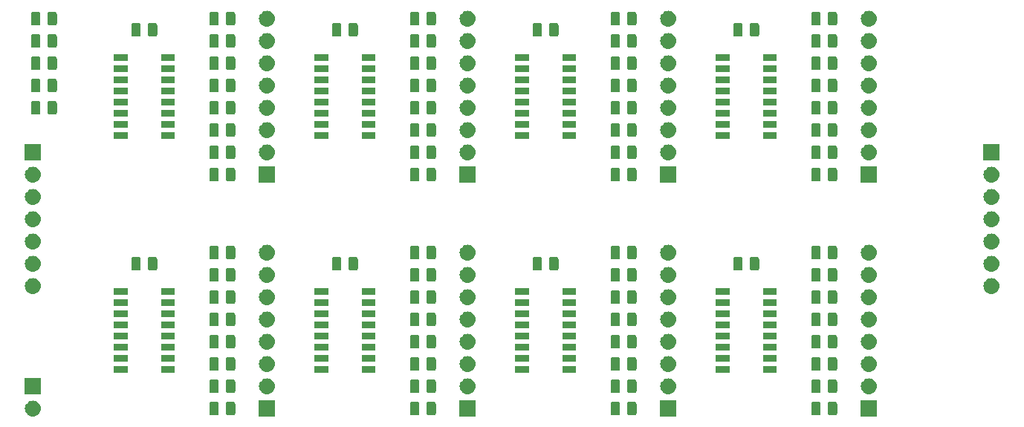
<source format=gbr>
G04 #@! TF.GenerationSoftware,KiCad,Pcbnew,5.1.0-060a0da~80~ubuntu16.04.1*
G04 #@! TF.CreationDate,2019-04-09T13:09:05+02:00*
G04 #@! TF.ProjectId,74HC595 Breakout,37344843-3539-4352-9042-7265616b6f75,rev?*
G04 #@! TF.SameCoordinates,Original*
G04 #@! TF.FileFunction,Soldermask,Top*
G04 #@! TF.FilePolarity,Negative*
%FSLAX46Y46*%
G04 Gerber Fmt 4.6, Leading zero omitted, Abs format (unit mm)*
G04 Created by KiCad (PCBNEW 5.1.0-060a0da~80~ubuntu16.04.1) date 2019-04-09 13:09:05*
%MOMM*%
%LPD*%
G04 APERTURE LIST*
%ADD10C,0.100000*%
G04 APERTURE END LIST*
D10*
G36*
X174891000Y-108851000D02*
G01*
X173089000Y-108851000D01*
X173089000Y-107049000D01*
X174891000Y-107049000D01*
X174891000Y-108851000D01*
X174891000Y-108851000D01*
G37*
G36*
X78850442Y-107055518D02*
G01*
X78916627Y-107062037D01*
X79086466Y-107113557D01*
X79242991Y-107197222D01*
X79278729Y-107226552D01*
X79380186Y-107309814D01*
X79463448Y-107411271D01*
X79492778Y-107447009D01*
X79576443Y-107603534D01*
X79627963Y-107773373D01*
X79645359Y-107950000D01*
X79627963Y-108126627D01*
X79576443Y-108296466D01*
X79492778Y-108452991D01*
X79467101Y-108484278D01*
X79380186Y-108590186D01*
X79278729Y-108673448D01*
X79242991Y-108702778D01*
X79086466Y-108786443D01*
X78916627Y-108837963D01*
X78850442Y-108844482D01*
X78784260Y-108851000D01*
X78695740Y-108851000D01*
X78629558Y-108844482D01*
X78563373Y-108837963D01*
X78393534Y-108786443D01*
X78237009Y-108702778D01*
X78201271Y-108673448D01*
X78099814Y-108590186D01*
X78012899Y-108484278D01*
X77987222Y-108452991D01*
X77903557Y-108296466D01*
X77852037Y-108126627D01*
X77834641Y-107950000D01*
X77852037Y-107773373D01*
X77903557Y-107603534D01*
X77987222Y-107447009D01*
X78016552Y-107411271D01*
X78099814Y-107309814D01*
X78201271Y-107226552D01*
X78237009Y-107197222D01*
X78393534Y-107113557D01*
X78563373Y-107062037D01*
X78629558Y-107055518D01*
X78695740Y-107049000D01*
X78784260Y-107049000D01*
X78850442Y-107055518D01*
X78850442Y-107055518D01*
G37*
G36*
X129171000Y-108851000D02*
G01*
X127369000Y-108851000D01*
X127369000Y-107049000D01*
X129171000Y-107049000D01*
X129171000Y-108851000D01*
X129171000Y-108851000D01*
G37*
G36*
X106311000Y-108851000D02*
G01*
X104509000Y-108851000D01*
X104509000Y-107049000D01*
X106311000Y-107049000D01*
X106311000Y-108851000D01*
X106311000Y-108851000D01*
G37*
G36*
X152031000Y-108851000D02*
G01*
X150229000Y-108851000D01*
X150229000Y-107049000D01*
X152031000Y-107049000D01*
X152031000Y-108851000D01*
X152031000Y-108851000D01*
G37*
G36*
X101639468Y-107203565D02*
G01*
X101678138Y-107215296D01*
X101713777Y-107234346D01*
X101745017Y-107259983D01*
X101770654Y-107291223D01*
X101789704Y-107326862D01*
X101801435Y-107365532D01*
X101806000Y-107411888D01*
X101806000Y-108488112D01*
X101801435Y-108534468D01*
X101789704Y-108573138D01*
X101770654Y-108608777D01*
X101745017Y-108640017D01*
X101713777Y-108665654D01*
X101678138Y-108684704D01*
X101639468Y-108696435D01*
X101593112Y-108701000D01*
X100941888Y-108701000D01*
X100895532Y-108696435D01*
X100856862Y-108684704D01*
X100821223Y-108665654D01*
X100789983Y-108640017D01*
X100764346Y-108608777D01*
X100745296Y-108573138D01*
X100733565Y-108534468D01*
X100729000Y-108488112D01*
X100729000Y-107411888D01*
X100733565Y-107365532D01*
X100745296Y-107326862D01*
X100764346Y-107291223D01*
X100789983Y-107259983D01*
X100821223Y-107234346D01*
X100856862Y-107215296D01*
X100895532Y-107203565D01*
X100941888Y-107199000D01*
X101593112Y-107199000D01*
X101639468Y-107203565D01*
X101639468Y-107203565D01*
G37*
G36*
X99764468Y-107203565D02*
G01*
X99803138Y-107215296D01*
X99838777Y-107234346D01*
X99870017Y-107259983D01*
X99895654Y-107291223D01*
X99914704Y-107326862D01*
X99926435Y-107365532D01*
X99931000Y-107411888D01*
X99931000Y-108488112D01*
X99926435Y-108534468D01*
X99914704Y-108573138D01*
X99895654Y-108608777D01*
X99870017Y-108640017D01*
X99838777Y-108665654D01*
X99803138Y-108684704D01*
X99764468Y-108696435D01*
X99718112Y-108701000D01*
X99066888Y-108701000D01*
X99020532Y-108696435D01*
X98981862Y-108684704D01*
X98946223Y-108665654D01*
X98914983Y-108640017D01*
X98889346Y-108608777D01*
X98870296Y-108573138D01*
X98858565Y-108534468D01*
X98854000Y-108488112D01*
X98854000Y-107411888D01*
X98858565Y-107365532D01*
X98870296Y-107326862D01*
X98889346Y-107291223D01*
X98914983Y-107259983D01*
X98946223Y-107234346D01*
X98981862Y-107215296D01*
X99020532Y-107203565D01*
X99066888Y-107199000D01*
X99718112Y-107199000D01*
X99764468Y-107203565D01*
X99764468Y-107203565D01*
G37*
G36*
X122624468Y-107203565D02*
G01*
X122663138Y-107215296D01*
X122698777Y-107234346D01*
X122730017Y-107259983D01*
X122755654Y-107291223D01*
X122774704Y-107326862D01*
X122786435Y-107365532D01*
X122791000Y-107411888D01*
X122791000Y-108488112D01*
X122786435Y-108534468D01*
X122774704Y-108573138D01*
X122755654Y-108608777D01*
X122730017Y-108640017D01*
X122698777Y-108665654D01*
X122663138Y-108684704D01*
X122624468Y-108696435D01*
X122578112Y-108701000D01*
X121926888Y-108701000D01*
X121880532Y-108696435D01*
X121841862Y-108684704D01*
X121806223Y-108665654D01*
X121774983Y-108640017D01*
X121749346Y-108608777D01*
X121730296Y-108573138D01*
X121718565Y-108534468D01*
X121714000Y-108488112D01*
X121714000Y-107411888D01*
X121718565Y-107365532D01*
X121730296Y-107326862D01*
X121749346Y-107291223D01*
X121774983Y-107259983D01*
X121806223Y-107234346D01*
X121841862Y-107215296D01*
X121880532Y-107203565D01*
X121926888Y-107199000D01*
X122578112Y-107199000D01*
X122624468Y-107203565D01*
X122624468Y-107203565D01*
G37*
G36*
X124499468Y-107203565D02*
G01*
X124538138Y-107215296D01*
X124573777Y-107234346D01*
X124605017Y-107259983D01*
X124630654Y-107291223D01*
X124649704Y-107326862D01*
X124661435Y-107365532D01*
X124666000Y-107411888D01*
X124666000Y-108488112D01*
X124661435Y-108534468D01*
X124649704Y-108573138D01*
X124630654Y-108608777D01*
X124605017Y-108640017D01*
X124573777Y-108665654D01*
X124538138Y-108684704D01*
X124499468Y-108696435D01*
X124453112Y-108701000D01*
X123801888Y-108701000D01*
X123755532Y-108696435D01*
X123716862Y-108684704D01*
X123681223Y-108665654D01*
X123649983Y-108640017D01*
X123624346Y-108608777D01*
X123605296Y-108573138D01*
X123593565Y-108534468D01*
X123589000Y-108488112D01*
X123589000Y-107411888D01*
X123593565Y-107365532D01*
X123605296Y-107326862D01*
X123624346Y-107291223D01*
X123649983Y-107259983D01*
X123681223Y-107234346D01*
X123716862Y-107215296D01*
X123755532Y-107203565D01*
X123801888Y-107199000D01*
X124453112Y-107199000D01*
X124499468Y-107203565D01*
X124499468Y-107203565D01*
G37*
G36*
X145484468Y-107203565D02*
G01*
X145523138Y-107215296D01*
X145558777Y-107234346D01*
X145590017Y-107259983D01*
X145615654Y-107291223D01*
X145634704Y-107326862D01*
X145646435Y-107365532D01*
X145651000Y-107411888D01*
X145651000Y-108488112D01*
X145646435Y-108534468D01*
X145634704Y-108573138D01*
X145615654Y-108608777D01*
X145590017Y-108640017D01*
X145558777Y-108665654D01*
X145523138Y-108684704D01*
X145484468Y-108696435D01*
X145438112Y-108701000D01*
X144786888Y-108701000D01*
X144740532Y-108696435D01*
X144701862Y-108684704D01*
X144666223Y-108665654D01*
X144634983Y-108640017D01*
X144609346Y-108608777D01*
X144590296Y-108573138D01*
X144578565Y-108534468D01*
X144574000Y-108488112D01*
X144574000Y-107411888D01*
X144578565Y-107365532D01*
X144590296Y-107326862D01*
X144609346Y-107291223D01*
X144634983Y-107259983D01*
X144666223Y-107234346D01*
X144701862Y-107215296D01*
X144740532Y-107203565D01*
X144786888Y-107199000D01*
X145438112Y-107199000D01*
X145484468Y-107203565D01*
X145484468Y-107203565D01*
G37*
G36*
X168344468Y-107203565D02*
G01*
X168383138Y-107215296D01*
X168418777Y-107234346D01*
X168450017Y-107259983D01*
X168475654Y-107291223D01*
X168494704Y-107326862D01*
X168506435Y-107365532D01*
X168511000Y-107411888D01*
X168511000Y-108488112D01*
X168506435Y-108534468D01*
X168494704Y-108573138D01*
X168475654Y-108608777D01*
X168450017Y-108640017D01*
X168418777Y-108665654D01*
X168383138Y-108684704D01*
X168344468Y-108696435D01*
X168298112Y-108701000D01*
X167646888Y-108701000D01*
X167600532Y-108696435D01*
X167561862Y-108684704D01*
X167526223Y-108665654D01*
X167494983Y-108640017D01*
X167469346Y-108608777D01*
X167450296Y-108573138D01*
X167438565Y-108534468D01*
X167434000Y-108488112D01*
X167434000Y-107411888D01*
X167438565Y-107365532D01*
X167450296Y-107326862D01*
X167469346Y-107291223D01*
X167494983Y-107259983D01*
X167526223Y-107234346D01*
X167561862Y-107215296D01*
X167600532Y-107203565D01*
X167646888Y-107199000D01*
X168298112Y-107199000D01*
X168344468Y-107203565D01*
X168344468Y-107203565D01*
G37*
G36*
X170219468Y-107203565D02*
G01*
X170258138Y-107215296D01*
X170293777Y-107234346D01*
X170325017Y-107259983D01*
X170350654Y-107291223D01*
X170369704Y-107326862D01*
X170381435Y-107365532D01*
X170386000Y-107411888D01*
X170386000Y-108488112D01*
X170381435Y-108534468D01*
X170369704Y-108573138D01*
X170350654Y-108608777D01*
X170325017Y-108640017D01*
X170293777Y-108665654D01*
X170258138Y-108684704D01*
X170219468Y-108696435D01*
X170173112Y-108701000D01*
X169521888Y-108701000D01*
X169475532Y-108696435D01*
X169436862Y-108684704D01*
X169401223Y-108665654D01*
X169369983Y-108640017D01*
X169344346Y-108608777D01*
X169325296Y-108573138D01*
X169313565Y-108534468D01*
X169309000Y-108488112D01*
X169309000Y-107411888D01*
X169313565Y-107365532D01*
X169325296Y-107326862D01*
X169344346Y-107291223D01*
X169369983Y-107259983D01*
X169401223Y-107234346D01*
X169436862Y-107215296D01*
X169475532Y-107203565D01*
X169521888Y-107199000D01*
X170173112Y-107199000D01*
X170219468Y-107203565D01*
X170219468Y-107203565D01*
G37*
G36*
X147359468Y-107203565D02*
G01*
X147398138Y-107215296D01*
X147433777Y-107234346D01*
X147465017Y-107259983D01*
X147490654Y-107291223D01*
X147509704Y-107326862D01*
X147521435Y-107365532D01*
X147526000Y-107411888D01*
X147526000Y-108488112D01*
X147521435Y-108534468D01*
X147509704Y-108573138D01*
X147490654Y-108608777D01*
X147465017Y-108640017D01*
X147433777Y-108665654D01*
X147398138Y-108684704D01*
X147359468Y-108696435D01*
X147313112Y-108701000D01*
X146661888Y-108701000D01*
X146615532Y-108696435D01*
X146576862Y-108684704D01*
X146541223Y-108665654D01*
X146509983Y-108640017D01*
X146484346Y-108608777D01*
X146465296Y-108573138D01*
X146453565Y-108534468D01*
X146449000Y-108488112D01*
X146449000Y-107411888D01*
X146453565Y-107365532D01*
X146465296Y-107326862D01*
X146484346Y-107291223D01*
X146509983Y-107259983D01*
X146541223Y-107234346D01*
X146576862Y-107215296D01*
X146615532Y-107203565D01*
X146661888Y-107199000D01*
X147313112Y-107199000D01*
X147359468Y-107203565D01*
X147359468Y-107203565D01*
G37*
G36*
X105520443Y-104515519D02*
G01*
X105586627Y-104522037D01*
X105756466Y-104573557D01*
X105912991Y-104657222D01*
X105948729Y-104686552D01*
X106050186Y-104769814D01*
X106133448Y-104871271D01*
X106162778Y-104907009D01*
X106246443Y-105063534D01*
X106297963Y-105233373D01*
X106315359Y-105410000D01*
X106297963Y-105586627D01*
X106246443Y-105756466D01*
X106162778Y-105912991D01*
X106137101Y-105944278D01*
X106050186Y-106050186D01*
X105948729Y-106133448D01*
X105912991Y-106162778D01*
X105756466Y-106246443D01*
X105586627Y-106297963D01*
X105520442Y-106304482D01*
X105454260Y-106311000D01*
X105365740Y-106311000D01*
X105299558Y-106304482D01*
X105233373Y-106297963D01*
X105063534Y-106246443D01*
X104907009Y-106162778D01*
X104871271Y-106133448D01*
X104769814Y-106050186D01*
X104682899Y-105944278D01*
X104657222Y-105912991D01*
X104573557Y-105756466D01*
X104522037Y-105586627D01*
X104504641Y-105410000D01*
X104522037Y-105233373D01*
X104573557Y-105063534D01*
X104657222Y-104907009D01*
X104686552Y-104871271D01*
X104769814Y-104769814D01*
X104871271Y-104686552D01*
X104907009Y-104657222D01*
X105063534Y-104573557D01*
X105233373Y-104522037D01*
X105299557Y-104515519D01*
X105365740Y-104509000D01*
X105454260Y-104509000D01*
X105520443Y-104515519D01*
X105520443Y-104515519D01*
G37*
G36*
X174100443Y-104515519D02*
G01*
X174166627Y-104522037D01*
X174336466Y-104573557D01*
X174492991Y-104657222D01*
X174528729Y-104686552D01*
X174630186Y-104769814D01*
X174713448Y-104871271D01*
X174742778Y-104907009D01*
X174826443Y-105063534D01*
X174877963Y-105233373D01*
X174895359Y-105410000D01*
X174877963Y-105586627D01*
X174826443Y-105756466D01*
X174742778Y-105912991D01*
X174717101Y-105944278D01*
X174630186Y-106050186D01*
X174528729Y-106133448D01*
X174492991Y-106162778D01*
X174336466Y-106246443D01*
X174166627Y-106297963D01*
X174100442Y-106304482D01*
X174034260Y-106311000D01*
X173945740Y-106311000D01*
X173879558Y-106304482D01*
X173813373Y-106297963D01*
X173643534Y-106246443D01*
X173487009Y-106162778D01*
X173451271Y-106133448D01*
X173349814Y-106050186D01*
X173262899Y-105944278D01*
X173237222Y-105912991D01*
X173153557Y-105756466D01*
X173102037Y-105586627D01*
X173084641Y-105410000D01*
X173102037Y-105233373D01*
X173153557Y-105063534D01*
X173237222Y-104907009D01*
X173266552Y-104871271D01*
X173349814Y-104769814D01*
X173451271Y-104686552D01*
X173487009Y-104657222D01*
X173643534Y-104573557D01*
X173813373Y-104522037D01*
X173879557Y-104515519D01*
X173945740Y-104509000D01*
X174034260Y-104509000D01*
X174100443Y-104515519D01*
X174100443Y-104515519D01*
G37*
G36*
X151240443Y-104515519D02*
G01*
X151306627Y-104522037D01*
X151476466Y-104573557D01*
X151632991Y-104657222D01*
X151668729Y-104686552D01*
X151770186Y-104769814D01*
X151853448Y-104871271D01*
X151882778Y-104907009D01*
X151966443Y-105063534D01*
X152017963Y-105233373D01*
X152035359Y-105410000D01*
X152017963Y-105586627D01*
X151966443Y-105756466D01*
X151882778Y-105912991D01*
X151857101Y-105944278D01*
X151770186Y-106050186D01*
X151668729Y-106133448D01*
X151632991Y-106162778D01*
X151476466Y-106246443D01*
X151306627Y-106297963D01*
X151240442Y-106304482D01*
X151174260Y-106311000D01*
X151085740Y-106311000D01*
X151019558Y-106304482D01*
X150953373Y-106297963D01*
X150783534Y-106246443D01*
X150627009Y-106162778D01*
X150591271Y-106133448D01*
X150489814Y-106050186D01*
X150402899Y-105944278D01*
X150377222Y-105912991D01*
X150293557Y-105756466D01*
X150242037Y-105586627D01*
X150224641Y-105410000D01*
X150242037Y-105233373D01*
X150293557Y-105063534D01*
X150377222Y-104907009D01*
X150406552Y-104871271D01*
X150489814Y-104769814D01*
X150591271Y-104686552D01*
X150627009Y-104657222D01*
X150783534Y-104573557D01*
X150953373Y-104522037D01*
X151019557Y-104515519D01*
X151085740Y-104509000D01*
X151174260Y-104509000D01*
X151240443Y-104515519D01*
X151240443Y-104515519D01*
G37*
G36*
X128380443Y-104515519D02*
G01*
X128446627Y-104522037D01*
X128616466Y-104573557D01*
X128772991Y-104657222D01*
X128808729Y-104686552D01*
X128910186Y-104769814D01*
X128993448Y-104871271D01*
X129022778Y-104907009D01*
X129106443Y-105063534D01*
X129157963Y-105233373D01*
X129175359Y-105410000D01*
X129157963Y-105586627D01*
X129106443Y-105756466D01*
X129022778Y-105912991D01*
X128997101Y-105944278D01*
X128910186Y-106050186D01*
X128808729Y-106133448D01*
X128772991Y-106162778D01*
X128616466Y-106246443D01*
X128446627Y-106297963D01*
X128380442Y-106304482D01*
X128314260Y-106311000D01*
X128225740Y-106311000D01*
X128159558Y-106304482D01*
X128093373Y-106297963D01*
X127923534Y-106246443D01*
X127767009Y-106162778D01*
X127731271Y-106133448D01*
X127629814Y-106050186D01*
X127542899Y-105944278D01*
X127517222Y-105912991D01*
X127433557Y-105756466D01*
X127382037Y-105586627D01*
X127364641Y-105410000D01*
X127382037Y-105233373D01*
X127433557Y-105063534D01*
X127517222Y-104907009D01*
X127546552Y-104871271D01*
X127629814Y-104769814D01*
X127731271Y-104686552D01*
X127767009Y-104657222D01*
X127923534Y-104573557D01*
X128093373Y-104522037D01*
X128159557Y-104515519D01*
X128225740Y-104509000D01*
X128314260Y-104509000D01*
X128380443Y-104515519D01*
X128380443Y-104515519D01*
G37*
G36*
X79641000Y-106311000D02*
G01*
X77839000Y-106311000D01*
X77839000Y-104509000D01*
X79641000Y-104509000D01*
X79641000Y-106311000D01*
X79641000Y-106311000D01*
G37*
G36*
X99764468Y-104663565D02*
G01*
X99803138Y-104675296D01*
X99838777Y-104694346D01*
X99870017Y-104719983D01*
X99895654Y-104751223D01*
X99914704Y-104786862D01*
X99926435Y-104825532D01*
X99931000Y-104871888D01*
X99931000Y-105948112D01*
X99926435Y-105994468D01*
X99914704Y-106033138D01*
X99895654Y-106068777D01*
X99870017Y-106100017D01*
X99838777Y-106125654D01*
X99803138Y-106144704D01*
X99764468Y-106156435D01*
X99718112Y-106161000D01*
X99066888Y-106161000D01*
X99020532Y-106156435D01*
X98981862Y-106144704D01*
X98946223Y-106125654D01*
X98914983Y-106100017D01*
X98889346Y-106068777D01*
X98870296Y-106033138D01*
X98858565Y-105994468D01*
X98854000Y-105948112D01*
X98854000Y-104871888D01*
X98858565Y-104825532D01*
X98870296Y-104786862D01*
X98889346Y-104751223D01*
X98914983Y-104719983D01*
X98946223Y-104694346D01*
X98981862Y-104675296D01*
X99020532Y-104663565D01*
X99066888Y-104659000D01*
X99718112Y-104659000D01*
X99764468Y-104663565D01*
X99764468Y-104663565D01*
G37*
G36*
X101639468Y-104663565D02*
G01*
X101678138Y-104675296D01*
X101713777Y-104694346D01*
X101745017Y-104719983D01*
X101770654Y-104751223D01*
X101789704Y-104786862D01*
X101801435Y-104825532D01*
X101806000Y-104871888D01*
X101806000Y-105948112D01*
X101801435Y-105994468D01*
X101789704Y-106033138D01*
X101770654Y-106068777D01*
X101745017Y-106100017D01*
X101713777Y-106125654D01*
X101678138Y-106144704D01*
X101639468Y-106156435D01*
X101593112Y-106161000D01*
X100941888Y-106161000D01*
X100895532Y-106156435D01*
X100856862Y-106144704D01*
X100821223Y-106125654D01*
X100789983Y-106100017D01*
X100764346Y-106068777D01*
X100745296Y-106033138D01*
X100733565Y-105994468D01*
X100729000Y-105948112D01*
X100729000Y-104871888D01*
X100733565Y-104825532D01*
X100745296Y-104786862D01*
X100764346Y-104751223D01*
X100789983Y-104719983D01*
X100821223Y-104694346D01*
X100856862Y-104675296D01*
X100895532Y-104663565D01*
X100941888Y-104659000D01*
X101593112Y-104659000D01*
X101639468Y-104663565D01*
X101639468Y-104663565D01*
G37*
G36*
X122624468Y-104663565D02*
G01*
X122663138Y-104675296D01*
X122698777Y-104694346D01*
X122730017Y-104719983D01*
X122755654Y-104751223D01*
X122774704Y-104786862D01*
X122786435Y-104825532D01*
X122791000Y-104871888D01*
X122791000Y-105948112D01*
X122786435Y-105994468D01*
X122774704Y-106033138D01*
X122755654Y-106068777D01*
X122730017Y-106100017D01*
X122698777Y-106125654D01*
X122663138Y-106144704D01*
X122624468Y-106156435D01*
X122578112Y-106161000D01*
X121926888Y-106161000D01*
X121880532Y-106156435D01*
X121841862Y-106144704D01*
X121806223Y-106125654D01*
X121774983Y-106100017D01*
X121749346Y-106068777D01*
X121730296Y-106033138D01*
X121718565Y-105994468D01*
X121714000Y-105948112D01*
X121714000Y-104871888D01*
X121718565Y-104825532D01*
X121730296Y-104786862D01*
X121749346Y-104751223D01*
X121774983Y-104719983D01*
X121806223Y-104694346D01*
X121841862Y-104675296D01*
X121880532Y-104663565D01*
X121926888Y-104659000D01*
X122578112Y-104659000D01*
X122624468Y-104663565D01*
X122624468Y-104663565D01*
G37*
G36*
X124499468Y-104663565D02*
G01*
X124538138Y-104675296D01*
X124573777Y-104694346D01*
X124605017Y-104719983D01*
X124630654Y-104751223D01*
X124649704Y-104786862D01*
X124661435Y-104825532D01*
X124666000Y-104871888D01*
X124666000Y-105948112D01*
X124661435Y-105994468D01*
X124649704Y-106033138D01*
X124630654Y-106068777D01*
X124605017Y-106100017D01*
X124573777Y-106125654D01*
X124538138Y-106144704D01*
X124499468Y-106156435D01*
X124453112Y-106161000D01*
X123801888Y-106161000D01*
X123755532Y-106156435D01*
X123716862Y-106144704D01*
X123681223Y-106125654D01*
X123649983Y-106100017D01*
X123624346Y-106068777D01*
X123605296Y-106033138D01*
X123593565Y-105994468D01*
X123589000Y-105948112D01*
X123589000Y-104871888D01*
X123593565Y-104825532D01*
X123605296Y-104786862D01*
X123624346Y-104751223D01*
X123649983Y-104719983D01*
X123681223Y-104694346D01*
X123716862Y-104675296D01*
X123755532Y-104663565D01*
X123801888Y-104659000D01*
X124453112Y-104659000D01*
X124499468Y-104663565D01*
X124499468Y-104663565D01*
G37*
G36*
X145484468Y-104663565D02*
G01*
X145523138Y-104675296D01*
X145558777Y-104694346D01*
X145590017Y-104719983D01*
X145615654Y-104751223D01*
X145634704Y-104786862D01*
X145646435Y-104825532D01*
X145651000Y-104871888D01*
X145651000Y-105948112D01*
X145646435Y-105994468D01*
X145634704Y-106033138D01*
X145615654Y-106068777D01*
X145590017Y-106100017D01*
X145558777Y-106125654D01*
X145523138Y-106144704D01*
X145484468Y-106156435D01*
X145438112Y-106161000D01*
X144786888Y-106161000D01*
X144740532Y-106156435D01*
X144701862Y-106144704D01*
X144666223Y-106125654D01*
X144634983Y-106100017D01*
X144609346Y-106068777D01*
X144590296Y-106033138D01*
X144578565Y-105994468D01*
X144574000Y-105948112D01*
X144574000Y-104871888D01*
X144578565Y-104825532D01*
X144590296Y-104786862D01*
X144609346Y-104751223D01*
X144634983Y-104719983D01*
X144666223Y-104694346D01*
X144701862Y-104675296D01*
X144740532Y-104663565D01*
X144786888Y-104659000D01*
X145438112Y-104659000D01*
X145484468Y-104663565D01*
X145484468Y-104663565D01*
G37*
G36*
X168344468Y-104663565D02*
G01*
X168383138Y-104675296D01*
X168418777Y-104694346D01*
X168450017Y-104719983D01*
X168475654Y-104751223D01*
X168494704Y-104786862D01*
X168506435Y-104825532D01*
X168511000Y-104871888D01*
X168511000Y-105948112D01*
X168506435Y-105994468D01*
X168494704Y-106033138D01*
X168475654Y-106068777D01*
X168450017Y-106100017D01*
X168418777Y-106125654D01*
X168383138Y-106144704D01*
X168344468Y-106156435D01*
X168298112Y-106161000D01*
X167646888Y-106161000D01*
X167600532Y-106156435D01*
X167561862Y-106144704D01*
X167526223Y-106125654D01*
X167494983Y-106100017D01*
X167469346Y-106068777D01*
X167450296Y-106033138D01*
X167438565Y-105994468D01*
X167434000Y-105948112D01*
X167434000Y-104871888D01*
X167438565Y-104825532D01*
X167450296Y-104786862D01*
X167469346Y-104751223D01*
X167494983Y-104719983D01*
X167526223Y-104694346D01*
X167561862Y-104675296D01*
X167600532Y-104663565D01*
X167646888Y-104659000D01*
X168298112Y-104659000D01*
X168344468Y-104663565D01*
X168344468Y-104663565D01*
G37*
G36*
X170219468Y-104663565D02*
G01*
X170258138Y-104675296D01*
X170293777Y-104694346D01*
X170325017Y-104719983D01*
X170350654Y-104751223D01*
X170369704Y-104786862D01*
X170381435Y-104825532D01*
X170386000Y-104871888D01*
X170386000Y-105948112D01*
X170381435Y-105994468D01*
X170369704Y-106033138D01*
X170350654Y-106068777D01*
X170325017Y-106100017D01*
X170293777Y-106125654D01*
X170258138Y-106144704D01*
X170219468Y-106156435D01*
X170173112Y-106161000D01*
X169521888Y-106161000D01*
X169475532Y-106156435D01*
X169436862Y-106144704D01*
X169401223Y-106125654D01*
X169369983Y-106100017D01*
X169344346Y-106068777D01*
X169325296Y-106033138D01*
X169313565Y-105994468D01*
X169309000Y-105948112D01*
X169309000Y-104871888D01*
X169313565Y-104825532D01*
X169325296Y-104786862D01*
X169344346Y-104751223D01*
X169369983Y-104719983D01*
X169401223Y-104694346D01*
X169436862Y-104675296D01*
X169475532Y-104663565D01*
X169521888Y-104659000D01*
X170173112Y-104659000D01*
X170219468Y-104663565D01*
X170219468Y-104663565D01*
G37*
G36*
X147359468Y-104663565D02*
G01*
X147398138Y-104675296D01*
X147433777Y-104694346D01*
X147465017Y-104719983D01*
X147490654Y-104751223D01*
X147509704Y-104786862D01*
X147521435Y-104825532D01*
X147526000Y-104871888D01*
X147526000Y-105948112D01*
X147521435Y-105994468D01*
X147509704Y-106033138D01*
X147490654Y-106068777D01*
X147465017Y-106100017D01*
X147433777Y-106125654D01*
X147398138Y-106144704D01*
X147359468Y-106156435D01*
X147313112Y-106161000D01*
X146661888Y-106161000D01*
X146615532Y-106156435D01*
X146576862Y-106144704D01*
X146541223Y-106125654D01*
X146509983Y-106100017D01*
X146484346Y-106068777D01*
X146465296Y-106033138D01*
X146453565Y-105994468D01*
X146449000Y-105948112D01*
X146449000Y-104871888D01*
X146453565Y-104825532D01*
X146465296Y-104786862D01*
X146484346Y-104751223D01*
X146509983Y-104719983D01*
X146541223Y-104694346D01*
X146576862Y-104675296D01*
X146615532Y-104663565D01*
X146661888Y-104659000D01*
X147313112Y-104659000D01*
X147359468Y-104663565D01*
X147359468Y-104663565D01*
G37*
G36*
X158121000Y-103856000D02*
G01*
X156519000Y-103856000D01*
X156519000Y-103154000D01*
X158121000Y-103154000D01*
X158121000Y-103856000D01*
X158121000Y-103856000D01*
G37*
G36*
X94941000Y-103856000D02*
G01*
X93339000Y-103856000D01*
X93339000Y-103154000D01*
X94941000Y-103154000D01*
X94941000Y-103856000D01*
X94941000Y-103856000D01*
G37*
G36*
X89541000Y-103856000D02*
G01*
X87939000Y-103856000D01*
X87939000Y-103154000D01*
X89541000Y-103154000D01*
X89541000Y-103856000D01*
X89541000Y-103856000D01*
G37*
G36*
X117801000Y-103856000D02*
G01*
X116199000Y-103856000D01*
X116199000Y-103154000D01*
X117801000Y-103154000D01*
X117801000Y-103856000D01*
X117801000Y-103856000D01*
G37*
G36*
X112401000Y-103856000D02*
G01*
X110799000Y-103856000D01*
X110799000Y-103154000D01*
X112401000Y-103154000D01*
X112401000Y-103856000D01*
X112401000Y-103856000D01*
G37*
G36*
X140661000Y-103856000D02*
G01*
X139059000Y-103856000D01*
X139059000Y-103154000D01*
X140661000Y-103154000D01*
X140661000Y-103856000D01*
X140661000Y-103856000D01*
G37*
G36*
X135261000Y-103856000D02*
G01*
X133659000Y-103856000D01*
X133659000Y-103154000D01*
X135261000Y-103154000D01*
X135261000Y-103856000D01*
X135261000Y-103856000D01*
G37*
G36*
X163521000Y-103856000D02*
G01*
X161919000Y-103856000D01*
X161919000Y-103154000D01*
X163521000Y-103154000D01*
X163521000Y-103856000D01*
X163521000Y-103856000D01*
G37*
G36*
X128380442Y-101975518D02*
G01*
X128446627Y-101982037D01*
X128616466Y-102033557D01*
X128772991Y-102117222D01*
X128808729Y-102146552D01*
X128910186Y-102229814D01*
X128993448Y-102331271D01*
X129022778Y-102367009D01*
X129106443Y-102523534D01*
X129157963Y-102693373D01*
X129175359Y-102870000D01*
X129157963Y-103046627D01*
X129106443Y-103216466D01*
X129022778Y-103372991D01*
X128997101Y-103404278D01*
X128910186Y-103510186D01*
X128808729Y-103593448D01*
X128772991Y-103622778D01*
X128616466Y-103706443D01*
X128446627Y-103757963D01*
X128380443Y-103764481D01*
X128314260Y-103771000D01*
X128225740Y-103771000D01*
X128159557Y-103764481D01*
X128093373Y-103757963D01*
X127923534Y-103706443D01*
X127767009Y-103622778D01*
X127731271Y-103593448D01*
X127629814Y-103510186D01*
X127542899Y-103404278D01*
X127517222Y-103372991D01*
X127433557Y-103216466D01*
X127382037Y-103046627D01*
X127364641Y-102870000D01*
X127382037Y-102693373D01*
X127433557Y-102523534D01*
X127517222Y-102367009D01*
X127546552Y-102331271D01*
X127629814Y-102229814D01*
X127731271Y-102146552D01*
X127767009Y-102117222D01*
X127923534Y-102033557D01*
X128093373Y-101982037D01*
X128159558Y-101975518D01*
X128225740Y-101969000D01*
X128314260Y-101969000D01*
X128380442Y-101975518D01*
X128380442Y-101975518D01*
G37*
G36*
X151240442Y-101975518D02*
G01*
X151306627Y-101982037D01*
X151476466Y-102033557D01*
X151632991Y-102117222D01*
X151668729Y-102146552D01*
X151770186Y-102229814D01*
X151853448Y-102331271D01*
X151882778Y-102367009D01*
X151966443Y-102523534D01*
X152017963Y-102693373D01*
X152035359Y-102870000D01*
X152017963Y-103046627D01*
X151966443Y-103216466D01*
X151882778Y-103372991D01*
X151857101Y-103404278D01*
X151770186Y-103510186D01*
X151668729Y-103593448D01*
X151632991Y-103622778D01*
X151476466Y-103706443D01*
X151306627Y-103757963D01*
X151240443Y-103764481D01*
X151174260Y-103771000D01*
X151085740Y-103771000D01*
X151019557Y-103764481D01*
X150953373Y-103757963D01*
X150783534Y-103706443D01*
X150627009Y-103622778D01*
X150591271Y-103593448D01*
X150489814Y-103510186D01*
X150402899Y-103404278D01*
X150377222Y-103372991D01*
X150293557Y-103216466D01*
X150242037Y-103046627D01*
X150224641Y-102870000D01*
X150242037Y-102693373D01*
X150293557Y-102523534D01*
X150377222Y-102367009D01*
X150406552Y-102331271D01*
X150489814Y-102229814D01*
X150591271Y-102146552D01*
X150627009Y-102117222D01*
X150783534Y-102033557D01*
X150953373Y-101982037D01*
X151019558Y-101975518D01*
X151085740Y-101969000D01*
X151174260Y-101969000D01*
X151240442Y-101975518D01*
X151240442Y-101975518D01*
G37*
G36*
X105520442Y-101975518D02*
G01*
X105586627Y-101982037D01*
X105756466Y-102033557D01*
X105912991Y-102117222D01*
X105948729Y-102146552D01*
X106050186Y-102229814D01*
X106133448Y-102331271D01*
X106162778Y-102367009D01*
X106246443Y-102523534D01*
X106297963Y-102693373D01*
X106315359Y-102870000D01*
X106297963Y-103046627D01*
X106246443Y-103216466D01*
X106162778Y-103372991D01*
X106137101Y-103404278D01*
X106050186Y-103510186D01*
X105948729Y-103593448D01*
X105912991Y-103622778D01*
X105756466Y-103706443D01*
X105586627Y-103757963D01*
X105520443Y-103764481D01*
X105454260Y-103771000D01*
X105365740Y-103771000D01*
X105299557Y-103764481D01*
X105233373Y-103757963D01*
X105063534Y-103706443D01*
X104907009Y-103622778D01*
X104871271Y-103593448D01*
X104769814Y-103510186D01*
X104682899Y-103404278D01*
X104657222Y-103372991D01*
X104573557Y-103216466D01*
X104522037Y-103046627D01*
X104504641Y-102870000D01*
X104522037Y-102693373D01*
X104573557Y-102523534D01*
X104657222Y-102367009D01*
X104686552Y-102331271D01*
X104769814Y-102229814D01*
X104871271Y-102146552D01*
X104907009Y-102117222D01*
X105063534Y-102033557D01*
X105233373Y-101982037D01*
X105299558Y-101975518D01*
X105365740Y-101969000D01*
X105454260Y-101969000D01*
X105520442Y-101975518D01*
X105520442Y-101975518D01*
G37*
G36*
X174100442Y-101975518D02*
G01*
X174166627Y-101982037D01*
X174336466Y-102033557D01*
X174492991Y-102117222D01*
X174528729Y-102146552D01*
X174630186Y-102229814D01*
X174713448Y-102331271D01*
X174742778Y-102367009D01*
X174826443Y-102523534D01*
X174877963Y-102693373D01*
X174895359Y-102870000D01*
X174877963Y-103046627D01*
X174826443Y-103216466D01*
X174742778Y-103372991D01*
X174717101Y-103404278D01*
X174630186Y-103510186D01*
X174528729Y-103593448D01*
X174492991Y-103622778D01*
X174336466Y-103706443D01*
X174166627Y-103757963D01*
X174100443Y-103764481D01*
X174034260Y-103771000D01*
X173945740Y-103771000D01*
X173879557Y-103764481D01*
X173813373Y-103757963D01*
X173643534Y-103706443D01*
X173487009Y-103622778D01*
X173451271Y-103593448D01*
X173349814Y-103510186D01*
X173262899Y-103404278D01*
X173237222Y-103372991D01*
X173153557Y-103216466D01*
X173102037Y-103046627D01*
X173084641Y-102870000D01*
X173102037Y-102693373D01*
X173153557Y-102523534D01*
X173237222Y-102367009D01*
X173266552Y-102331271D01*
X173349814Y-102229814D01*
X173451271Y-102146552D01*
X173487009Y-102117222D01*
X173643534Y-102033557D01*
X173813373Y-101982037D01*
X173879558Y-101975518D01*
X173945740Y-101969000D01*
X174034260Y-101969000D01*
X174100442Y-101975518D01*
X174100442Y-101975518D01*
G37*
G36*
X99764468Y-102123565D02*
G01*
X99803138Y-102135296D01*
X99838777Y-102154346D01*
X99870017Y-102179983D01*
X99895654Y-102211223D01*
X99914704Y-102246862D01*
X99926435Y-102285532D01*
X99931000Y-102331888D01*
X99931000Y-103408112D01*
X99926435Y-103454468D01*
X99914704Y-103493138D01*
X99895654Y-103528777D01*
X99870017Y-103560017D01*
X99838777Y-103585654D01*
X99803138Y-103604704D01*
X99764468Y-103616435D01*
X99718112Y-103621000D01*
X99066888Y-103621000D01*
X99020532Y-103616435D01*
X98981862Y-103604704D01*
X98946223Y-103585654D01*
X98914983Y-103560017D01*
X98889346Y-103528777D01*
X98870296Y-103493138D01*
X98858565Y-103454468D01*
X98854000Y-103408112D01*
X98854000Y-102331888D01*
X98858565Y-102285532D01*
X98870296Y-102246862D01*
X98889346Y-102211223D01*
X98914983Y-102179983D01*
X98946223Y-102154346D01*
X98981862Y-102135296D01*
X99020532Y-102123565D01*
X99066888Y-102119000D01*
X99718112Y-102119000D01*
X99764468Y-102123565D01*
X99764468Y-102123565D01*
G37*
G36*
X170219468Y-102123565D02*
G01*
X170258138Y-102135296D01*
X170293777Y-102154346D01*
X170325017Y-102179983D01*
X170350654Y-102211223D01*
X170369704Y-102246862D01*
X170381435Y-102285532D01*
X170386000Y-102331888D01*
X170386000Y-103408112D01*
X170381435Y-103454468D01*
X170369704Y-103493138D01*
X170350654Y-103528777D01*
X170325017Y-103560017D01*
X170293777Y-103585654D01*
X170258138Y-103604704D01*
X170219468Y-103616435D01*
X170173112Y-103621000D01*
X169521888Y-103621000D01*
X169475532Y-103616435D01*
X169436862Y-103604704D01*
X169401223Y-103585654D01*
X169369983Y-103560017D01*
X169344346Y-103528777D01*
X169325296Y-103493138D01*
X169313565Y-103454468D01*
X169309000Y-103408112D01*
X169309000Y-102331888D01*
X169313565Y-102285532D01*
X169325296Y-102246862D01*
X169344346Y-102211223D01*
X169369983Y-102179983D01*
X169401223Y-102154346D01*
X169436862Y-102135296D01*
X169475532Y-102123565D01*
X169521888Y-102119000D01*
X170173112Y-102119000D01*
X170219468Y-102123565D01*
X170219468Y-102123565D01*
G37*
G36*
X168344468Y-102123565D02*
G01*
X168383138Y-102135296D01*
X168418777Y-102154346D01*
X168450017Y-102179983D01*
X168475654Y-102211223D01*
X168494704Y-102246862D01*
X168506435Y-102285532D01*
X168511000Y-102331888D01*
X168511000Y-103408112D01*
X168506435Y-103454468D01*
X168494704Y-103493138D01*
X168475654Y-103528777D01*
X168450017Y-103560017D01*
X168418777Y-103585654D01*
X168383138Y-103604704D01*
X168344468Y-103616435D01*
X168298112Y-103621000D01*
X167646888Y-103621000D01*
X167600532Y-103616435D01*
X167561862Y-103604704D01*
X167526223Y-103585654D01*
X167494983Y-103560017D01*
X167469346Y-103528777D01*
X167450296Y-103493138D01*
X167438565Y-103454468D01*
X167434000Y-103408112D01*
X167434000Y-102331888D01*
X167438565Y-102285532D01*
X167450296Y-102246862D01*
X167469346Y-102211223D01*
X167494983Y-102179983D01*
X167526223Y-102154346D01*
X167561862Y-102135296D01*
X167600532Y-102123565D01*
X167646888Y-102119000D01*
X168298112Y-102119000D01*
X168344468Y-102123565D01*
X168344468Y-102123565D01*
G37*
G36*
X147359468Y-102123565D02*
G01*
X147398138Y-102135296D01*
X147433777Y-102154346D01*
X147465017Y-102179983D01*
X147490654Y-102211223D01*
X147509704Y-102246862D01*
X147521435Y-102285532D01*
X147526000Y-102331888D01*
X147526000Y-103408112D01*
X147521435Y-103454468D01*
X147509704Y-103493138D01*
X147490654Y-103528777D01*
X147465017Y-103560017D01*
X147433777Y-103585654D01*
X147398138Y-103604704D01*
X147359468Y-103616435D01*
X147313112Y-103621000D01*
X146661888Y-103621000D01*
X146615532Y-103616435D01*
X146576862Y-103604704D01*
X146541223Y-103585654D01*
X146509983Y-103560017D01*
X146484346Y-103528777D01*
X146465296Y-103493138D01*
X146453565Y-103454468D01*
X146449000Y-103408112D01*
X146449000Y-102331888D01*
X146453565Y-102285532D01*
X146465296Y-102246862D01*
X146484346Y-102211223D01*
X146509983Y-102179983D01*
X146541223Y-102154346D01*
X146576862Y-102135296D01*
X146615532Y-102123565D01*
X146661888Y-102119000D01*
X147313112Y-102119000D01*
X147359468Y-102123565D01*
X147359468Y-102123565D01*
G37*
G36*
X145484468Y-102123565D02*
G01*
X145523138Y-102135296D01*
X145558777Y-102154346D01*
X145590017Y-102179983D01*
X145615654Y-102211223D01*
X145634704Y-102246862D01*
X145646435Y-102285532D01*
X145651000Y-102331888D01*
X145651000Y-103408112D01*
X145646435Y-103454468D01*
X145634704Y-103493138D01*
X145615654Y-103528777D01*
X145590017Y-103560017D01*
X145558777Y-103585654D01*
X145523138Y-103604704D01*
X145484468Y-103616435D01*
X145438112Y-103621000D01*
X144786888Y-103621000D01*
X144740532Y-103616435D01*
X144701862Y-103604704D01*
X144666223Y-103585654D01*
X144634983Y-103560017D01*
X144609346Y-103528777D01*
X144590296Y-103493138D01*
X144578565Y-103454468D01*
X144574000Y-103408112D01*
X144574000Y-102331888D01*
X144578565Y-102285532D01*
X144590296Y-102246862D01*
X144609346Y-102211223D01*
X144634983Y-102179983D01*
X144666223Y-102154346D01*
X144701862Y-102135296D01*
X144740532Y-102123565D01*
X144786888Y-102119000D01*
X145438112Y-102119000D01*
X145484468Y-102123565D01*
X145484468Y-102123565D01*
G37*
G36*
X124499468Y-102123565D02*
G01*
X124538138Y-102135296D01*
X124573777Y-102154346D01*
X124605017Y-102179983D01*
X124630654Y-102211223D01*
X124649704Y-102246862D01*
X124661435Y-102285532D01*
X124666000Y-102331888D01*
X124666000Y-103408112D01*
X124661435Y-103454468D01*
X124649704Y-103493138D01*
X124630654Y-103528777D01*
X124605017Y-103560017D01*
X124573777Y-103585654D01*
X124538138Y-103604704D01*
X124499468Y-103616435D01*
X124453112Y-103621000D01*
X123801888Y-103621000D01*
X123755532Y-103616435D01*
X123716862Y-103604704D01*
X123681223Y-103585654D01*
X123649983Y-103560017D01*
X123624346Y-103528777D01*
X123605296Y-103493138D01*
X123593565Y-103454468D01*
X123589000Y-103408112D01*
X123589000Y-102331888D01*
X123593565Y-102285532D01*
X123605296Y-102246862D01*
X123624346Y-102211223D01*
X123649983Y-102179983D01*
X123681223Y-102154346D01*
X123716862Y-102135296D01*
X123755532Y-102123565D01*
X123801888Y-102119000D01*
X124453112Y-102119000D01*
X124499468Y-102123565D01*
X124499468Y-102123565D01*
G37*
G36*
X122624468Y-102123565D02*
G01*
X122663138Y-102135296D01*
X122698777Y-102154346D01*
X122730017Y-102179983D01*
X122755654Y-102211223D01*
X122774704Y-102246862D01*
X122786435Y-102285532D01*
X122791000Y-102331888D01*
X122791000Y-103408112D01*
X122786435Y-103454468D01*
X122774704Y-103493138D01*
X122755654Y-103528777D01*
X122730017Y-103560017D01*
X122698777Y-103585654D01*
X122663138Y-103604704D01*
X122624468Y-103616435D01*
X122578112Y-103621000D01*
X121926888Y-103621000D01*
X121880532Y-103616435D01*
X121841862Y-103604704D01*
X121806223Y-103585654D01*
X121774983Y-103560017D01*
X121749346Y-103528777D01*
X121730296Y-103493138D01*
X121718565Y-103454468D01*
X121714000Y-103408112D01*
X121714000Y-102331888D01*
X121718565Y-102285532D01*
X121730296Y-102246862D01*
X121749346Y-102211223D01*
X121774983Y-102179983D01*
X121806223Y-102154346D01*
X121841862Y-102135296D01*
X121880532Y-102123565D01*
X121926888Y-102119000D01*
X122578112Y-102119000D01*
X122624468Y-102123565D01*
X122624468Y-102123565D01*
G37*
G36*
X101639468Y-102123565D02*
G01*
X101678138Y-102135296D01*
X101713777Y-102154346D01*
X101745017Y-102179983D01*
X101770654Y-102211223D01*
X101789704Y-102246862D01*
X101801435Y-102285532D01*
X101806000Y-102331888D01*
X101806000Y-103408112D01*
X101801435Y-103454468D01*
X101789704Y-103493138D01*
X101770654Y-103528777D01*
X101745017Y-103560017D01*
X101713777Y-103585654D01*
X101678138Y-103604704D01*
X101639468Y-103616435D01*
X101593112Y-103621000D01*
X100941888Y-103621000D01*
X100895532Y-103616435D01*
X100856862Y-103604704D01*
X100821223Y-103585654D01*
X100789983Y-103560017D01*
X100764346Y-103528777D01*
X100745296Y-103493138D01*
X100733565Y-103454468D01*
X100729000Y-103408112D01*
X100729000Y-102331888D01*
X100733565Y-102285532D01*
X100745296Y-102246862D01*
X100764346Y-102211223D01*
X100789983Y-102179983D01*
X100821223Y-102154346D01*
X100856862Y-102135296D01*
X100895532Y-102123565D01*
X100941888Y-102119000D01*
X101593112Y-102119000D01*
X101639468Y-102123565D01*
X101639468Y-102123565D01*
G37*
G36*
X117801000Y-102586000D02*
G01*
X116199000Y-102586000D01*
X116199000Y-101884000D01*
X117801000Y-101884000D01*
X117801000Y-102586000D01*
X117801000Y-102586000D01*
G37*
G36*
X94941000Y-102586000D02*
G01*
X93339000Y-102586000D01*
X93339000Y-101884000D01*
X94941000Y-101884000D01*
X94941000Y-102586000D01*
X94941000Y-102586000D01*
G37*
G36*
X89541000Y-102586000D02*
G01*
X87939000Y-102586000D01*
X87939000Y-101884000D01*
X89541000Y-101884000D01*
X89541000Y-102586000D01*
X89541000Y-102586000D01*
G37*
G36*
X158121000Y-102586000D02*
G01*
X156519000Y-102586000D01*
X156519000Y-101884000D01*
X158121000Y-101884000D01*
X158121000Y-102586000D01*
X158121000Y-102586000D01*
G37*
G36*
X135261000Y-102586000D02*
G01*
X133659000Y-102586000D01*
X133659000Y-101884000D01*
X135261000Y-101884000D01*
X135261000Y-102586000D01*
X135261000Y-102586000D01*
G37*
G36*
X140661000Y-102586000D02*
G01*
X139059000Y-102586000D01*
X139059000Y-101884000D01*
X140661000Y-101884000D01*
X140661000Y-102586000D01*
X140661000Y-102586000D01*
G37*
G36*
X112401000Y-102586000D02*
G01*
X110799000Y-102586000D01*
X110799000Y-101884000D01*
X112401000Y-101884000D01*
X112401000Y-102586000D01*
X112401000Y-102586000D01*
G37*
G36*
X163521000Y-102586000D02*
G01*
X161919000Y-102586000D01*
X161919000Y-101884000D01*
X163521000Y-101884000D01*
X163521000Y-102586000D01*
X163521000Y-102586000D01*
G37*
G36*
X140661000Y-101316000D02*
G01*
X139059000Y-101316000D01*
X139059000Y-100614000D01*
X140661000Y-100614000D01*
X140661000Y-101316000D01*
X140661000Y-101316000D01*
G37*
G36*
X89541000Y-101316000D02*
G01*
X87939000Y-101316000D01*
X87939000Y-100614000D01*
X89541000Y-100614000D01*
X89541000Y-101316000D01*
X89541000Y-101316000D01*
G37*
G36*
X135261000Y-101316000D02*
G01*
X133659000Y-101316000D01*
X133659000Y-100614000D01*
X135261000Y-100614000D01*
X135261000Y-101316000D01*
X135261000Y-101316000D01*
G37*
G36*
X117801000Y-101316000D02*
G01*
X116199000Y-101316000D01*
X116199000Y-100614000D01*
X117801000Y-100614000D01*
X117801000Y-101316000D01*
X117801000Y-101316000D01*
G37*
G36*
X163521000Y-101316000D02*
G01*
X161919000Y-101316000D01*
X161919000Y-100614000D01*
X163521000Y-100614000D01*
X163521000Y-101316000D01*
X163521000Y-101316000D01*
G37*
G36*
X158121000Y-101316000D02*
G01*
X156519000Y-101316000D01*
X156519000Y-100614000D01*
X158121000Y-100614000D01*
X158121000Y-101316000D01*
X158121000Y-101316000D01*
G37*
G36*
X94941000Y-101316000D02*
G01*
X93339000Y-101316000D01*
X93339000Y-100614000D01*
X94941000Y-100614000D01*
X94941000Y-101316000D01*
X94941000Y-101316000D01*
G37*
G36*
X112401000Y-101316000D02*
G01*
X110799000Y-101316000D01*
X110799000Y-100614000D01*
X112401000Y-100614000D01*
X112401000Y-101316000D01*
X112401000Y-101316000D01*
G37*
G36*
X174100443Y-99435519D02*
G01*
X174166627Y-99442037D01*
X174336466Y-99493557D01*
X174492991Y-99577222D01*
X174528729Y-99606552D01*
X174630186Y-99689814D01*
X174713448Y-99791271D01*
X174742778Y-99827009D01*
X174826443Y-99983534D01*
X174877963Y-100153373D01*
X174895359Y-100330000D01*
X174877963Y-100506627D01*
X174826443Y-100676466D01*
X174742778Y-100832991D01*
X174717101Y-100864278D01*
X174630186Y-100970186D01*
X174528729Y-101053448D01*
X174492991Y-101082778D01*
X174336466Y-101166443D01*
X174166627Y-101217963D01*
X174100443Y-101224481D01*
X174034260Y-101231000D01*
X173945740Y-101231000D01*
X173879558Y-101224482D01*
X173813373Y-101217963D01*
X173643534Y-101166443D01*
X173487009Y-101082778D01*
X173451271Y-101053448D01*
X173349814Y-100970186D01*
X173262899Y-100864278D01*
X173237222Y-100832991D01*
X173153557Y-100676466D01*
X173102037Y-100506627D01*
X173084641Y-100330000D01*
X173102037Y-100153373D01*
X173153557Y-99983534D01*
X173237222Y-99827009D01*
X173266552Y-99791271D01*
X173349814Y-99689814D01*
X173451271Y-99606552D01*
X173487009Y-99577222D01*
X173643534Y-99493557D01*
X173813373Y-99442037D01*
X173879558Y-99435518D01*
X173945740Y-99429000D01*
X174034260Y-99429000D01*
X174100443Y-99435519D01*
X174100443Y-99435519D01*
G37*
G36*
X151240443Y-99435519D02*
G01*
X151306627Y-99442037D01*
X151476466Y-99493557D01*
X151632991Y-99577222D01*
X151668729Y-99606552D01*
X151770186Y-99689814D01*
X151853448Y-99791271D01*
X151882778Y-99827009D01*
X151966443Y-99983534D01*
X152017963Y-100153373D01*
X152035359Y-100330000D01*
X152017963Y-100506627D01*
X151966443Y-100676466D01*
X151882778Y-100832991D01*
X151857101Y-100864278D01*
X151770186Y-100970186D01*
X151668729Y-101053448D01*
X151632991Y-101082778D01*
X151476466Y-101166443D01*
X151306627Y-101217963D01*
X151240443Y-101224481D01*
X151174260Y-101231000D01*
X151085740Y-101231000D01*
X151019558Y-101224482D01*
X150953373Y-101217963D01*
X150783534Y-101166443D01*
X150627009Y-101082778D01*
X150591271Y-101053448D01*
X150489814Y-100970186D01*
X150402899Y-100864278D01*
X150377222Y-100832991D01*
X150293557Y-100676466D01*
X150242037Y-100506627D01*
X150224641Y-100330000D01*
X150242037Y-100153373D01*
X150293557Y-99983534D01*
X150377222Y-99827009D01*
X150406552Y-99791271D01*
X150489814Y-99689814D01*
X150591271Y-99606552D01*
X150627009Y-99577222D01*
X150783534Y-99493557D01*
X150953373Y-99442037D01*
X151019558Y-99435518D01*
X151085740Y-99429000D01*
X151174260Y-99429000D01*
X151240443Y-99435519D01*
X151240443Y-99435519D01*
G37*
G36*
X105520443Y-99435519D02*
G01*
X105586627Y-99442037D01*
X105756466Y-99493557D01*
X105912991Y-99577222D01*
X105948729Y-99606552D01*
X106050186Y-99689814D01*
X106133448Y-99791271D01*
X106162778Y-99827009D01*
X106246443Y-99983534D01*
X106297963Y-100153373D01*
X106315359Y-100330000D01*
X106297963Y-100506627D01*
X106246443Y-100676466D01*
X106162778Y-100832991D01*
X106137101Y-100864278D01*
X106050186Y-100970186D01*
X105948729Y-101053448D01*
X105912991Y-101082778D01*
X105756466Y-101166443D01*
X105586627Y-101217963D01*
X105520443Y-101224481D01*
X105454260Y-101231000D01*
X105365740Y-101231000D01*
X105299558Y-101224482D01*
X105233373Y-101217963D01*
X105063534Y-101166443D01*
X104907009Y-101082778D01*
X104871271Y-101053448D01*
X104769814Y-100970186D01*
X104682899Y-100864278D01*
X104657222Y-100832991D01*
X104573557Y-100676466D01*
X104522037Y-100506627D01*
X104504641Y-100330000D01*
X104522037Y-100153373D01*
X104573557Y-99983534D01*
X104657222Y-99827009D01*
X104686552Y-99791271D01*
X104769814Y-99689814D01*
X104871271Y-99606552D01*
X104907009Y-99577222D01*
X105063534Y-99493557D01*
X105233373Y-99442037D01*
X105299558Y-99435518D01*
X105365740Y-99429000D01*
X105454260Y-99429000D01*
X105520443Y-99435519D01*
X105520443Y-99435519D01*
G37*
G36*
X128380443Y-99435519D02*
G01*
X128446627Y-99442037D01*
X128616466Y-99493557D01*
X128772991Y-99577222D01*
X128808729Y-99606552D01*
X128910186Y-99689814D01*
X128993448Y-99791271D01*
X129022778Y-99827009D01*
X129106443Y-99983534D01*
X129157963Y-100153373D01*
X129175359Y-100330000D01*
X129157963Y-100506627D01*
X129106443Y-100676466D01*
X129022778Y-100832991D01*
X128997101Y-100864278D01*
X128910186Y-100970186D01*
X128808729Y-101053448D01*
X128772991Y-101082778D01*
X128616466Y-101166443D01*
X128446627Y-101217963D01*
X128380443Y-101224481D01*
X128314260Y-101231000D01*
X128225740Y-101231000D01*
X128159558Y-101224482D01*
X128093373Y-101217963D01*
X127923534Y-101166443D01*
X127767009Y-101082778D01*
X127731271Y-101053448D01*
X127629814Y-100970186D01*
X127542899Y-100864278D01*
X127517222Y-100832991D01*
X127433557Y-100676466D01*
X127382037Y-100506627D01*
X127364641Y-100330000D01*
X127382037Y-100153373D01*
X127433557Y-99983534D01*
X127517222Y-99827009D01*
X127546552Y-99791271D01*
X127629814Y-99689814D01*
X127731271Y-99606552D01*
X127767009Y-99577222D01*
X127923534Y-99493557D01*
X128093373Y-99442037D01*
X128159558Y-99435518D01*
X128225740Y-99429000D01*
X128314260Y-99429000D01*
X128380443Y-99435519D01*
X128380443Y-99435519D01*
G37*
G36*
X99764468Y-99583565D02*
G01*
X99803138Y-99595296D01*
X99838777Y-99614346D01*
X99870017Y-99639983D01*
X99895654Y-99671223D01*
X99914704Y-99706862D01*
X99926435Y-99745532D01*
X99931000Y-99791888D01*
X99931000Y-100868112D01*
X99926435Y-100914468D01*
X99914704Y-100953138D01*
X99895654Y-100988777D01*
X99870017Y-101020017D01*
X99838777Y-101045654D01*
X99803138Y-101064704D01*
X99764468Y-101076435D01*
X99718112Y-101081000D01*
X99066888Y-101081000D01*
X99020532Y-101076435D01*
X98981862Y-101064704D01*
X98946223Y-101045654D01*
X98914983Y-101020017D01*
X98889346Y-100988777D01*
X98870296Y-100953138D01*
X98858565Y-100914468D01*
X98854000Y-100868112D01*
X98854000Y-99791888D01*
X98858565Y-99745532D01*
X98870296Y-99706862D01*
X98889346Y-99671223D01*
X98914983Y-99639983D01*
X98946223Y-99614346D01*
X98981862Y-99595296D01*
X99020532Y-99583565D01*
X99066888Y-99579000D01*
X99718112Y-99579000D01*
X99764468Y-99583565D01*
X99764468Y-99583565D01*
G37*
G36*
X170219468Y-99583565D02*
G01*
X170258138Y-99595296D01*
X170293777Y-99614346D01*
X170325017Y-99639983D01*
X170350654Y-99671223D01*
X170369704Y-99706862D01*
X170381435Y-99745532D01*
X170386000Y-99791888D01*
X170386000Y-100868112D01*
X170381435Y-100914468D01*
X170369704Y-100953138D01*
X170350654Y-100988777D01*
X170325017Y-101020017D01*
X170293777Y-101045654D01*
X170258138Y-101064704D01*
X170219468Y-101076435D01*
X170173112Y-101081000D01*
X169521888Y-101081000D01*
X169475532Y-101076435D01*
X169436862Y-101064704D01*
X169401223Y-101045654D01*
X169369983Y-101020017D01*
X169344346Y-100988777D01*
X169325296Y-100953138D01*
X169313565Y-100914468D01*
X169309000Y-100868112D01*
X169309000Y-99791888D01*
X169313565Y-99745532D01*
X169325296Y-99706862D01*
X169344346Y-99671223D01*
X169369983Y-99639983D01*
X169401223Y-99614346D01*
X169436862Y-99595296D01*
X169475532Y-99583565D01*
X169521888Y-99579000D01*
X170173112Y-99579000D01*
X170219468Y-99583565D01*
X170219468Y-99583565D01*
G37*
G36*
X168344468Y-99583565D02*
G01*
X168383138Y-99595296D01*
X168418777Y-99614346D01*
X168450017Y-99639983D01*
X168475654Y-99671223D01*
X168494704Y-99706862D01*
X168506435Y-99745532D01*
X168511000Y-99791888D01*
X168511000Y-100868112D01*
X168506435Y-100914468D01*
X168494704Y-100953138D01*
X168475654Y-100988777D01*
X168450017Y-101020017D01*
X168418777Y-101045654D01*
X168383138Y-101064704D01*
X168344468Y-101076435D01*
X168298112Y-101081000D01*
X167646888Y-101081000D01*
X167600532Y-101076435D01*
X167561862Y-101064704D01*
X167526223Y-101045654D01*
X167494983Y-101020017D01*
X167469346Y-100988777D01*
X167450296Y-100953138D01*
X167438565Y-100914468D01*
X167434000Y-100868112D01*
X167434000Y-99791888D01*
X167438565Y-99745532D01*
X167450296Y-99706862D01*
X167469346Y-99671223D01*
X167494983Y-99639983D01*
X167526223Y-99614346D01*
X167561862Y-99595296D01*
X167600532Y-99583565D01*
X167646888Y-99579000D01*
X168298112Y-99579000D01*
X168344468Y-99583565D01*
X168344468Y-99583565D01*
G37*
G36*
X147359468Y-99583565D02*
G01*
X147398138Y-99595296D01*
X147433777Y-99614346D01*
X147465017Y-99639983D01*
X147490654Y-99671223D01*
X147509704Y-99706862D01*
X147521435Y-99745532D01*
X147526000Y-99791888D01*
X147526000Y-100868112D01*
X147521435Y-100914468D01*
X147509704Y-100953138D01*
X147490654Y-100988777D01*
X147465017Y-101020017D01*
X147433777Y-101045654D01*
X147398138Y-101064704D01*
X147359468Y-101076435D01*
X147313112Y-101081000D01*
X146661888Y-101081000D01*
X146615532Y-101076435D01*
X146576862Y-101064704D01*
X146541223Y-101045654D01*
X146509983Y-101020017D01*
X146484346Y-100988777D01*
X146465296Y-100953138D01*
X146453565Y-100914468D01*
X146449000Y-100868112D01*
X146449000Y-99791888D01*
X146453565Y-99745532D01*
X146465296Y-99706862D01*
X146484346Y-99671223D01*
X146509983Y-99639983D01*
X146541223Y-99614346D01*
X146576862Y-99595296D01*
X146615532Y-99583565D01*
X146661888Y-99579000D01*
X147313112Y-99579000D01*
X147359468Y-99583565D01*
X147359468Y-99583565D01*
G37*
G36*
X122624468Y-99583565D02*
G01*
X122663138Y-99595296D01*
X122698777Y-99614346D01*
X122730017Y-99639983D01*
X122755654Y-99671223D01*
X122774704Y-99706862D01*
X122786435Y-99745532D01*
X122791000Y-99791888D01*
X122791000Y-100868112D01*
X122786435Y-100914468D01*
X122774704Y-100953138D01*
X122755654Y-100988777D01*
X122730017Y-101020017D01*
X122698777Y-101045654D01*
X122663138Y-101064704D01*
X122624468Y-101076435D01*
X122578112Y-101081000D01*
X121926888Y-101081000D01*
X121880532Y-101076435D01*
X121841862Y-101064704D01*
X121806223Y-101045654D01*
X121774983Y-101020017D01*
X121749346Y-100988777D01*
X121730296Y-100953138D01*
X121718565Y-100914468D01*
X121714000Y-100868112D01*
X121714000Y-99791888D01*
X121718565Y-99745532D01*
X121730296Y-99706862D01*
X121749346Y-99671223D01*
X121774983Y-99639983D01*
X121806223Y-99614346D01*
X121841862Y-99595296D01*
X121880532Y-99583565D01*
X121926888Y-99579000D01*
X122578112Y-99579000D01*
X122624468Y-99583565D01*
X122624468Y-99583565D01*
G37*
G36*
X145484468Y-99583565D02*
G01*
X145523138Y-99595296D01*
X145558777Y-99614346D01*
X145590017Y-99639983D01*
X145615654Y-99671223D01*
X145634704Y-99706862D01*
X145646435Y-99745532D01*
X145651000Y-99791888D01*
X145651000Y-100868112D01*
X145646435Y-100914468D01*
X145634704Y-100953138D01*
X145615654Y-100988777D01*
X145590017Y-101020017D01*
X145558777Y-101045654D01*
X145523138Y-101064704D01*
X145484468Y-101076435D01*
X145438112Y-101081000D01*
X144786888Y-101081000D01*
X144740532Y-101076435D01*
X144701862Y-101064704D01*
X144666223Y-101045654D01*
X144634983Y-101020017D01*
X144609346Y-100988777D01*
X144590296Y-100953138D01*
X144578565Y-100914468D01*
X144574000Y-100868112D01*
X144574000Y-99791888D01*
X144578565Y-99745532D01*
X144590296Y-99706862D01*
X144609346Y-99671223D01*
X144634983Y-99639983D01*
X144666223Y-99614346D01*
X144701862Y-99595296D01*
X144740532Y-99583565D01*
X144786888Y-99579000D01*
X145438112Y-99579000D01*
X145484468Y-99583565D01*
X145484468Y-99583565D01*
G37*
G36*
X124499468Y-99583565D02*
G01*
X124538138Y-99595296D01*
X124573777Y-99614346D01*
X124605017Y-99639983D01*
X124630654Y-99671223D01*
X124649704Y-99706862D01*
X124661435Y-99745532D01*
X124666000Y-99791888D01*
X124666000Y-100868112D01*
X124661435Y-100914468D01*
X124649704Y-100953138D01*
X124630654Y-100988777D01*
X124605017Y-101020017D01*
X124573777Y-101045654D01*
X124538138Y-101064704D01*
X124499468Y-101076435D01*
X124453112Y-101081000D01*
X123801888Y-101081000D01*
X123755532Y-101076435D01*
X123716862Y-101064704D01*
X123681223Y-101045654D01*
X123649983Y-101020017D01*
X123624346Y-100988777D01*
X123605296Y-100953138D01*
X123593565Y-100914468D01*
X123589000Y-100868112D01*
X123589000Y-99791888D01*
X123593565Y-99745532D01*
X123605296Y-99706862D01*
X123624346Y-99671223D01*
X123649983Y-99639983D01*
X123681223Y-99614346D01*
X123716862Y-99595296D01*
X123755532Y-99583565D01*
X123801888Y-99579000D01*
X124453112Y-99579000D01*
X124499468Y-99583565D01*
X124499468Y-99583565D01*
G37*
G36*
X101639468Y-99583565D02*
G01*
X101678138Y-99595296D01*
X101713777Y-99614346D01*
X101745017Y-99639983D01*
X101770654Y-99671223D01*
X101789704Y-99706862D01*
X101801435Y-99745532D01*
X101806000Y-99791888D01*
X101806000Y-100868112D01*
X101801435Y-100914468D01*
X101789704Y-100953138D01*
X101770654Y-100988777D01*
X101745017Y-101020017D01*
X101713777Y-101045654D01*
X101678138Y-101064704D01*
X101639468Y-101076435D01*
X101593112Y-101081000D01*
X100941888Y-101081000D01*
X100895532Y-101076435D01*
X100856862Y-101064704D01*
X100821223Y-101045654D01*
X100789983Y-101020017D01*
X100764346Y-100988777D01*
X100745296Y-100953138D01*
X100733565Y-100914468D01*
X100729000Y-100868112D01*
X100729000Y-99791888D01*
X100733565Y-99745532D01*
X100745296Y-99706862D01*
X100764346Y-99671223D01*
X100789983Y-99639983D01*
X100821223Y-99614346D01*
X100856862Y-99595296D01*
X100895532Y-99583565D01*
X100941888Y-99579000D01*
X101593112Y-99579000D01*
X101639468Y-99583565D01*
X101639468Y-99583565D01*
G37*
G36*
X163521000Y-100046000D02*
G01*
X161919000Y-100046000D01*
X161919000Y-99344000D01*
X163521000Y-99344000D01*
X163521000Y-100046000D01*
X163521000Y-100046000D01*
G37*
G36*
X158121000Y-100046000D02*
G01*
X156519000Y-100046000D01*
X156519000Y-99344000D01*
X158121000Y-99344000D01*
X158121000Y-100046000D01*
X158121000Y-100046000D01*
G37*
G36*
X117801000Y-100046000D02*
G01*
X116199000Y-100046000D01*
X116199000Y-99344000D01*
X117801000Y-99344000D01*
X117801000Y-100046000D01*
X117801000Y-100046000D01*
G37*
G36*
X94941000Y-100046000D02*
G01*
X93339000Y-100046000D01*
X93339000Y-99344000D01*
X94941000Y-99344000D01*
X94941000Y-100046000D01*
X94941000Y-100046000D01*
G37*
G36*
X89541000Y-100046000D02*
G01*
X87939000Y-100046000D01*
X87939000Y-99344000D01*
X89541000Y-99344000D01*
X89541000Y-100046000D01*
X89541000Y-100046000D01*
G37*
G36*
X140661000Y-100046000D02*
G01*
X139059000Y-100046000D01*
X139059000Y-99344000D01*
X140661000Y-99344000D01*
X140661000Y-100046000D01*
X140661000Y-100046000D01*
G37*
G36*
X112401000Y-100046000D02*
G01*
X110799000Y-100046000D01*
X110799000Y-99344000D01*
X112401000Y-99344000D01*
X112401000Y-100046000D01*
X112401000Y-100046000D01*
G37*
G36*
X135261000Y-100046000D02*
G01*
X133659000Y-100046000D01*
X133659000Y-99344000D01*
X135261000Y-99344000D01*
X135261000Y-100046000D01*
X135261000Y-100046000D01*
G37*
G36*
X112401000Y-98776000D02*
G01*
X110799000Y-98776000D01*
X110799000Y-98074000D01*
X112401000Y-98074000D01*
X112401000Y-98776000D01*
X112401000Y-98776000D01*
G37*
G36*
X117801000Y-98776000D02*
G01*
X116199000Y-98776000D01*
X116199000Y-98074000D01*
X117801000Y-98074000D01*
X117801000Y-98776000D01*
X117801000Y-98776000D01*
G37*
G36*
X89541000Y-98776000D02*
G01*
X87939000Y-98776000D01*
X87939000Y-98074000D01*
X89541000Y-98074000D01*
X89541000Y-98776000D01*
X89541000Y-98776000D01*
G37*
G36*
X94941000Y-98776000D02*
G01*
X93339000Y-98776000D01*
X93339000Y-98074000D01*
X94941000Y-98074000D01*
X94941000Y-98776000D01*
X94941000Y-98776000D01*
G37*
G36*
X140661000Y-98776000D02*
G01*
X139059000Y-98776000D01*
X139059000Y-98074000D01*
X140661000Y-98074000D01*
X140661000Y-98776000D01*
X140661000Y-98776000D01*
G37*
G36*
X163521000Y-98776000D02*
G01*
X161919000Y-98776000D01*
X161919000Y-98074000D01*
X163521000Y-98074000D01*
X163521000Y-98776000D01*
X163521000Y-98776000D01*
G37*
G36*
X135261000Y-98776000D02*
G01*
X133659000Y-98776000D01*
X133659000Y-98074000D01*
X135261000Y-98074000D01*
X135261000Y-98776000D01*
X135261000Y-98776000D01*
G37*
G36*
X158121000Y-98776000D02*
G01*
X156519000Y-98776000D01*
X156519000Y-98074000D01*
X158121000Y-98074000D01*
X158121000Y-98776000D01*
X158121000Y-98776000D01*
G37*
G36*
X128380442Y-96895518D02*
G01*
X128446627Y-96902037D01*
X128616466Y-96953557D01*
X128772991Y-97037222D01*
X128808729Y-97066552D01*
X128910186Y-97149814D01*
X128993448Y-97251271D01*
X129022778Y-97287009D01*
X129106443Y-97443534D01*
X129157963Y-97613373D01*
X129175359Y-97790000D01*
X129157963Y-97966627D01*
X129106443Y-98136466D01*
X129022778Y-98292991D01*
X128997101Y-98324278D01*
X128910186Y-98430186D01*
X128808729Y-98513448D01*
X128772991Y-98542778D01*
X128616466Y-98626443D01*
X128446627Y-98677963D01*
X128380442Y-98684482D01*
X128314260Y-98691000D01*
X128225740Y-98691000D01*
X128159558Y-98684482D01*
X128093373Y-98677963D01*
X127923534Y-98626443D01*
X127767009Y-98542778D01*
X127731271Y-98513448D01*
X127629814Y-98430186D01*
X127542899Y-98324278D01*
X127517222Y-98292991D01*
X127433557Y-98136466D01*
X127382037Y-97966627D01*
X127364641Y-97790000D01*
X127382037Y-97613373D01*
X127433557Y-97443534D01*
X127517222Y-97287009D01*
X127546552Y-97251271D01*
X127629814Y-97149814D01*
X127731271Y-97066552D01*
X127767009Y-97037222D01*
X127923534Y-96953557D01*
X128093373Y-96902037D01*
X128159558Y-96895518D01*
X128225740Y-96889000D01*
X128314260Y-96889000D01*
X128380442Y-96895518D01*
X128380442Y-96895518D01*
G37*
G36*
X174100442Y-96895518D02*
G01*
X174166627Y-96902037D01*
X174336466Y-96953557D01*
X174492991Y-97037222D01*
X174528729Y-97066552D01*
X174630186Y-97149814D01*
X174713448Y-97251271D01*
X174742778Y-97287009D01*
X174826443Y-97443534D01*
X174877963Y-97613373D01*
X174895359Y-97790000D01*
X174877963Y-97966627D01*
X174826443Y-98136466D01*
X174742778Y-98292991D01*
X174717101Y-98324278D01*
X174630186Y-98430186D01*
X174528729Y-98513448D01*
X174492991Y-98542778D01*
X174336466Y-98626443D01*
X174166627Y-98677963D01*
X174100442Y-98684482D01*
X174034260Y-98691000D01*
X173945740Y-98691000D01*
X173879558Y-98684482D01*
X173813373Y-98677963D01*
X173643534Y-98626443D01*
X173487009Y-98542778D01*
X173451271Y-98513448D01*
X173349814Y-98430186D01*
X173262899Y-98324278D01*
X173237222Y-98292991D01*
X173153557Y-98136466D01*
X173102037Y-97966627D01*
X173084641Y-97790000D01*
X173102037Y-97613373D01*
X173153557Y-97443534D01*
X173237222Y-97287009D01*
X173266552Y-97251271D01*
X173349814Y-97149814D01*
X173451271Y-97066552D01*
X173487009Y-97037222D01*
X173643534Y-96953557D01*
X173813373Y-96902037D01*
X173879558Y-96895518D01*
X173945740Y-96889000D01*
X174034260Y-96889000D01*
X174100442Y-96895518D01*
X174100442Y-96895518D01*
G37*
G36*
X151240442Y-96895518D02*
G01*
X151306627Y-96902037D01*
X151476466Y-96953557D01*
X151632991Y-97037222D01*
X151668729Y-97066552D01*
X151770186Y-97149814D01*
X151853448Y-97251271D01*
X151882778Y-97287009D01*
X151966443Y-97443534D01*
X152017963Y-97613373D01*
X152035359Y-97790000D01*
X152017963Y-97966627D01*
X151966443Y-98136466D01*
X151882778Y-98292991D01*
X151857101Y-98324278D01*
X151770186Y-98430186D01*
X151668729Y-98513448D01*
X151632991Y-98542778D01*
X151476466Y-98626443D01*
X151306627Y-98677963D01*
X151240442Y-98684482D01*
X151174260Y-98691000D01*
X151085740Y-98691000D01*
X151019558Y-98684482D01*
X150953373Y-98677963D01*
X150783534Y-98626443D01*
X150627009Y-98542778D01*
X150591271Y-98513448D01*
X150489814Y-98430186D01*
X150402899Y-98324278D01*
X150377222Y-98292991D01*
X150293557Y-98136466D01*
X150242037Y-97966627D01*
X150224641Y-97790000D01*
X150242037Y-97613373D01*
X150293557Y-97443534D01*
X150377222Y-97287009D01*
X150406552Y-97251271D01*
X150489814Y-97149814D01*
X150591271Y-97066552D01*
X150627009Y-97037222D01*
X150783534Y-96953557D01*
X150953373Y-96902037D01*
X151019558Y-96895518D01*
X151085740Y-96889000D01*
X151174260Y-96889000D01*
X151240442Y-96895518D01*
X151240442Y-96895518D01*
G37*
G36*
X105520442Y-96895518D02*
G01*
X105586627Y-96902037D01*
X105756466Y-96953557D01*
X105912991Y-97037222D01*
X105948729Y-97066552D01*
X106050186Y-97149814D01*
X106133448Y-97251271D01*
X106162778Y-97287009D01*
X106246443Y-97443534D01*
X106297963Y-97613373D01*
X106315359Y-97790000D01*
X106297963Y-97966627D01*
X106246443Y-98136466D01*
X106162778Y-98292991D01*
X106137101Y-98324278D01*
X106050186Y-98430186D01*
X105948729Y-98513448D01*
X105912991Y-98542778D01*
X105756466Y-98626443D01*
X105586627Y-98677963D01*
X105520442Y-98684482D01*
X105454260Y-98691000D01*
X105365740Y-98691000D01*
X105299558Y-98684482D01*
X105233373Y-98677963D01*
X105063534Y-98626443D01*
X104907009Y-98542778D01*
X104871271Y-98513448D01*
X104769814Y-98430186D01*
X104682899Y-98324278D01*
X104657222Y-98292991D01*
X104573557Y-98136466D01*
X104522037Y-97966627D01*
X104504641Y-97790000D01*
X104522037Y-97613373D01*
X104573557Y-97443534D01*
X104657222Y-97287009D01*
X104686552Y-97251271D01*
X104769814Y-97149814D01*
X104871271Y-97066552D01*
X104907009Y-97037222D01*
X105063534Y-96953557D01*
X105233373Y-96902037D01*
X105299558Y-96895518D01*
X105365740Y-96889000D01*
X105454260Y-96889000D01*
X105520442Y-96895518D01*
X105520442Y-96895518D01*
G37*
G36*
X99764468Y-97043565D02*
G01*
X99803138Y-97055296D01*
X99838777Y-97074346D01*
X99870017Y-97099983D01*
X99895654Y-97131223D01*
X99914704Y-97166862D01*
X99926435Y-97205532D01*
X99931000Y-97251888D01*
X99931000Y-98328112D01*
X99926435Y-98374468D01*
X99914704Y-98413138D01*
X99895654Y-98448777D01*
X99870017Y-98480017D01*
X99838777Y-98505654D01*
X99803138Y-98524704D01*
X99764468Y-98536435D01*
X99718112Y-98541000D01*
X99066888Y-98541000D01*
X99020532Y-98536435D01*
X98981862Y-98524704D01*
X98946223Y-98505654D01*
X98914983Y-98480017D01*
X98889346Y-98448777D01*
X98870296Y-98413138D01*
X98858565Y-98374468D01*
X98854000Y-98328112D01*
X98854000Y-97251888D01*
X98858565Y-97205532D01*
X98870296Y-97166862D01*
X98889346Y-97131223D01*
X98914983Y-97099983D01*
X98946223Y-97074346D01*
X98981862Y-97055296D01*
X99020532Y-97043565D01*
X99066888Y-97039000D01*
X99718112Y-97039000D01*
X99764468Y-97043565D01*
X99764468Y-97043565D01*
G37*
G36*
X101639468Y-97043565D02*
G01*
X101678138Y-97055296D01*
X101713777Y-97074346D01*
X101745017Y-97099983D01*
X101770654Y-97131223D01*
X101789704Y-97166862D01*
X101801435Y-97205532D01*
X101806000Y-97251888D01*
X101806000Y-98328112D01*
X101801435Y-98374468D01*
X101789704Y-98413138D01*
X101770654Y-98448777D01*
X101745017Y-98480017D01*
X101713777Y-98505654D01*
X101678138Y-98524704D01*
X101639468Y-98536435D01*
X101593112Y-98541000D01*
X100941888Y-98541000D01*
X100895532Y-98536435D01*
X100856862Y-98524704D01*
X100821223Y-98505654D01*
X100789983Y-98480017D01*
X100764346Y-98448777D01*
X100745296Y-98413138D01*
X100733565Y-98374468D01*
X100729000Y-98328112D01*
X100729000Y-97251888D01*
X100733565Y-97205532D01*
X100745296Y-97166862D01*
X100764346Y-97131223D01*
X100789983Y-97099983D01*
X100821223Y-97074346D01*
X100856862Y-97055296D01*
X100895532Y-97043565D01*
X100941888Y-97039000D01*
X101593112Y-97039000D01*
X101639468Y-97043565D01*
X101639468Y-97043565D01*
G37*
G36*
X122624468Y-97043565D02*
G01*
X122663138Y-97055296D01*
X122698777Y-97074346D01*
X122730017Y-97099983D01*
X122755654Y-97131223D01*
X122774704Y-97166862D01*
X122786435Y-97205532D01*
X122791000Y-97251888D01*
X122791000Y-98328112D01*
X122786435Y-98374468D01*
X122774704Y-98413138D01*
X122755654Y-98448777D01*
X122730017Y-98480017D01*
X122698777Y-98505654D01*
X122663138Y-98524704D01*
X122624468Y-98536435D01*
X122578112Y-98541000D01*
X121926888Y-98541000D01*
X121880532Y-98536435D01*
X121841862Y-98524704D01*
X121806223Y-98505654D01*
X121774983Y-98480017D01*
X121749346Y-98448777D01*
X121730296Y-98413138D01*
X121718565Y-98374468D01*
X121714000Y-98328112D01*
X121714000Y-97251888D01*
X121718565Y-97205532D01*
X121730296Y-97166862D01*
X121749346Y-97131223D01*
X121774983Y-97099983D01*
X121806223Y-97074346D01*
X121841862Y-97055296D01*
X121880532Y-97043565D01*
X121926888Y-97039000D01*
X122578112Y-97039000D01*
X122624468Y-97043565D01*
X122624468Y-97043565D01*
G37*
G36*
X145484468Y-97043565D02*
G01*
X145523138Y-97055296D01*
X145558777Y-97074346D01*
X145590017Y-97099983D01*
X145615654Y-97131223D01*
X145634704Y-97166862D01*
X145646435Y-97205532D01*
X145651000Y-97251888D01*
X145651000Y-98328112D01*
X145646435Y-98374468D01*
X145634704Y-98413138D01*
X145615654Y-98448777D01*
X145590017Y-98480017D01*
X145558777Y-98505654D01*
X145523138Y-98524704D01*
X145484468Y-98536435D01*
X145438112Y-98541000D01*
X144786888Y-98541000D01*
X144740532Y-98536435D01*
X144701862Y-98524704D01*
X144666223Y-98505654D01*
X144634983Y-98480017D01*
X144609346Y-98448777D01*
X144590296Y-98413138D01*
X144578565Y-98374468D01*
X144574000Y-98328112D01*
X144574000Y-97251888D01*
X144578565Y-97205532D01*
X144590296Y-97166862D01*
X144609346Y-97131223D01*
X144634983Y-97099983D01*
X144666223Y-97074346D01*
X144701862Y-97055296D01*
X144740532Y-97043565D01*
X144786888Y-97039000D01*
X145438112Y-97039000D01*
X145484468Y-97043565D01*
X145484468Y-97043565D01*
G37*
G36*
X124499468Y-97043565D02*
G01*
X124538138Y-97055296D01*
X124573777Y-97074346D01*
X124605017Y-97099983D01*
X124630654Y-97131223D01*
X124649704Y-97166862D01*
X124661435Y-97205532D01*
X124666000Y-97251888D01*
X124666000Y-98328112D01*
X124661435Y-98374468D01*
X124649704Y-98413138D01*
X124630654Y-98448777D01*
X124605017Y-98480017D01*
X124573777Y-98505654D01*
X124538138Y-98524704D01*
X124499468Y-98536435D01*
X124453112Y-98541000D01*
X123801888Y-98541000D01*
X123755532Y-98536435D01*
X123716862Y-98524704D01*
X123681223Y-98505654D01*
X123649983Y-98480017D01*
X123624346Y-98448777D01*
X123605296Y-98413138D01*
X123593565Y-98374468D01*
X123589000Y-98328112D01*
X123589000Y-97251888D01*
X123593565Y-97205532D01*
X123605296Y-97166862D01*
X123624346Y-97131223D01*
X123649983Y-97099983D01*
X123681223Y-97074346D01*
X123716862Y-97055296D01*
X123755532Y-97043565D01*
X123801888Y-97039000D01*
X124453112Y-97039000D01*
X124499468Y-97043565D01*
X124499468Y-97043565D01*
G37*
G36*
X147359468Y-97043565D02*
G01*
X147398138Y-97055296D01*
X147433777Y-97074346D01*
X147465017Y-97099983D01*
X147490654Y-97131223D01*
X147509704Y-97166862D01*
X147521435Y-97205532D01*
X147526000Y-97251888D01*
X147526000Y-98328112D01*
X147521435Y-98374468D01*
X147509704Y-98413138D01*
X147490654Y-98448777D01*
X147465017Y-98480017D01*
X147433777Y-98505654D01*
X147398138Y-98524704D01*
X147359468Y-98536435D01*
X147313112Y-98541000D01*
X146661888Y-98541000D01*
X146615532Y-98536435D01*
X146576862Y-98524704D01*
X146541223Y-98505654D01*
X146509983Y-98480017D01*
X146484346Y-98448777D01*
X146465296Y-98413138D01*
X146453565Y-98374468D01*
X146449000Y-98328112D01*
X146449000Y-97251888D01*
X146453565Y-97205532D01*
X146465296Y-97166862D01*
X146484346Y-97131223D01*
X146509983Y-97099983D01*
X146541223Y-97074346D01*
X146576862Y-97055296D01*
X146615532Y-97043565D01*
X146661888Y-97039000D01*
X147313112Y-97039000D01*
X147359468Y-97043565D01*
X147359468Y-97043565D01*
G37*
G36*
X170219468Y-97043565D02*
G01*
X170258138Y-97055296D01*
X170293777Y-97074346D01*
X170325017Y-97099983D01*
X170350654Y-97131223D01*
X170369704Y-97166862D01*
X170381435Y-97205532D01*
X170386000Y-97251888D01*
X170386000Y-98328112D01*
X170381435Y-98374468D01*
X170369704Y-98413138D01*
X170350654Y-98448777D01*
X170325017Y-98480017D01*
X170293777Y-98505654D01*
X170258138Y-98524704D01*
X170219468Y-98536435D01*
X170173112Y-98541000D01*
X169521888Y-98541000D01*
X169475532Y-98536435D01*
X169436862Y-98524704D01*
X169401223Y-98505654D01*
X169369983Y-98480017D01*
X169344346Y-98448777D01*
X169325296Y-98413138D01*
X169313565Y-98374468D01*
X169309000Y-98328112D01*
X169309000Y-97251888D01*
X169313565Y-97205532D01*
X169325296Y-97166862D01*
X169344346Y-97131223D01*
X169369983Y-97099983D01*
X169401223Y-97074346D01*
X169436862Y-97055296D01*
X169475532Y-97043565D01*
X169521888Y-97039000D01*
X170173112Y-97039000D01*
X170219468Y-97043565D01*
X170219468Y-97043565D01*
G37*
G36*
X168344468Y-97043565D02*
G01*
X168383138Y-97055296D01*
X168418777Y-97074346D01*
X168450017Y-97099983D01*
X168475654Y-97131223D01*
X168494704Y-97166862D01*
X168506435Y-97205532D01*
X168511000Y-97251888D01*
X168511000Y-98328112D01*
X168506435Y-98374468D01*
X168494704Y-98413138D01*
X168475654Y-98448777D01*
X168450017Y-98480017D01*
X168418777Y-98505654D01*
X168383138Y-98524704D01*
X168344468Y-98536435D01*
X168298112Y-98541000D01*
X167646888Y-98541000D01*
X167600532Y-98536435D01*
X167561862Y-98524704D01*
X167526223Y-98505654D01*
X167494983Y-98480017D01*
X167469346Y-98448777D01*
X167450296Y-98413138D01*
X167438565Y-98374468D01*
X167434000Y-98328112D01*
X167434000Y-97251888D01*
X167438565Y-97205532D01*
X167450296Y-97166862D01*
X167469346Y-97131223D01*
X167494983Y-97099983D01*
X167526223Y-97074346D01*
X167561862Y-97055296D01*
X167600532Y-97043565D01*
X167646888Y-97039000D01*
X168298112Y-97039000D01*
X168344468Y-97043565D01*
X168344468Y-97043565D01*
G37*
G36*
X117801000Y-97506000D02*
G01*
X116199000Y-97506000D01*
X116199000Y-96804000D01*
X117801000Y-96804000D01*
X117801000Y-97506000D01*
X117801000Y-97506000D01*
G37*
G36*
X158121000Y-97506000D02*
G01*
X156519000Y-97506000D01*
X156519000Y-96804000D01*
X158121000Y-96804000D01*
X158121000Y-97506000D01*
X158121000Y-97506000D01*
G37*
G36*
X135261000Y-97506000D02*
G01*
X133659000Y-97506000D01*
X133659000Y-96804000D01*
X135261000Y-96804000D01*
X135261000Y-97506000D01*
X135261000Y-97506000D01*
G37*
G36*
X163521000Y-97506000D02*
G01*
X161919000Y-97506000D01*
X161919000Y-96804000D01*
X163521000Y-96804000D01*
X163521000Y-97506000D01*
X163521000Y-97506000D01*
G37*
G36*
X89541000Y-97506000D02*
G01*
X87939000Y-97506000D01*
X87939000Y-96804000D01*
X89541000Y-96804000D01*
X89541000Y-97506000D01*
X89541000Y-97506000D01*
G37*
G36*
X94941000Y-97506000D02*
G01*
X93339000Y-97506000D01*
X93339000Y-96804000D01*
X94941000Y-96804000D01*
X94941000Y-97506000D01*
X94941000Y-97506000D01*
G37*
G36*
X140661000Y-97506000D02*
G01*
X139059000Y-97506000D01*
X139059000Y-96804000D01*
X140661000Y-96804000D01*
X140661000Y-97506000D01*
X140661000Y-97506000D01*
G37*
G36*
X112401000Y-97506000D02*
G01*
X110799000Y-97506000D01*
X110799000Y-96804000D01*
X112401000Y-96804000D01*
X112401000Y-97506000D01*
X112401000Y-97506000D01*
G37*
G36*
X94941000Y-96236000D02*
G01*
X93339000Y-96236000D01*
X93339000Y-95534000D01*
X94941000Y-95534000D01*
X94941000Y-96236000D01*
X94941000Y-96236000D01*
G37*
G36*
X163521000Y-96236000D02*
G01*
X161919000Y-96236000D01*
X161919000Y-95534000D01*
X163521000Y-95534000D01*
X163521000Y-96236000D01*
X163521000Y-96236000D01*
G37*
G36*
X158121000Y-96236000D02*
G01*
X156519000Y-96236000D01*
X156519000Y-95534000D01*
X158121000Y-95534000D01*
X158121000Y-96236000D01*
X158121000Y-96236000D01*
G37*
G36*
X89541000Y-96236000D02*
G01*
X87939000Y-96236000D01*
X87939000Y-95534000D01*
X89541000Y-95534000D01*
X89541000Y-96236000D01*
X89541000Y-96236000D01*
G37*
G36*
X112401000Y-96236000D02*
G01*
X110799000Y-96236000D01*
X110799000Y-95534000D01*
X112401000Y-95534000D01*
X112401000Y-96236000D01*
X112401000Y-96236000D01*
G37*
G36*
X117801000Y-96236000D02*
G01*
X116199000Y-96236000D01*
X116199000Y-95534000D01*
X117801000Y-95534000D01*
X117801000Y-96236000D01*
X117801000Y-96236000D01*
G37*
G36*
X140661000Y-96236000D02*
G01*
X139059000Y-96236000D01*
X139059000Y-95534000D01*
X140661000Y-95534000D01*
X140661000Y-96236000D01*
X140661000Y-96236000D01*
G37*
G36*
X135261000Y-96236000D02*
G01*
X133659000Y-96236000D01*
X133659000Y-95534000D01*
X135261000Y-95534000D01*
X135261000Y-96236000D01*
X135261000Y-96236000D01*
G37*
G36*
X128380442Y-94355518D02*
G01*
X128446627Y-94362037D01*
X128616466Y-94413557D01*
X128772991Y-94497222D01*
X128808729Y-94526552D01*
X128910186Y-94609814D01*
X128993448Y-94711271D01*
X129022778Y-94747009D01*
X129106443Y-94903534D01*
X129157963Y-95073373D01*
X129175359Y-95250000D01*
X129157963Y-95426627D01*
X129106443Y-95596466D01*
X129022778Y-95752991D01*
X128997101Y-95784278D01*
X128910186Y-95890186D01*
X128808729Y-95973448D01*
X128772991Y-96002778D01*
X128616466Y-96086443D01*
X128446627Y-96137963D01*
X128380443Y-96144481D01*
X128314260Y-96151000D01*
X128225740Y-96151000D01*
X128159558Y-96144482D01*
X128093373Y-96137963D01*
X127923534Y-96086443D01*
X127767009Y-96002778D01*
X127731271Y-95973448D01*
X127629814Y-95890186D01*
X127542899Y-95784278D01*
X127517222Y-95752991D01*
X127433557Y-95596466D01*
X127382037Y-95426627D01*
X127364641Y-95250000D01*
X127382037Y-95073373D01*
X127433557Y-94903534D01*
X127517222Y-94747009D01*
X127546552Y-94711271D01*
X127629814Y-94609814D01*
X127731271Y-94526552D01*
X127767009Y-94497222D01*
X127923534Y-94413557D01*
X128093373Y-94362037D01*
X128159557Y-94355519D01*
X128225740Y-94349000D01*
X128314260Y-94349000D01*
X128380442Y-94355518D01*
X128380442Y-94355518D01*
G37*
G36*
X151240442Y-94355518D02*
G01*
X151306627Y-94362037D01*
X151476466Y-94413557D01*
X151632991Y-94497222D01*
X151668729Y-94526552D01*
X151770186Y-94609814D01*
X151853448Y-94711271D01*
X151882778Y-94747009D01*
X151966443Y-94903534D01*
X152017963Y-95073373D01*
X152035359Y-95250000D01*
X152017963Y-95426627D01*
X151966443Y-95596466D01*
X151882778Y-95752991D01*
X151857101Y-95784278D01*
X151770186Y-95890186D01*
X151668729Y-95973448D01*
X151632991Y-96002778D01*
X151476466Y-96086443D01*
X151306627Y-96137963D01*
X151240443Y-96144481D01*
X151174260Y-96151000D01*
X151085740Y-96151000D01*
X151019558Y-96144482D01*
X150953373Y-96137963D01*
X150783534Y-96086443D01*
X150627009Y-96002778D01*
X150591271Y-95973448D01*
X150489814Y-95890186D01*
X150402899Y-95784278D01*
X150377222Y-95752991D01*
X150293557Y-95596466D01*
X150242037Y-95426627D01*
X150224641Y-95250000D01*
X150242037Y-95073373D01*
X150293557Y-94903534D01*
X150377222Y-94747009D01*
X150406552Y-94711271D01*
X150489814Y-94609814D01*
X150591271Y-94526552D01*
X150627009Y-94497222D01*
X150783534Y-94413557D01*
X150953373Y-94362037D01*
X151019557Y-94355519D01*
X151085740Y-94349000D01*
X151174260Y-94349000D01*
X151240442Y-94355518D01*
X151240442Y-94355518D01*
G37*
G36*
X174100442Y-94355518D02*
G01*
X174166627Y-94362037D01*
X174336466Y-94413557D01*
X174492991Y-94497222D01*
X174528729Y-94526552D01*
X174630186Y-94609814D01*
X174713448Y-94711271D01*
X174742778Y-94747009D01*
X174826443Y-94903534D01*
X174877963Y-95073373D01*
X174895359Y-95250000D01*
X174877963Y-95426627D01*
X174826443Y-95596466D01*
X174742778Y-95752991D01*
X174717101Y-95784278D01*
X174630186Y-95890186D01*
X174528729Y-95973448D01*
X174492991Y-96002778D01*
X174336466Y-96086443D01*
X174166627Y-96137963D01*
X174100443Y-96144481D01*
X174034260Y-96151000D01*
X173945740Y-96151000D01*
X173879558Y-96144482D01*
X173813373Y-96137963D01*
X173643534Y-96086443D01*
X173487009Y-96002778D01*
X173451271Y-95973448D01*
X173349814Y-95890186D01*
X173262899Y-95784278D01*
X173237222Y-95752991D01*
X173153557Y-95596466D01*
X173102037Y-95426627D01*
X173084641Y-95250000D01*
X173102037Y-95073373D01*
X173153557Y-94903534D01*
X173237222Y-94747009D01*
X173266552Y-94711271D01*
X173349814Y-94609814D01*
X173451271Y-94526552D01*
X173487009Y-94497222D01*
X173643534Y-94413557D01*
X173813373Y-94362037D01*
X173879557Y-94355519D01*
X173945740Y-94349000D01*
X174034260Y-94349000D01*
X174100442Y-94355518D01*
X174100442Y-94355518D01*
G37*
G36*
X105520442Y-94355518D02*
G01*
X105586627Y-94362037D01*
X105756466Y-94413557D01*
X105912991Y-94497222D01*
X105948729Y-94526552D01*
X106050186Y-94609814D01*
X106133448Y-94711271D01*
X106162778Y-94747009D01*
X106246443Y-94903534D01*
X106297963Y-95073373D01*
X106315359Y-95250000D01*
X106297963Y-95426627D01*
X106246443Y-95596466D01*
X106162778Y-95752991D01*
X106137101Y-95784278D01*
X106050186Y-95890186D01*
X105948729Y-95973448D01*
X105912991Y-96002778D01*
X105756466Y-96086443D01*
X105586627Y-96137963D01*
X105520443Y-96144481D01*
X105454260Y-96151000D01*
X105365740Y-96151000D01*
X105299558Y-96144482D01*
X105233373Y-96137963D01*
X105063534Y-96086443D01*
X104907009Y-96002778D01*
X104871271Y-95973448D01*
X104769814Y-95890186D01*
X104682899Y-95784278D01*
X104657222Y-95752991D01*
X104573557Y-95596466D01*
X104522037Y-95426627D01*
X104504641Y-95250000D01*
X104522037Y-95073373D01*
X104573557Y-94903534D01*
X104657222Y-94747009D01*
X104686552Y-94711271D01*
X104769814Y-94609814D01*
X104871271Y-94526552D01*
X104907009Y-94497222D01*
X105063534Y-94413557D01*
X105233373Y-94362037D01*
X105299558Y-94355518D01*
X105365740Y-94349000D01*
X105454260Y-94349000D01*
X105520442Y-94355518D01*
X105520442Y-94355518D01*
G37*
G36*
X147359468Y-94503565D02*
G01*
X147398138Y-94515296D01*
X147433777Y-94534346D01*
X147465017Y-94559983D01*
X147490654Y-94591223D01*
X147509704Y-94626862D01*
X147521435Y-94665532D01*
X147526000Y-94711888D01*
X147526000Y-95788112D01*
X147521435Y-95834468D01*
X147509704Y-95873138D01*
X147490654Y-95908777D01*
X147465017Y-95940017D01*
X147433777Y-95965654D01*
X147398138Y-95984704D01*
X147359468Y-95996435D01*
X147313112Y-96001000D01*
X146661888Y-96001000D01*
X146615532Y-95996435D01*
X146576862Y-95984704D01*
X146541223Y-95965654D01*
X146509983Y-95940017D01*
X146484346Y-95908777D01*
X146465296Y-95873138D01*
X146453565Y-95834468D01*
X146449000Y-95788112D01*
X146449000Y-94711888D01*
X146453565Y-94665532D01*
X146465296Y-94626862D01*
X146484346Y-94591223D01*
X146509983Y-94559983D01*
X146541223Y-94534346D01*
X146576862Y-94515296D01*
X146615532Y-94503565D01*
X146661888Y-94499000D01*
X147313112Y-94499000D01*
X147359468Y-94503565D01*
X147359468Y-94503565D01*
G37*
G36*
X124499468Y-94503565D02*
G01*
X124538138Y-94515296D01*
X124573777Y-94534346D01*
X124605017Y-94559983D01*
X124630654Y-94591223D01*
X124649704Y-94626862D01*
X124661435Y-94665532D01*
X124666000Y-94711888D01*
X124666000Y-95788112D01*
X124661435Y-95834468D01*
X124649704Y-95873138D01*
X124630654Y-95908777D01*
X124605017Y-95940017D01*
X124573777Y-95965654D01*
X124538138Y-95984704D01*
X124499468Y-95996435D01*
X124453112Y-96001000D01*
X123801888Y-96001000D01*
X123755532Y-95996435D01*
X123716862Y-95984704D01*
X123681223Y-95965654D01*
X123649983Y-95940017D01*
X123624346Y-95908777D01*
X123605296Y-95873138D01*
X123593565Y-95834468D01*
X123589000Y-95788112D01*
X123589000Y-94711888D01*
X123593565Y-94665532D01*
X123605296Y-94626862D01*
X123624346Y-94591223D01*
X123649983Y-94559983D01*
X123681223Y-94534346D01*
X123716862Y-94515296D01*
X123755532Y-94503565D01*
X123801888Y-94499000D01*
X124453112Y-94499000D01*
X124499468Y-94503565D01*
X124499468Y-94503565D01*
G37*
G36*
X145484468Y-94503565D02*
G01*
X145523138Y-94515296D01*
X145558777Y-94534346D01*
X145590017Y-94559983D01*
X145615654Y-94591223D01*
X145634704Y-94626862D01*
X145646435Y-94665532D01*
X145651000Y-94711888D01*
X145651000Y-95788112D01*
X145646435Y-95834468D01*
X145634704Y-95873138D01*
X145615654Y-95908777D01*
X145590017Y-95940017D01*
X145558777Y-95965654D01*
X145523138Y-95984704D01*
X145484468Y-95996435D01*
X145438112Y-96001000D01*
X144786888Y-96001000D01*
X144740532Y-95996435D01*
X144701862Y-95984704D01*
X144666223Y-95965654D01*
X144634983Y-95940017D01*
X144609346Y-95908777D01*
X144590296Y-95873138D01*
X144578565Y-95834468D01*
X144574000Y-95788112D01*
X144574000Y-94711888D01*
X144578565Y-94665532D01*
X144590296Y-94626862D01*
X144609346Y-94591223D01*
X144634983Y-94559983D01*
X144666223Y-94534346D01*
X144701862Y-94515296D01*
X144740532Y-94503565D01*
X144786888Y-94499000D01*
X145438112Y-94499000D01*
X145484468Y-94503565D01*
X145484468Y-94503565D01*
G37*
G36*
X168344468Y-94503565D02*
G01*
X168383138Y-94515296D01*
X168418777Y-94534346D01*
X168450017Y-94559983D01*
X168475654Y-94591223D01*
X168494704Y-94626862D01*
X168506435Y-94665532D01*
X168511000Y-94711888D01*
X168511000Y-95788112D01*
X168506435Y-95834468D01*
X168494704Y-95873138D01*
X168475654Y-95908777D01*
X168450017Y-95940017D01*
X168418777Y-95965654D01*
X168383138Y-95984704D01*
X168344468Y-95996435D01*
X168298112Y-96001000D01*
X167646888Y-96001000D01*
X167600532Y-95996435D01*
X167561862Y-95984704D01*
X167526223Y-95965654D01*
X167494983Y-95940017D01*
X167469346Y-95908777D01*
X167450296Y-95873138D01*
X167438565Y-95834468D01*
X167434000Y-95788112D01*
X167434000Y-94711888D01*
X167438565Y-94665532D01*
X167450296Y-94626862D01*
X167469346Y-94591223D01*
X167494983Y-94559983D01*
X167526223Y-94534346D01*
X167561862Y-94515296D01*
X167600532Y-94503565D01*
X167646888Y-94499000D01*
X168298112Y-94499000D01*
X168344468Y-94503565D01*
X168344468Y-94503565D01*
G37*
G36*
X101639468Y-94503565D02*
G01*
X101678138Y-94515296D01*
X101713777Y-94534346D01*
X101745017Y-94559983D01*
X101770654Y-94591223D01*
X101789704Y-94626862D01*
X101801435Y-94665532D01*
X101806000Y-94711888D01*
X101806000Y-95788112D01*
X101801435Y-95834468D01*
X101789704Y-95873138D01*
X101770654Y-95908777D01*
X101745017Y-95940017D01*
X101713777Y-95965654D01*
X101678138Y-95984704D01*
X101639468Y-95996435D01*
X101593112Y-96001000D01*
X100941888Y-96001000D01*
X100895532Y-95996435D01*
X100856862Y-95984704D01*
X100821223Y-95965654D01*
X100789983Y-95940017D01*
X100764346Y-95908777D01*
X100745296Y-95873138D01*
X100733565Y-95834468D01*
X100729000Y-95788112D01*
X100729000Y-94711888D01*
X100733565Y-94665532D01*
X100745296Y-94626862D01*
X100764346Y-94591223D01*
X100789983Y-94559983D01*
X100821223Y-94534346D01*
X100856862Y-94515296D01*
X100895532Y-94503565D01*
X100941888Y-94499000D01*
X101593112Y-94499000D01*
X101639468Y-94503565D01*
X101639468Y-94503565D01*
G37*
G36*
X99764468Y-94503565D02*
G01*
X99803138Y-94515296D01*
X99838777Y-94534346D01*
X99870017Y-94559983D01*
X99895654Y-94591223D01*
X99914704Y-94626862D01*
X99926435Y-94665532D01*
X99931000Y-94711888D01*
X99931000Y-95788112D01*
X99926435Y-95834468D01*
X99914704Y-95873138D01*
X99895654Y-95908777D01*
X99870017Y-95940017D01*
X99838777Y-95965654D01*
X99803138Y-95984704D01*
X99764468Y-95996435D01*
X99718112Y-96001000D01*
X99066888Y-96001000D01*
X99020532Y-95996435D01*
X98981862Y-95984704D01*
X98946223Y-95965654D01*
X98914983Y-95940017D01*
X98889346Y-95908777D01*
X98870296Y-95873138D01*
X98858565Y-95834468D01*
X98854000Y-95788112D01*
X98854000Y-94711888D01*
X98858565Y-94665532D01*
X98870296Y-94626862D01*
X98889346Y-94591223D01*
X98914983Y-94559983D01*
X98946223Y-94534346D01*
X98981862Y-94515296D01*
X99020532Y-94503565D01*
X99066888Y-94499000D01*
X99718112Y-94499000D01*
X99764468Y-94503565D01*
X99764468Y-94503565D01*
G37*
G36*
X122624468Y-94503565D02*
G01*
X122663138Y-94515296D01*
X122698777Y-94534346D01*
X122730017Y-94559983D01*
X122755654Y-94591223D01*
X122774704Y-94626862D01*
X122786435Y-94665532D01*
X122791000Y-94711888D01*
X122791000Y-95788112D01*
X122786435Y-95834468D01*
X122774704Y-95873138D01*
X122755654Y-95908777D01*
X122730017Y-95940017D01*
X122698777Y-95965654D01*
X122663138Y-95984704D01*
X122624468Y-95996435D01*
X122578112Y-96001000D01*
X121926888Y-96001000D01*
X121880532Y-95996435D01*
X121841862Y-95984704D01*
X121806223Y-95965654D01*
X121774983Y-95940017D01*
X121749346Y-95908777D01*
X121730296Y-95873138D01*
X121718565Y-95834468D01*
X121714000Y-95788112D01*
X121714000Y-94711888D01*
X121718565Y-94665532D01*
X121730296Y-94626862D01*
X121749346Y-94591223D01*
X121774983Y-94559983D01*
X121806223Y-94534346D01*
X121841862Y-94515296D01*
X121880532Y-94503565D01*
X121926888Y-94499000D01*
X122578112Y-94499000D01*
X122624468Y-94503565D01*
X122624468Y-94503565D01*
G37*
G36*
X170219468Y-94503565D02*
G01*
X170258138Y-94515296D01*
X170293777Y-94534346D01*
X170325017Y-94559983D01*
X170350654Y-94591223D01*
X170369704Y-94626862D01*
X170381435Y-94665532D01*
X170386000Y-94711888D01*
X170386000Y-95788112D01*
X170381435Y-95834468D01*
X170369704Y-95873138D01*
X170350654Y-95908777D01*
X170325017Y-95940017D01*
X170293777Y-95965654D01*
X170258138Y-95984704D01*
X170219468Y-95996435D01*
X170173112Y-96001000D01*
X169521888Y-96001000D01*
X169475532Y-95996435D01*
X169436862Y-95984704D01*
X169401223Y-95965654D01*
X169369983Y-95940017D01*
X169344346Y-95908777D01*
X169325296Y-95873138D01*
X169313565Y-95834468D01*
X169309000Y-95788112D01*
X169309000Y-94711888D01*
X169313565Y-94665532D01*
X169325296Y-94626862D01*
X169344346Y-94591223D01*
X169369983Y-94559983D01*
X169401223Y-94534346D01*
X169436862Y-94515296D01*
X169475532Y-94503565D01*
X169521888Y-94499000D01*
X170173112Y-94499000D01*
X170219468Y-94503565D01*
X170219468Y-94503565D01*
G37*
G36*
X89541000Y-94966000D02*
G01*
X87939000Y-94966000D01*
X87939000Y-94264000D01*
X89541000Y-94264000D01*
X89541000Y-94966000D01*
X89541000Y-94966000D01*
G37*
G36*
X94941000Y-94966000D02*
G01*
X93339000Y-94966000D01*
X93339000Y-94264000D01*
X94941000Y-94264000D01*
X94941000Y-94966000D01*
X94941000Y-94966000D01*
G37*
G36*
X117801000Y-94966000D02*
G01*
X116199000Y-94966000D01*
X116199000Y-94264000D01*
X117801000Y-94264000D01*
X117801000Y-94966000D01*
X117801000Y-94966000D01*
G37*
G36*
X135261000Y-94966000D02*
G01*
X133659000Y-94966000D01*
X133659000Y-94264000D01*
X135261000Y-94264000D01*
X135261000Y-94966000D01*
X135261000Y-94966000D01*
G37*
G36*
X158121000Y-94966000D02*
G01*
X156519000Y-94966000D01*
X156519000Y-94264000D01*
X158121000Y-94264000D01*
X158121000Y-94966000D01*
X158121000Y-94966000D01*
G37*
G36*
X140661000Y-94966000D02*
G01*
X139059000Y-94966000D01*
X139059000Y-94264000D01*
X140661000Y-94264000D01*
X140661000Y-94966000D01*
X140661000Y-94966000D01*
G37*
G36*
X112401000Y-94966000D02*
G01*
X110799000Y-94966000D01*
X110799000Y-94264000D01*
X112401000Y-94264000D01*
X112401000Y-94966000D01*
X112401000Y-94966000D01*
G37*
G36*
X163521000Y-94966000D02*
G01*
X161919000Y-94966000D01*
X161919000Y-94264000D01*
X163521000Y-94264000D01*
X163521000Y-94966000D01*
X163521000Y-94966000D01*
G37*
G36*
X188070443Y-93085519D02*
G01*
X188136627Y-93092037D01*
X188306466Y-93143557D01*
X188462991Y-93227222D01*
X188488445Y-93248112D01*
X188600186Y-93339814D01*
X188670632Y-93425654D01*
X188712778Y-93477009D01*
X188796443Y-93633534D01*
X188847963Y-93803373D01*
X188865359Y-93980000D01*
X188847963Y-94156627D01*
X188796443Y-94326466D01*
X188712778Y-94482991D01*
X188695893Y-94503565D01*
X188600186Y-94620186D01*
X188498729Y-94703448D01*
X188462991Y-94732778D01*
X188306466Y-94816443D01*
X188136627Y-94867963D01*
X188070443Y-94874481D01*
X188004260Y-94881000D01*
X187915740Y-94881000D01*
X187849557Y-94874481D01*
X187783373Y-94867963D01*
X187613534Y-94816443D01*
X187457009Y-94732778D01*
X187421271Y-94703448D01*
X187319814Y-94620186D01*
X187224107Y-94503565D01*
X187207222Y-94482991D01*
X187123557Y-94326466D01*
X187072037Y-94156627D01*
X187054641Y-93980000D01*
X187072037Y-93803373D01*
X187123557Y-93633534D01*
X187207222Y-93477009D01*
X187249368Y-93425654D01*
X187319814Y-93339814D01*
X187431555Y-93248112D01*
X187457009Y-93227222D01*
X187613534Y-93143557D01*
X187783373Y-93092037D01*
X187849557Y-93085519D01*
X187915740Y-93079000D01*
X188004260Y-93079000D01*
X188070443Y-93085519D01*
X188070443Y-93085519D01*
G37*
G36*
X78850443Y-93085519D02*
G01*
X78916627Y-93092037D01*
X79086466Y-93143557D01*
X79242991Y-93227222D01*
X79268445Y-93248112D01*
X79380186Y-93339814D01*
X79450632Y-93425654D01*
X79492778Y-93477009D01*
X79576443Y-93633534D01*
X79627963Y-93803373D01*
X79645359Y-93980000D01*
X79627963Y-94156627D01*
X79576443Y-94326466D01*
X79492778Y-94482991D01*
X79475893Y-94503565D01*
X79380186Y-94620186D01*
X79278729Y-94703448D01*
X79242991Y-94732778D01*
X79086466Y-94816443D01*
X78916627Y-94867963D01*
X78850443Y-94874481D01*
X78784260Y-94881000D01*
X78695740Y-94881000D01*
X78629557Y-94874481D01*
X78563373Y-94867963D01*
X78393534Y-94816443D01*
X78237009Y-94732778D01*
X78201271Y-94703448D01*
X78099814Y-94620186D01*
X78004107Y-94503565D01*
X77987222Y-94482991D01*
X77903557Y-94326466D01*
X77852037Y-94156627D01*
X77834641Y-93980000D01*
X77852037Y-93803373D01*
X77903557Y-93633534D01*
X77987222Y-93477009D01*
X78029368Y-93425654D01*
X78099814Y-93339814D01*
X78211555Y-93248112D01*
X78237009Y-93227222D01*
X78393534Y-93143557D01*
X78563373Y-93092037D01*
X78629557Y-93085519D01*
X78695740Y-93079000D01*
X78784260Y-93079000D01*
X78850443Y-93085519D01*
X78850443Y-93085519D01*
G37*
G36*
X105520442Y-91815518D02*
G01*
X105586627Y-91822037D01*
X105756466Y-91873557D01*
X105912991Y-91957222D01*
X105948729Y-91986552D01*
X106050186Y-92069814D01*
X106120632Y-92155654D01*
X106162778Y-92207009D01*
X106246443Y-92363534D01*
X106297963Y-92533373D01*
X106315359Y-92710000D01*
X106297963Y-92886627D01*
X106246443Y-93056466D01*
X106162778Y-93212991D01*
X106137101Y-93244278D01*
X106050186Y-93350186D01*
X105948729Y-93433448D01*
X105912991Y-93462778D01*
X105756466Y-93546443D01*
X105586627Y-93597963D01*
X105520443Y-93604481D01*
X105454260Y-93611000D01*
X105365740Y-93611000D01*
X105299557Y-93604481D01*
X105233373Y-93597963D01*
X105063534Y-93546443D01*
X104907009Y-93462778D01*
X104871271Y-93433448D01*
X104769814Y-93350186D01*
X104682899Y-93244278D01*
X104657222Y-93212991D01*
X104573557Y-93056466D01*
X104522037Y-92886627D01*
X104504641Y-92710000D01*
X104522037Y-92533373D01*
X104573557Y-92363534D01*
X104657222Y-92207009D01*
X104699368Y-92155654D01*
X104769814Y-92069814D01*
X104871271Y-91986552D01*
X104907009Y-91957222D01*
X105063534Y-91873557D01*
X105233373Y-91822037D01*
X105299558Y-91815518D01*
X105365740Y-91809000D01*
X105454260Y-91809000D01*
X105520442Y-91815518D01*
X105520442Y-91815518D01*
G37*
G36*
X128380442Y-91815518D02*
G01*
X128446627Y-91822037D01*
X128616466Y-91873557D01*
X128772991Y-91957222D01*
X128808729Y-91986552D01*
X128910186Y-92069814D01*
X128980632Y-92155654D01*
X129022778Y-92207009D01*
X129106443Y-92363534D01*
X129157963Y-92533373D01*
X129175359Y-92710000D01*
X129157963Y-92886627D01*
X129106443Y-93056466D01*
X129022778Y-93212991D01*
X128997101Y-93244278D01*
X128910186Y-93350186D01*
X128808729Y-93433448D01*
X128772991Y-93462778D01*
X128616466Y-93546443D01*
X128446627Y-93597963D01*
X128380442Y-93604482D01*
X128314260Y-93611000D01*
X128225740Y-93611000D01*
X128159557Y-93604481D01*
X128093373Y-93597963D01*
X127923534Y-93546443D01*
X127767009Y-93462778D01*
X127731271Y-93433448D01*
X127629814Y-93350186D01*
X127542899Y-93244278D01*
X127517222Y-93212991D01*
X127433557Y-93056466D01*
X127382037Y-92886627D01*
X127364641Y-92710000D01*
X127382037Y-92533373D01*
X127433557Y-92363534D01*
X127517222Y-92207009D01*
X127559368Y-92155654D01*
X127629814Y-92069814D01*
X127731271Y-91986552D01*
X127767009Y-91957222D01*
X127923534Y-91873557D01*
X128093373Y-91822037D01*
X128159558Y-91815518D01*
X128225740Y-91809000D01*
X128314260Y-91809000D01*
X128380442Y-91815518D01*
X128380442Y-91815518D01*
G37*
G36*
X151240442Y-91815518D02*
G01*
X151306627Y-91822037D01*
X151476466Y-91873557D01*
X151632991Y-91957222D01*
X151668729Y-91986552D01*
X151770186Y-92069814D01*
X151840632Y-92155654D01*
X151882778Y-92207009D01*
X151966443Y-92363534D01*
X152017963Y-92533373D01*
X152035359Y-92710000D01*
X152017963Y-92886627D01*
X151966443Y-93056466D01*
X151882778Y-93212991D01*
X151857101Y-93244278D01*
X151770186Y-93350186D01*
X151668729Y-93433448D01*
X151632991Y-93462778D01*
X151476466Y-93546443D01*
X151306627Y-93597963D01*
X151240442Y-93604482D01*
X151174260Y-93611000D01*
X151085740Y-93611000D01*
X151019557Y-93604481D01*
X150953373Y-93597963D01*
X150783534Y-93546443D01*
X150627009Y-93462778D01*
X150591271Y-93433448D01*
X150489814Y-93350186D01*
X150402899Y-93244278D01*
X150377222Y-93212991D01*
X150293557Y-93056466D01*
X150242037Y-92886627D01*
X150224641Y-92710000D01*
X150242037Y-92533373D01*
X150293557Y-92363534D01*
X150377222Y-92207009D01*
X150419368Y-92155654D01*
X150489814Y-92069814D01*
X150591271Y-91986552D01*
X150627009Y-91957222D01*
X150783534Y-91873557D01*
X150953373Y-91822037D01*
X151019558Y-91815518D01*
X151085740Y-91809000D01*
X151174260Y-91809000D01*
X151240442Y-91815518D01*
X151240442Y-91815518D01*
G37*
G36*
X174100442Y-91815518D02*
G01*
X174166627Y-91822037D01*
X174336466Y-91873557D01*
X174492991Y-91957222D01*
X174528729Y-91986552D01*
X174630186Y-92069814D01*
X174700632Y-92155654D01*
X174742778Y-92207009D01*
X174826443Y-92363534D01*
X174877963Y-92533373D01*
X174895359Y-92710000D01*
X174877963Y-92886627D01*
X174826443Y-93056466D01*
X174742778Y-93212991D01*
X174717101Y-93244278D01*
X174630186Y-93350186D01*
X174528729Y-93433448D01*
X174492991Y-93462778D01*
X174336466Y-93546443D01*
X174166627Y-93597963D01*
X174100442Y-93604482D01*
X174034260Y-93611000D01*
X173945740Y-93611000D01*
X173879557Y-93604481D01*
X173813373Y-93597963D01*
X173643534Y-93546443D01*
X173487009Y-93462778D01*
X173451271Y-93433448D01*
X173349814Y-93350186D01*
X173262899Y-93244278D01*
X173237222Y-93212991D01*
X173153557Y-93056466D01*
X173102037Y-92886627D01*
X173084641Y-92710000D01*
X173102037Y-92533373D01*
X173153557Y-92363534D01*
X173237222Y-92207009D01*
X173279368Y-92155654D01*
X173349814Y-92069814D01*
X173451271Y-91986552D01*
X173487009Y-91957222D01*
X173643534Y-91873557D01*
X173813373Y-91822037D01*
X173879558Y-91815518D01*
X173945740Y-91809000D01*
X174034260Y-91809000D01*
X174100442Y-91815518D01*
X174100442Y-91815518D01*
G37*
G36*
X147359468Y-91963565D02*
G01*
X147398138Y-91975296D01*
X147433777Y-91994346D01*
X147465017Y-92019983D01*
X147490654Y-92051223D01*
X147509704Y-92086862D01*
X147521435Y-92125532D01*
X147526000Y-92171888D01*
X147526000Y-93248112D01*
X147521435Y-93294468D01*
X147509704Y-93333138D01*
X147490654Y-93368777D01*
X147465017Y-93400017D01*
X147433777Y-93425654D01*
X147398138Y-93444704D01*
X147359468Y-93456435D01*
X147313112Y-93461000D01*
X146661888Y-93461000D01*
X146615532Y-93456435D01*
X146576862Y-93444704D01*
X146541223Y-93425654D01*
X146509983Y-93400017D01*
X146484346Y-93368777D01*
X146465296Y-93333138D01*
X146453565Y-93294468D01*
X146449000Y-93248112D01*
X146449000Y-92171888D01*
X146453565Y-92125532D01*
X146465296Y-92086862D01*
X146484346Y-92051223D01*
X146509983Y-92019983D01*
X146541223Y-91994346D01*
X146576862Y-91975296D01*
X146615532Y-91963565D01*
X146661888Y-91959000D01*
X147313112Y-91959000D01*
X147359468Y-91963565D01*
X147359468Y-91963565D01*
G37*
G36*
X99764468Y-91963565D02*
G01*
X99803138Y-91975296D01*
X99838777Y-91994346D01*
X99870017Y-92019983D01*
X99895654Y-92051223D01*
X99914704Y-92086862D01*
X99926435Y-92125532D01*
X99931000Y-92171888D01*
X99931000Y-93248112D01*
X99926435Y-93294468D01*
X99914704Y-93333138D01*
X99895654Y-93368777D01*
X99870017Y-93400017D01*
X99838777Y-93425654D01*
X99803138Y-93444704D01*
X99764468Y-93456435D01*
X99718112Y-93461000D01*
X99066888Y-93461000D01*
X99020532Y-93456435D01*
X98981862Y-93444704D01*
X98946223Y-93425654D01*
X98914983Y-93400017D01*
X98889346Y-93368777D01*
X98870296Y-93333138D01*
X98858565Y-93294468D01*
X98854000Y-93248112D01*
X98854000Y-92171888D01*
X98858565Y-92125532D01*
X98870296Y-92086862D01*
X98889346Y-92051223D01*
X98914983Y-92019983D01*
X98946223Y-91994346D01*
X98981862Y-91975296D01*
X99020532Y-91963565D01*
X99066888Y-91959000D01*
X99718112Y-91959000D01*
X99764468Y-91963565D01*
X99764468Y-91963565D01*
G37*
G36*
X122624468Y-91963565D02*
G01*
X122663138Y-91975296D01*
X122698777Y-91994346D01*
X122730017Y-92019983D01*
X122755654Y-92051223D01*
X122774704Y-92086862D01*
X122786435Y-92125532D01*
X122791000Y-92171888D01*
X122791000Y-93248112D01*
X122786435Y-93294468D01*
X122774704Y-93333138D01*
X122755654Y-93368777D01*
X122730017Y-93400017D01*
X122698777Y-93425654D01*
X122663138Y-93444704D01*
X122624468Y-93456435D01*
X122578112Y-93461000D01*
X121926888Y-93461000D01*
X121880532Y-93456435D01*
X121841862Y-93444704D01*
X121806223Y-93425654D01*
X121774983Y-93400017D01*
X121749346Y-93368777D01*
X121730296Y-93333138D01*
X121718565Y-93294468D01*
X121714000Y-93248112D01*
X121714000Y-92171888D01*
X121718565Y-92125532D01*
X121730296Y-92086862D01*
X121749346Y-92051223D01*
X121774983Y-92019983D01*
X121806223Y-91994346D01*
X121841862Y-91975296D01*
X121880532Y-91963565D01*
X121926888Y-91959000D01*
X122578112Y-91959000D01*
X122624468Y-91963565D01*
X122624468Y-91963565D01*
G37*
G36*
X124499468Y-91963565D02*
G01*
X124538138Y-91975296D01*
X124573777Y-91994346D01*
X124605017Y-92019983D01*
X124630654Y-92051223D01*
X124649704Y-92086862D01*
X124661435Y-92125532D01*
X124666000Y-92171888D01*
X124666000Y-93248112D01*
X124661435Y-93294468D01*
X124649704Y-93333138D01*
X124630654Y-93368777D01*
X124605017Y-93400017D01*
X124573777Y-93425654D01*
X124538138Y-93444704D01*
X124499468Y-93456435D01*
X124453112Y-93461000D01*
X123801888Y-93461000D01*
X123755532Y-93456435D01*
X123716862Y-93444704D01*
X123681223Y-93425654D01*
X123649983Y-93400017D01*
X123624346Y-93368777D01*
X123605296Y-93333138D01*
X123593565Y-93294468D01*
X123589000Y-93248112D01*
X123589000Y-92171888D01*
X123593565Y-92125532D01*
X123605296Y-92086862D01*
X123624346Y-92051223D01*
X123649983Y-92019983D01*
X123681223Y-91994346D01*
X123716862Y-91975296D01*
X123755532Y-91963565D01*
X123801888Y-91959000D01*
X124453112Y-91959000D01*
X124499468Y-91963565D01*
X124499468Y-91963565D01*
G37*
G36*
X145484468Y-91963565D02*
G01*
X145523138Y-91975296D01*
X145558777Y-91994346D01*
X145590017Y-92019983D01*
X145615654Y-92051223D01*
X145634704Y-92086862D01*
X145646435Y-92125532D01*
X145651000Y-92171888D01*
X145651000Y-93248112D01*
X145646435Y-93294468D01*
X145634704Y-93333138D01*
X145615654Y-93368777D01*
X145590017Y-93400017D01*
X145558777Y-93425654D01*
X145523138Y-93444704D01*
X145484468Y-93456435D01*
X145438112Y-93461000D01*
X144786888Y-93461000D01*
X144740532Y-93456435D01*
X144701862Y-93444704D01*
X144666223Y-93425654D01*
X144634983Y-93400017D01*
X144609346Y-93368777D01*
X144590296Y-93333138D01*
X144578565Y-93294468D01*
X144574000Y-93248112D01*
X144574000Y-92171888D01*
X144578565Y-92125532D01*
X144590296Y-92086862D01*
X144609346Y-92051223D01*
X144634983Y-92019983D01*
X144666223Y-91994346D01*
X144701862Y-91975296D01*
X144740532Y-91963565D01*
X144786888Y-91959000D01*
X145438112Y-91959000D01*
X145484468Y-91963565D01*
X145484468Y-91963565D01*
G37*
G36*
X168344468Y-91963565D02*
G01*
X168383138Y-91975296D01*
X168418777Y-91994346D01*
X168450017Y-92019983D01*
X168475654Y-92051223D01*
X168494704Y-92086862D01*
X168506435Y-92125532D01*
X168511000Y-92171888D01*
X168511000Y-93248112D01*
X168506435Y-93294468D01*
X168494704Y-93333138D01*
X168475654Y-93368777D01*
X168450017Y-93400017D01*
X168418777Y-93425654D01*
X168383138Y-93444704D01*
X168344468Y-93456435D01*
X168298112Y-93461000D01*
X167646888Y-93461000D01*
X167600532Y-93456435D01*
X167561862Y-93444704D01*
X167526223Y-93425654D01*
X167494983Y-93400017D01*
X167469346Y-93368777D01*
X167450296Y-93333138D01*
X167438565Y-93294468D01*
X167434000Y-93248112D01*
X167434000Y-92171888D01*
X167438565Y-92125532D01*
X167450296Y-92086862D01*
X167469346Y-92051223D01*
X167494983Y-92019983D01*
X167526223Y-91994346D01*
X167561862Y-91975296D01*
X167600532Y-91963565D01*
X167646888Y-91959000D01*
X168298112Y-91959000D01*
X168344468Y-91963565D01*
X168344468Y-91963565D01*
G37*
G36*
X170219468Y-91963565D02*
G01*
X170258138Y-91975296D01*
X170293777Y-91994346D01*
X170325017Y-92019983D01*
X170350654Y-92051223D01*
X170369704Y-92086862D01*
X170381435Y-92125532D01*
X170386000Y-92171888D01*
X170386000Y-93248112D01*
X170381435Y-93294468D01*
X170369704Y-93333138D01*
X170350654Y-93368777D01*
X170325017Y-93400017D01*
X170293777Y-93425654D01*
X170258138Y-93444704D01*
X170219468Y-93456435D01*
X170173112Y-93461000D01*
X169521888Y-93461000D01*
X169475532Y-93456435D01*
X169436862Y-93444704D01*
X169401223Y-93425654D01*
X169369983Y-93400017D01*
X169344346Y-93368777D01*
X169325296Y-93333138D01*
X169313565Y-93294468D01*
X169309000Y-93248112D01*
X169309000Y-92171888D01*
X169313565Y-92125532D01*
X169325296Y-92086862D01*
X169344346Y-92051223D01*
X169369983Y-92019983D01*
X169401223Y-91994346D01*
X169436862Y-91975296D01*
X169475532Y-91963565D01*
X169521888Y-91959000D01*
X170173112Y-91959000D01*
X170219468Y-91963565D01*
X170219468Y-91963565D01*
G37*
G36*
X101639468Y-91963565D02*
G01*
X101678138Y-91975296D01*
X101713777Y-91994346D01*
X101745017Y-92019983D01*
X101770654Y-92051223D01*
X101789704Y-92086862D01*
X101801435Y-92125532D01*
X101806000Y-92171888D01*
X101806000Y-93248112D01*
X101801435Y-93294468D01*
X101789704Y-93333138D01*
X101770654Y-93368777D01*
X101745017Y-93400017D01*
X101713777Y-93425654D01*
X101678138Y-93444704D01*
X101639468Y-93456435D01*
X101593112Y-93461000D01*
X100941888Y-93461000D01*
X100895532Y-93456435D01*
X100856862Y-93444704D01*
X100821223Y-93425654D01*
X100789983Y-93400017D01*
X100764346Y-93368777D01*
X100745296Y-93333138D01*
X100733565Y-93294468D01*
X100729000Y-93248112D01*
X100729000Y-92171888D01*
X100733565Y-92125532D01*
X100745296Y-92086862D01*
X100764346Y-92051223D01*
X100789983Y-92019983D01*
X100821223Y-91994346D01*
X100856862Y-91975296D01*
X100895532Y-91963565D01*
X100941888Y-91959000D01*
X101593112Y-91959000D01*
X101639468Y-91963565D01*
X101639468Y-91963565D01*
G37*
G36*
X78850443Y-90545519D02*
G01*
X78916627Y-90552037D01*
X79086466Y-90603557D01*
X79242991Y-90687222D01*
X79278729Y-90716552D01*
X79380186Y-90799814D01*
X79450632Y-90885654D01*
X79492778Y-90937009D01*
X79576443Y-91093534D01*
X79627963Y-91263373D01*
X79645359Y-91440000D01*
X79627963Y-91616627D01*
X79576443Y-91786466D01*
X79492778Y-91942991D01*
X79475893Y-91963565D01*
X79380186Y-92080186D01*
X79278729Y-92163448D01*
X79242991Y-92192778D01*
X79086466Y-92276443D01*
X78916627Y-92327963D01*
X78850443Y-92334481D01*
X78784260Y-92341000D01*
X78695740Y-92341000D01*
X78629557Y-92334481D01*
X78563373Y-92327963D01*
X78393534Y-92276443D01*
X78237009Y-92192778D01*
X78201271Y-92163448D01*
X78099814Y-92080186D01*
X78004107Y-91963565D01*
X77987222Y-91942991D01*
X77903557Y-91786466D01*
X77852037Y-91616627D01*
X77834641Y-91440000D01*
X77852037Y-91263373D01*
X77903557Y-91093534D01*
X77987222Y-90937009D01*
X78029368Y-90885654D01*
X78099814Y-90799814D01*
X78201271Y-90716552D01*
X78237009Y-90687222D01*
X78393534Y-90603557D01*
X78563373Y-90552037D01*
X78629557Y-90545519D01*
X78695740Y-90539000D01*
X78784260Y-90539000D01*
X78850443Y-90545519D01*
X78850443Y-90545519D01*
G37*
G36*
X188070443Y-90545519D02*
G01*
X188136627Y-90552037D01*
X188306466Y-90603557D01*
X188462991Y-90687222D01*
X188498729Y-90716552D01*
X188600186Y-90799814D01*
X188670632Y-90885654D01*
X188712778Y-90937009D01*
X188796443Y-91093534D01*
X188847963Y-91263373D01*
X188865359Y-91440000D01*
X188847963Y-91616627D01*
X188796443Y-91786466D01*
X188712778Y-91942991D01*
X188695893Y-91963565D01*
X188600186Y-92080186D01*
X188498729Y-92163448D01*
X188462991Y-92192778D01*
X188306466Y-92276443D01*
X188136627Y-92327963D01*
X188070443Y-92334481D01*
X188004260Y-92341000D01*
X187915740Y-92341000D01*
X187849557Y-92334481D01*
X187783373Y-92327963D01*
X187613534Y-92276443D01*
X187457009Y-92192778D01*
X187421271Y-92163448D01*
X187319814Y-92080186D01*
X187224107Y-91963565D01*
X187207222Y-91942991D01*
X187123557Y-91786466D01*
X187072037Y-91616627D01*
X187054641Y-91440000D01*
X187072037Y-91263373D01*
X187123557Y-91093534D01*
X187207222Y-90937009D01*
X187249368Y-90885654D01*
X187319814Y-90799814D01*
X187421271Y-90716552D01*
X187457009Y-90687222D01*
X187613534Y-90603557D01*
X187783373Y-90552037D01*
X187849558Y-90545518D01*
X187915740Y-90539000D01*
X188004260Y-90539000D01*
X188070443Y-90545519D01*
X188070443Y-90545519D01*
G37*
G36*
X115609468Y-90693565D02*
G01*
X115648138Y-90705296D01*
X115683777Y-90724346D01*
X115715017Y-90749983D01*
X115740654Y-90781223D01*
X115759704Y-90816862D01*
X115771435Y-90855532D01*
X115776000Y-90901888D01*
X115776000Y-91978112D01*
X115771435Y-92024468D01*
X115759704Y-92063138D01*
X115740654Y-92098777D01*
X115715017Y-92130017D01*
X115683777Y-92155654D01*
X115648138Y-92174704D01*
X115609468Y-92186435D01*
X115563112Y-92191000D01*
X114911888Y-92191000D01*
X114865532Y-92186435D01*
X114826862Y-92174704D01*
X114791223Y-92155654D01*
X114759983Y-92130017D01*
X114734346Y-92098777D01*
X114715296Y-92063138D01*
X114703565Y-92024468D01*
X114699000Y-91978112D01*
X114699000Y-90901888D01*
X114703565Y-90855532D01*
X114715296Y-90816862D01*
X114734346Y-90781223D01*
X114759983Y-90749983D01*
X114791223Y-90724346D01*
X114826862Y-90705296D01*
X114865532Y-90693565D01*
X114911888Y-90689000D01*
X115563112Y-90689000D01*
X115609468Y-90693565D01*
X115609468Y-90693565D01*
G37*
G36*
X138469468Y-90693565D02*
G01*
X138508138Y-90705296D01*
X138543777Y-90724346D01*
X138575017Y-90749983D01*
X138600654Y-90781223D01*
X138619704Y-90816862D01*
X138631435Y-90855532D01*
X138636000Y-90901888D01*
X138636000Y-91978112D01*
X138631435Y-92024468D01*
X138619704Y-92063138D01*
X138600654Y-92098777D01*
X138575017Y-92130017D01*
X138543777Y-92155654D01*
X138508138Y-92174704D01*
X138469468Y-92186435D01*
X138423112Y-92191000D01*
X137771888Y-92191000D01*
X137725532Y-92186435D01*
X137686862Y-92174704D01*
X137651223Y-92155654D01*
X137619983Y-92130017D01*
X137594346Y-92098777D01*
X137575296Y-92063138D01*
X137563565Y-92024468D01*
X137559000Y-91978112D01*
X137559000Y-90901888D01*
X137563565Y-90855532D01*
X137575296Y-90816862D01*
X137594346Y-90781223D01*
X137619983Y-90749983D01*
X137651223Y-90724346D01*
X137686862Y-90705296D01*
X137725532Y-90693565D01*
X137771888Y-90689000D01*
X138423112Y-90689000D01*
X138469468Y-90693565D01*
X138469468Y-90693565D01*
G37*
G36*
X136594468Y-90693565D02*
G01*
X136633138Y-90705296D01*
X136668777Y-90724346D01*
X136700017Y-90749983D01*
X136725654Y-90781223D01*
X136744704Y-90816862D01*
X136756435Y-90855532D01*
X136761000Y-90901888D01*
X136761000Y-91978112D01*
X136756435Y-92024468D01*
X136744704Y-92063138D01*
X136725654Y-92098777D01*
X136700017Y-92130017D01*
X136668777Y-92155654D01*
X136633138Y-92174704D01*
X136594468Y-92186435D01*
X136548112Y-92191000D01*
X135896888Y-92191000D01*
X135850532Y-92186435D01*
X135811862Y-92174704D01*
X135776223Y-92155654D01*
X135744983Y-92130017D01*
X135719346Y-92098777D01*
X135700296Y-92063138D01*
X135688565Y-92024468D01*
X135684000Y-91978112D01*
X135684000Y-90901888D01*
X135688565Y-90855532D01*
X135700296Y-90816862D01*
X135719346Y-90781223D01*
X135744983Y-90749983D01*
X135776223Y-90724346D01*
X135811862Y-90705296D01*
X135850532Y-90693565D01*
X135896888Y-90689000D01*
X136548112Y-90689000D01*
X136594468Y-90693565D01*
X136594468Y-90693565D01*
G37*
G36*
X159454468Y-90693565D02*
G01*
X159493138Y-90705296D01*
X159528777Y-90724346D01*
X159560017Y-90749983D01*
X159585654Y-90781223D01*
X159604704Y-90816862D01*
X159616435Y-90855532D01*
X159621000Y-90901888D01*
X159621000Y-91978112D01*
X159616435Y-92024468D01*
X159604704Y-92063138D01*
X159585654Y-92098777D01*
X159560017Y-92130017D01*
X159528777Y-92155654D01*
X159493138Y-92174704D01*
X159454468Y-92186435D01*
X159408112Y-92191000D01*
X158756888Y-92191000D01*
X158710532Y-92186435D01*
X158671862Y-92174704D01*
X158636223Y-92155654D01*
X158604983Y-92130017D01*
X158579346Y-92098777D01*
X158560296Y-92063138D01*
X158548565Y-92024468D01*
X158544000Y-91978112D01*
X158544000Y-90901888D01*
X158548565Y-90855532D01*
X158560296Y-90816862D01*
X158579346Y-90781223D01*
X158604983Y-90749983D01*
X158636223Y-90724346D01*
X158671862Y-90705296D01*
X158710532Y-90693565D01*
X158756888Y-90689000D01*
X159408112Y-90689000D01*
X159454468Y-90693565D01*
X159454468Y-90693565D01*
G37*
G36*
X113734468Y-90693565D02*
G01*
X113773138Y-90705296D01*
X113808777Y-90724346D01*
X113840017Y-90749983D01*
X113865654Y-90781223D01*
X113884704Y-90816862D01*
X113896435Y-90855532D01*
X113901000Y-90901888D01*
X113901000Y-91978112D01*
X113896435Y-92024468D01*
X113884704Y-92063138D01*
X113865654Y-92098777D01*
X113840017Y-92130017D01*
X113808777Y-92155654D01*
X113773138Y-92174704D01*
X113734468Y-92186435D01*
X113688112Y-92191000D01*
X113036888Y-92191000D01*
X112990532Y-92186435D01*
X112951862Y-92174704D01*
X112916223Y-92155654D01*
X112884983Y-92130017D01*
X112859346Y-92098777D01*
X112840296Y-92063138D01*
X112828565Y-92024468D01*
X112824000Y-91978112D01*
X112824000Y-90901888D01*
X112828565Y-90855532D01*
X112840296Y-90816862D01*
X112859346Y-90781223D01*
X112884983Y-90749983D01*
X112916223Y-90724346D01*
X112951862Y-90705296D01*
X112990532Y-90693565D01*
X113036888Y-90689000D01*
X113688112Y-90689000D01*
X113734468Y-90693565D01*
X113734468Y-90693565D01*
G37*
G36*
X92749468Y-90693565D02*
G01*
X92788138Y-90705296D01*
X92823777Y-90724346D01*
X92855017Y-90749983D01*
X92880654Y-90781223D01*
X92899704Y-90816862D01*
X92911435Y-90855532D01*
X92916000Y-90901888D01*
X92916000Y-91978112D01*
X92911435Y-92024468D01*
X92899704Y-92063138D01*
X92880654Y-92098777D01*
X92855017Y-92130017D01*
X92823777Y-92155654D01*
X92788138Y-92174704D01*
X92749468Y-92186435D01*
X92703112Y-92191000D01*
X92051888Y-92191000D01*
X92005532Y-92186435D01*
X91966862Y-92174704D01*
X91931223Y-92155654D01*
X91899983Y-92130017D01*
X91874346Y-92098777D01*
X91855296Y-92063138D01*
X91843565Y-92024468D01*
X91839000Y-91978112D01*
X91839000Y-90901888D01*
X91843565Y-90855532D01*
X91855296Y-90816862D01*
X91874346Y-90781223D01*
X91899983Y-90749983D01*
X91931223Y-90724346D01*
X91966862Y-90705296D01*
X92005532Y-90693565D01*
X92051888Y-90689000D01*
X92703112Y-90689000D01*
X92749468Y-90693565D01*
X92749468Y-90693565D01*
G37*
G36*
X90874468Y-90693565D02*
G01*
X90913138Y-90705296D01*
X90948777Y-90724346D01*
X90980017Y-90749983D01*
X91005654Y-90781223D01*
X91024704Y-90816862D01*
X91036435Y-90855532D01*
X91041000Y-90901888D01*
X91041000Y-91978112D01*
X91036435Y-92024468D01*
X91024704Y-92063138D01*
X91005654Y-92098777D01*
X90980017Y-92130017D01*
X90948777Y-92155654D01*
X90913138Y-92174704D01*
X90874468Y-92186435D01*
X90828112Y-92191000D01*
X90176888Y-92191000D01*
X90130532Y-92186435D01*
X90091862Y-92174704D01*
X90056223Y-92155654D01*
X90024983Y-92130017D01*
X89999346Y-92098777D01*
X89980296Y-92063138D01*
X89968565Y-92024468D01*
X89964000Y-91978112D01*
X89964000Y-90901888D01*
X89968565Y-90855532D01*
X89980296Y-90816862D01*
X89999346Y-90781223D01*
X90024983Y-90749983D01*
X90056223Y-90724346D01*
X90091862Y-90705296D01*
X90130532Y-90693565D01*
X90176888Y-90689000D01*
X90828112Y-90689000D01*
X90874468Y-90693565D01*
X90874468Y-90693565D01*
G37*
G36*
X161329468Y-90693565D02*
G01*
X161368138Y-90705296D01*
X161403777Y-90724346D01*
X161435017Y-90749983D01*
X161460654Y-90781223D01*
X161479704Y-90816862D01*
X161491435Y-90855532D01*
X161496000Y-90901888D01*
X161496000Y-91978112D01*
X161491435Y-92024468D01*
X161479704Y-92063138D01*
X161460654Y-92098777D01*
X161435017Y-92130017D01*
X161403777Y-92155654D01*
X161368138Y-92174704D01*
X161329468Y-92186435D01*
X161283112Y-92191000D01*
X160631888Y-92191000D01*
X160585532Y-92186435D01*
X160546862Y-92174704D01*
X160511223Y-92155654D01*
X160479983Y-92130017D01*
X160454346Y-92098777D01*
X160435296Y-92063138D01*
X160423565Y-92024468D01*
X160419000Y-91978112D01*
X160419000Y-90901888D01*
X160423565Y-90855532D01*
X160435296Y-90816862D01*
X160454346Y-90781223D01*
X160479983Y-90749983D01*
X160511223Y-90724346D01*
X160546862Y-90705296D01*
X160585532Y-90693565D01*
X160631888Y-90689000D01*
X161283112Y-90689000D01*
X161329468Y-90693565D01*
X161329468Y-90693565D01*
G37*
G36*
X105520443Y-89275519D02*
G01*
X105586627Y-89282037D01*
X105756466Y-89333557D01*
X105912991Y-89417222D01*
X105948729Y-89446552D01*
X106050186Y-89529814D01*
X106133448Y-89631271D01*
X106162778Y-89667009D01*
X106246443Y-89823534D01*
X106297963Y-89993373D01*
X106315359Y-90170000D01*
X106297963Y-90346627D01*
X106246443Y-90516466D01*
X106162778Y-90672991D01*
X106145893Y-90693565D01*
X106050186Y-90810186D01*
X105948729Y-90893448D01*
X105912991Y-90922778D01*
X105756466Y-91006443D01*
X105586627Y-91057963D01*
X105520442Y-91064482D01*
X105454260Y-91071000D01*
X105365740Y-91071000D01*
X105299558Y-91064482D01*
X105233373Y-91057963D01*
X105063534Y-91006443D01*
X104907009Y-90922778D01*
X104871271Y-90893448D01*
X104769814Y-90810186D01*
X104674107Y-90693565D01*
X104657222Y-90672991D01*
X104573557Y-90516466D01*
X104522037Y-90346627D01*
X104504641Y-90170000D01*
X104522037Y-89993373D01*
X104573557Y-89823534D01*
X104657222Y-89667009D01*
X104686552Y-89631271D01*
X104769814Y-89529814D01*
X104871271Y-89446552D01*
X104907009Y-89417222D01*
X105063534Y-89333557D01*
X105233373Y-89282037D01*
X105299557Y-89275519D01*
X105365740Y-89269000D01*
X105454260Y-89269000D01*
X105520443Y-89275519D01*
X105520443Y-89275519D01*
G37*
G36*
X174100443Y-89275519D02*
G01*
X174166627Y-89282037D01*
X174336466Y-89333557D01*
X174492991Y-89417222D01*
X174528729Y-89446552D01*
X174630186Y-89529814D01*
X174713448Y-89631271D01*
X174742778Y-89667009D01*
X174826443Y-89823534D01*
X174877963Y-89993373D01*
X174895359Y-90170000D01*
X174877963Y-90346627D01*
X174826443Y-90516466D01*
X174742778Y-90672991D01*
X174725893Y-90693565D01*
X174630186Y-90810186D01*
X174528729Y-90893448D01*
X174492991Y-90922778D01*
X174336466Y-91006443D01*
X174166627Y-91057963D01*
X174100442Y-91064482D01*
X174034260Y-91071000D01*
X173945740Y-91071000D01*
X173879558Y-91064482D01*
X173813373Y-91057963D01*
X173643534Y-91006443D01*
X173487009Y-90922778D01*
X173451271Y-90893448D01*
X173349814Y-90810186D01*
X173254107Y-90693565D01*
X173237222Y-90672991D01*
X173153557Y-90516466D01*
X173102037Y-90346627D01*
X173084641Y-90170000D01*
X173102037Y-89993373D01*
X173153557Y-89823534D01*
X173237222Y-89667009D01*
X173266552Y-89631271D01*
X173349814Y-89529814D01*
X173451271Y-89446552D01*
X173487009Y-89417222D01*
X173643534Y-89333557D01*
X173813373Y-89282037D01*
X173879557Y-89275519D01*
X173945740Y-89269000D01*
X174034260Y-89269000D01*
X174100443Y-89275519D01*
X174100443Y-89275519D01*
G37*
G36*
X128380443Y-89275519D02*
G01*
X128446627Y-89282037D01*
X128616466Y-89333557D01*
X128772991Y-89417222D01*
X128808729Y-89446552D01*
X128910186Y-89529814D01*
X128993448Y-89631271D01*
X129022778Y-89667009D01*
X129106443Y-89823534D01*
X129157963Y-89993373D01*
X129175359Y-90170000D01*
X129157963Y-90346627D01*
X129106443Y-90516466D01*
X129022778Y-90672991D01*
X129005893Y-90693565D01*
X128910186Y-90810186D01*
X128808729Y-90893448D01*
X128772991Y-90922778D01*
X128616466Y-91006443D01*
X128446627Y-91057963D01*
X128380442Y-91064482D01*
X128314260Y-91071000D01*
X128225740Y-91071000D01*
X128159558Y-91064482D01*
X128093373Y-91057963D01*
X127923534Y-91006443D01*
X127767009Y-90922778D01*
X127731271Y-90893448D01*
X127629814Y-90810186D01*
X127534107Y-90693565D01*
X127517222Y-90672991D01*
X127433557Y-90516466D01*
X127382037Y-90346627D01*
X127364641Y-90170000D01*
X127382037Y-89993373D01*
X127433557Y-89823534D01*
X127517222Y-89667009D01*
X127546552Y-89631271D01*
X127629814Y-89529814D01*
X127731271Y-89446552D01*
X127767009Y-89417222D01*
X127923534Y-89333557D01*
X128093373Y-89282037D01*
X128159557Y-89275519D01*
X128225740Y-89269000D01*
X128314260Y-89269000D01*
X128380443Y-89275519D01*
X128380443Y-89275519D01*
G37*
G36*
X151240443Y-89275519D02*
G01*
X151306627Y-89282037D01*
X151476466Y-89333557D01*
X151632991Y-89417222D01*
X151668729Y-89446552D01*
X151770186Y-89529814D01*
X151853448Y-89631271D01*
X151882778Y-89667009D01*
X151966443Y-89823534D01*
X152017963Y-89993373D01*
X152035359Y-90170000D01*
X152017963Y-90346627D01*
X151966443Y-90516466D01*
X151882778Y-90672991D01*
X151865893Y-90693565D01*
X151770186Y-90810186D01*
X151668729Y-90893448D01*
X151632991Y-90922778D01*
X151476466Y-91006443D01*
X151306627Y-91057963D01*
X151240442Y-91064482D01*
X151174260Y-91071000D01*
X151085740Y-91071000D01*
X151019558Y-91064482D01*
X150953373Y-91057963D01*
X150783534Y-91006443D01*
X150627009Y-90922778D01*
X150591271Y-90893448D01*
X150489814Y-90810186D01*
X150394107Y-90693565D01*
X150377222Y-90672991D01*
X150293557Y-90516466D01*
X150242037Y-90346627D01*
X150224641Y-90170000D01*
X150242037Y-89993373D01*
X150293557Y-89823534D01*
X150377222Y-89667009D01*
X150406552Y-89631271D01*
X150489814Y-89529814D01*
X150591271Y-89446552D01*
X150627009Y-89417222D01*
X150783534Y-89333557D01*
X150953373Y-89282037D01*
X151019557Y-89275519D01*
X151085740Y-89269000D01*
X151174260Y-89269000D01*
X151240443Y-89275519D01*
X151240443Y-89275519D01*
G37*
G36*
X101639468Y-89423565D02*
G01*
X101678138Y-89435296D01*
X101713777Y-89454346D01*
X101745017Y-89479983D01*
X101770654Y-89511223D01*
X101789704Y-89546862D01*
X101801435Y-89585532D01*
X101806000Y-89631888D01*
X101806000Y-90708112D01*
X101801435Y-90754468D01*
X101789704Y-90793138D01*
X101770654Y-90828777D01*
X101745017Y-90860017D01*
X101713777Y-90885654D01*
X101678138Y-90904704D01*
X101639468Y-90916435D01*
X101593112Y-90921000D01*
X100941888Y-90921000D01*
X100895532Y-90916435D01*
X100856862Y-90904704D01*
X100821223Y-90885654D01*
X100789983Y-90860017D01*
X100764346Y-90828777D01*
X100745296Y-90793138D01*
X100733565Y-90754468D01*
X100729000Y-90708112D01*
X100729000Y-89631888D01*
X100733565Y-89585532D01*
X100745296Y-89546862D01*
X100764346Y-89511223D01*
X100789983Y-89479983D01*
X100821223Y-89454346D01*
X100856862Y-89435296D01*
X100895532Y-89423565D01*
X100941888Y-89419000D01*
X101593112Y-89419000D01*
X101639468Y-89423565D01*
X101639468Y-89423565D01*
G37*
G36*
X170219468Y-89423565D02*
G01*
X170258138Y-89435296D01*
X170293777Y-89454346D01*
X170325017Y-89479983D01*
X170350654Y-89511223D01*
X170369704Y-89546862D01*
X170381435Y-89585532D01*
X170386000Y-89631888D01*
X170386000Y-90708112D01*
X170381435Y-90754468D01*
X170369704Y-90793138D01*
X170350654Y-90828777D01*
X170325017Y-90860017D01*
X170293777Y-90885654D01*
X170258138Y-90904704D01*
X170219468Y-90916435D01*
X170173112Y-90921000D01*
X169521888Y-90921000D01*
X169475532Y-90916435D01*
X169436862Y-90904704D01*
X169401223Y-90885654D01*
X169369983Y-90860017D01*
X169344346Y-90828777D01*
X169325296Y-90793138D01*
X169313565Y-90754468D01*
X169309000Y-90708112D01*
X169309000Y-89631888D01*
X169313565Y-89585532D01*
X169325296Y-89546862D01*
X169344346Y-89511223D01*
X169369983Y-89479983D01*
X169401223Y-89454346D01*
X169436862Y-89435296D01*
X169475532Y-89423565D01*
X169521888Y-89419000D01*
X170173112Y-89419000D01*
X170219468Y-89423565D01*
X170219468Y-89423565D01*
G37*
G36*
X168344468Y-89423565D02*
G01*
X168383138Y-89435296D01*
X168418777Y-89454346D01*
X168450017Y-89479983D01*
X168475654Y-89511223D01*
X168494704Y-89546862D01*
X168506435Y-89585532D01*
X168511000Y-89631888D01*
X168511000Y-90708112D01*
X168506435Y-90754468D01*
X168494704Y-90793138D01*
X168475654Y-90828777D01*
X168450017Y-90860017D01*
X168418777Y-90885654D01*
X168383138Y-90904704D01*
X168344468Y-90916435D01*
X168298112Y-90921000D01*
X167646888Y-90921000D01*
X167600532Y-90916435D01*
X167561862Y-90904704D01*
X167526223Y-90885654D01*
X167494983Y-90860017D01*
X167469346Y-90828777D01*
X167450296Y-90793138D01*
X167438565Y-90754468D01*
X167434000Y-90708112D01*
X167434000Y-89631888D01*
X167438565Y-89585532D01*
X167450296Y-89546862D01*
X167469346Y-89511223D01*
X167494983Y-89479983D01*
X167526223Y-89454346D01*
X167561862Y-89435296D01*
X167600532Y-89423565D01*
X167646888Y-89419000D01*
X168298112Y-89419000D01*
X168344468Y-89423565D01*
X168344468Y-89423565D01*
G37*
G36*
X147359468Y-89423565D02*
G01*
X147398138Y-89435296D01*
X147433777Y-89454346D01*
X147465017Y-89479983D01*
X147490654Y-89511223D01*
X147509704Y-89546862D01*
X147521435Y-89585532D01*
X147526000Y-89631888D01*
X147526000Y-90708112D01*
X147521435Y-90754468D01*
X147509704Y-90793138D01*
X147490654Y-90828777D01*
X147465017Y-90860017D01*
X147433777Y-90885654D01*
X147398138Y-90904704D01*
X147359468Y-90916435D01*
X147313112Y-90921000D01*
X146661888Y-90921000D01*
X146615532Y-90916435D01*
X146576862Y-90904704D01*
X146541223Y-90885654D01*
X146509983Y-90860017D01*
X146484346Y-90828777D01*
X146465296Y-90793138D01*
X146453565Y-90754468D01*
X146449000Y-90708112D01*
X146449000Y-89631888D01*
X146453565Y-89585532D01*
X146465296Y-89546862D01*
X146484346Y-89511223D01*
X146509983Y-89479983D01*
X146541223Y-89454346D01*
X146576862Y-89435296D01*
X146615532Y-89423565D01*
X146661888Y-89419000D01*
X147313112Y-89419000D01*
X147359468Y-89423565D01*
X147359468Y-89423565D01*
G37*
G36*
X122624468Y-89423565D02*
G01*
X122663138Y-89435296D01*
X122698777Y-89454346D01*
X122730017Y-89479983D01*
X122755654Y-89511223D01*
X122774704Y-89546862D01*
X122786435Y-89585532D01*
X122791000Y-89631888D01*
X122791000Y-90708112D01*
X122786435Y-90754468D01*
X122774704Y-90793138D01*
X122755654Y-90828777D01*
X122730017Y-90860017D01*
X122698777Y-90885654D01*
X122663138Y-90904704D01*
X122624468Y-90916435D01*
X122578112Y-90921000D01*
X121926888Y-90921000D01*
X121880532Y-90916435D01*
X121841862Y-90904704D01*
X121806223Y-90885654D01*
X121774983Y-90860017D01*
X121749346Y-90828777D01*
X121730296Y-90793138D01*
X121718565Y-90754468D01*
X121714000Y-90708112D01*
X121714000Y-89631888D01*
X121718565Y-89585532D01*
X121730296Y-89546862D01*
X121749346Y-89511223D01*
X121774983Y-89479983D01*
X121806223Y-89454346D01*
X121841862Y-89435296D01*
X121880532Y-89423565D01*
X121926888Y-89419000D01*
X122578112Y-89419000D01*
X122624468Y-89423565D01*
X122624468Y-89423565D01*
G37*
G36*
X99764468Y-89423565D02*
G01*
X99803138Y-89435296D01*
X99838777Y-89454346D01*
X99870017Y-89479983D01*
X99895654Y-89511223D01*
X99914704Y-89546862D01*
X99926435Y-89585532D01*
X99931000Y-89631888D01*
X99931000Y-90708112D01*
X99926435Y-90754468D01*
X99914704Y-90793138D01*
X99895654Y-90828777D01*
X99870017Y-90860017D01*
X99838777Y-90885654D01*
X99803138Y-90904704D01*
X99764468Y-90916435D01*
X99718112Y-90921000D01*
X99066888Y-90921000D01*
X99020532Y-90916435D01*
X98981862Y-90904704D01*
X98946223Y-90885654D01*
X98914983Y-90860017D01*
X98889346Y-90828777D01*
X98870296Y-90793138D01*
X98858565Y-90754468D01*
X98854000Y-90708112D01*
X98854000Y-89631888D01*
X98858565Y-89585532D01*
X98870296Y-89546862D01*
X98889346Y-89511223D01*
X98914983Y-89479983D01*
X98946223Y-89454346D01*
X98981862Y-89435296D01*
X99020532Y-89423565D01*
X99066888Y-89419000D01*
X99718112Y-89419000D01*
X99764468Y-89423565D01*
X99764468Y-89423565D01*
G37*
G36*
X124499468Y-89423565D02*
G01*
X124538138Y-89435296D01*
X124573777Y-89454346D01*
X124605017Y-89479983D01*
X124630654Y-89511223D01*
X124649704Y-89546862D01*
X124661435Y-89585532D01*
X124666000Y-89631888D01*
X124666000Y-90708112D01*
X124661435Y-90754468D01*
X124649704Y-90793138D01*
X124630654Y-90828777D01*
X124605017Y-90860017D01*
X124573777Y-90885654D01*
X124538138Y-90904704D01*
X124499468Y-90916435D01*
X124453112Y-90921000D01*
X123801888Y-90921000D01*
X123755532Y-90916435D01*
X123716862Y-90904704D01*
X123681223Y-90885654D01*
X123649983Y-90860017D01*
X123624346Y-90828777D01*
X123605296Y-90793138D01*
X123593565Y-90754468D01*
X123589000Y-90708112D01*
X123589000Y-89631888D01*
X123593565Y-89585532D01*
X123605296Y-89546862D01*
X123624346Y-89511223D01*
X123649983Y-89479983D01*
X123681223Y-89454346D01*
X123716862Y-89435296D01*
X123755532Y-89423565D01*
X123801888Y-89419000D01*
X124453112Y-89419000D01*
X124499468Y-89423565D01*
X124499468Y-89423565D01*
G37*
G36*
X145484468Y-89423565D02*
G01*
X145523138Y-89435296D01*
X145558777Y-89454346D01*
X145590017Y-89479983D01*
X145615654Y-89511223D01*
X145634704Y-89546862D01*
X145646435Y-89585532D01*
X145651000Y-89631888D01*
X145651000Y-90708112D01*
X145646435Y-90754468D01*
X145634704Y-90793138D01*
X145615654Y-90828777D01*
X145590017Y-90860017D01*
X145558777Y-90885654D01*
X145523138Y-90904704D01*
X145484468Y-90916435D01*
X145438112Y-90921000D01*
X144786888Y-90921000D01*
X144740532Y-90916435D01*
X144701862Y-90904704D01*
X144666223Y-90885654D01*
X144634983Y-90860017D01*
X144609346Y-90828777D01*
X144590296Y-90793138D01*
X144578565Y-90754468D01*
X144574000Y-90708112D01*
X144574000Y-89631888D01*
X144578565Y-89585532D01*
X144590296Y-89546862D01*
X144609346Y-89511223D01*
X144634983Y-89479983D01*
X144666223Y-89454346D01*
X144701862Y-89435296D01*
X144740532Y-89423565D01*
X144786888Y-89419000D01*
X145438112Y-89419000D01*
X145484468Y-89423565D01*
X145484468Y-89423565D01*
G37*
G36*
X78850443Y-88005519D02*
G01*
X78916627Y-88012037D01*
X79086466Y-88063557D01*
X79242991Y-88147222D01*
X79278729Y-88176552D01*
X79380186Y-88259814D01*
X79463448Y-88361271D01*
X79492778Y-88397009D01*
X79576443Y-88553534D01*
X79627963Y-88723373D01*
X79645359Y-88900000D01*
X79627963Y-89076627D01*
X79576443Y-89246466D01*
X79492778Y-89402991D01*
X79475893Y-89423565D01*
X79380186Y-89540186D01*
X79278729Y-89623448D01*
X79242991Y-89652778D01*
X79086466Y-89736443D01*
X78916627Y-89787963D01*
X78850443Y-89794481D01*
X78784260Y-89801000D01*
X78695740Y-89801000D01*
X78629557Y-89794481D01*
X78563373Y-89787963D01*
X78393534Y-89736443D01*
X78237009Y-89652778D01*
X78201271Y-89623448D01*
X78099814Y-89540186D01*
X78004107Y-89423565D01*
X77987222Y-89402991D01*
X77903557Y-89246466D01*
X77852037Y-89076627D01*
X77834641Y-88900000D01*
X77852037Y-88723373D01*
X77903557Y-88553534D01*
X77987222Y-88397009D01*
X78016552Y-88361271D01*
X78099814Y-88259814D01*
X78201271Y-88176552D01*
X78237009Y-88147222D01*
X78393534Y-88063557D01*
X78563373Y-88012037D01*
X78629557Y-88005519D01*
X78695740Y-87999000D01*
X78784260Y-87999000D01*
X78850443Y-88005519D01*
X78850443Y-88005519D01*
G37*
G36*
X188070443Y-88005519D02*
G01*
X188136627Y-88012037D01*
X188306466Y-88063557D01*
X188462991Y-88147222D01*
X188498729Y-88176552D01*
X188600186Y-88259814D01*
X188683448Y-88361271D01*
X188712778Y-88397009D01*
X188796443Y-88553534D01*
X188847963Y-88723373D01*
X188865359Y-88900000D01*
X188847963Y-89076627D01*
X188796443Y-89246466D01*
X188712778Y-89402991D01*
X188695893Y-89423565D01*
X188600186Y-89540186D01*
X188498729Y-89623448D01*
X188462991Y-89652778D01*
X188306466Y-89736443D01*
X188136627Y-89787963D01*
X188070443Y-89794481D01*
X188004260Y-89801000D01*
X187915740Y-89801000D01*
X187849557Y-89794481D01*
X187783373Y-89787963D01*
X187613534Y-89736443D01*
X187457009Y-89652778D01*
X187421271Y-89623448D01*
X187319814Y-89540186D01*
X187224107Y-89423565D01*
X187207222Y-89402991D01*
X187123557Y-89246466D01*
X187072037Y-89076627D01*
X187054641Y-88900000D01*
X187072037Y-88723373D01*
X187123557Y-88553534D01*
X187207222Y-88397009D01*
X187236552Y-88361271D01*
X187319814Y-88259814D01*
X187421271Y-88176552D01*
X187457009Y-88147222D01*
X187613534Y-88063557D01*
X187783373Y-88012037D01*
X187849558Y-88005518D01*
X187915740Y-87999000D01*
X188004260Y-87999000D01*
X188070443Y-88005519D01*
X188070443Y-88005519D01*
G37*
G36*
X188070442Y-85465518D02*
G01*
X188136627Y-85472037D01*
X188306466Y-85523557D01*
X188462991Y-85607222D01*
X188498729Y-85636552D01*
X188600186Y-85719814D01*
X188683448Y-85821271D01*
X188712778Y-85857009D01*
X188796443Y-86013534D01*
X188847963Y-86183373D01*
X188865359Y-86360000D01*
X188847963Y-86536627D01*
X188796443Y-86706466D01*
X188712778Y-86862991D01*
X188683448Y-86898729D01*
X188600186Y-87000186D01*
X188498729Y-87083448D01*
X188462991Y-87112778D01*
X188306466Y-87196443D01*
X188136627Y-87247963D01*
X188070442Y-87254482D01*
X188004260Y-87261000D01*
X187915740Y-87261000D01*
X187849558Y-87254482D01*
X187783373Y-87247963D01*
X187613534Y-87196443D01*
X187457009Y-87112778D01*
X187421271Y-87083448D01*
X187319814Y-87000186D01*
X187236552Y-86898729D01*
X187207222Y-86862991D01*
X187123557Y-86706466D01*
X187072037Y-86536627D01*
X187054641Y-86360000D01*
X187072037Y-86183373D01*
X187123557Y-86013534D01*
X187207222Y-85857009D01*
X187236552Y-85821271D01*
X187319814Y-85719814D01*
X187421271Y-85636552D01*
X187457009Y-85607222D01*
X187613534Y-85523557D01*
X187783373Y-85472037D01*
X187849558Y-85465518D01*
X187915740Y-85459000D01*
X188004260Y-85459000D01*
X188070442Y-85465518D01*
X188070442Y-85465518D01*
G37*
G36*
X78850442Y-85465518D02*
G01*
X78916627Y-85472037D01*
X79086466Y-85523557D01*
X79242991Y-85607222D01*
X79278729Y-85636552D01*
X79380186Y-85719814D01*
X79463448Y-85821271D01*
X79492778Y-85857009D01*
X79576443Y-86013534D01*
X79627963Y-86183373D01*
X79645359Y-86360000D01*
X79627963Y-86536627D01*
X79576443Y-86706466D01*
X79492778Y-86862991D01*
X79463448Y-86898729D01*
X79380186Y-87000186D01*
X79278729Y-87083448D01*
X79242991Y-87112778D01*
X79086466Y-87196443D01*
X78916627Y-87247963D01*
X78850442Y-87254482D01*
X78784260Y-87261000D01*
X78695740Y-87261000D01*
X78629558Y-87254482D01*
X78563373Y-87247963D01*
X78393534Y-87196443D01*
X78237009Y-87112778D01*
X78201271Y-87083448D01*
X78099814Y-87000186D01*
X78016552Y-86898729D01*
X77987222Y-86862991D01*
X77903557Y-86706466D01*
X77852037Y-86536627D01*
X77834641Y-86360000D01*
X77852037Y-86183373D01*
X77903557Y-86013534D01*
X77987222Y-85857009D01*
X78016552Y-85821271D01*
X78099814Y-85719814D01*
X78201271Y-85636552D01*
X78237009Y-85607222D01*
X78393534Y-85523557D01*
X78563373Y-85472037D01*
X78629558Y-85465518D01*
X78695740Y-85459000D01*
X78784260Y-85459000D01*
X78850442Y-85465518D01*
X78850442Y-85465518D01*
G37*
G36*
X188070443Y-82925519D02*
G01*
X188136627Y-82932037D01*
X188306466Y-82983557D01*
X188462991Y-83067222D01*
X188498729Y-83096552D01*
X188600186Y-83179814D01*
X188683448Y-83281271D01*
X188712778Y-83317009D01*
X188796443Y-83473534D01*
X188847963Y-83643373D01*
X188865359Y-83820000D01*
X188847963Y-83996627D01*
X188796443Y-84166466D01*
X188712778Y-84322991D01*
X188683448Y-84358729D01*
X188600186Y-84460186D01*
X188498729Y-84543448D01*
X188462991Y-84572778D01*
X188306466Y-84656443D01*
X188136627Y-84707963D01*
X188070443Y-84714481D01*
X188004260Y-84721000D01*
X187915740Y-84721000D01*
X187849557Y-84714481D01*
X187783373Y-84707963D01*
X187613534Y-84656443D01*
X187457009Y-84572778D01*
X187421271Y-84543448D01*
X187319814Y-84460186D01*
X187236552Y-84358729D01*
X187207222Y-84322991D01*
X187123557Y-84166466D01*
X187072037Y-83996627D01*
X187054641Y-83820000D01*
X187072037Y-83643373D01*
X187123557Y-83473534D01*
X187207222Y-83317009D01*
X187236552Y-83281271D01*
X187319814Y-83179814D01*
X187421271Y-83096552D01*
X187457009Y-83067222D01*
X187613534Y-82983557D01*
X187783373Y-82932037D01*
X187849557Y-82925519D01*
X187915740Y-82919000D01*
X188004260Y-82919000D01*
X188070443Y-82925519D01*
X188070443Y-82925519D01*
G37*
G36*
X78850443Y-82925519D02*
G01*
X78916627Y-82932037D01*
X79086466Y-82983557D01*
X79242991Y-83067222D01*
X79278729Y-83096552D01*
X79380186Y-83179814D01*
X79463448Y-83281271D01*
X79492778Y-83317009D01*
X79576443Y-83473534D01*
X79627963Y-83643373D01*
X79645359Y-83820000D01*
X79627963Y-83996627D01*
X79576443Y-84166466D01*
X79492778Y-84322991D01*
X79463448Y-84358729D01*
X79380186Y-84460186D01*
X79278729Y-84543448D01*
X79242991Y-84572778D01*
X79086466Y-84656443D01*
X78916627Y-84707963D01*
X78850443Y-84714481D01*
X78784260Y-84721000D01*
X78695740Y-84721000D01*
X78629557Y-84714481D01*
X78563373Y-84707963D01*
X78393534Y-84656443D01*
X78237009Y-84572778D01*
X78201271Y-84543448D01*
X78099814Y-84460186D01*
X78016552Y-84358729D01*
X77987222Y-84322991D01*
X77903557Y-84166466D01*
X77852037Y-83996627D01*
X77834641Y-83820000D01*
X77852037Y-83643373D01*
X77903557Y-83473534D01*
X77987222Y-83317009D01*
X78016552Y-83281271D01*
X78099814Y-83179814D01*
X78201271Y-83096552D01*
X78237009Y-83067222D01*
X78393534Y-82983557D01*
X78563373Y-82932037D01*
X78629557Y-82925519D01*
X78695740Y-82919000D01*
X78784260Y-82919000D01*
X78850443Y-82925519D01*
X78850443Y-82925519D01*
G37*
G36*
X152031000Y-82181000D02*
G01*
X150229000Y-82181000D01*
X150229000Y-80379000D01*
X152031000Y-80379000D01*
X152031000Y-82181000D01*
X152031000Y-82181000D01*
G37*
G36*
X129171000Y-82181000D02*
G01*
X127369000Y-82181000D01*
X127369000Y-80379000D01*
X129171000Y-80379000D01*
X129171000Y-82181000D01*
X129171000Y-82181000D01*
G37*
G36*
X188070442Y-80385518D02*
G01*
X188136627Y-80392037D01*
X188306466Y-80443557D01*
X188462991Y-80527222D01*
X188498729Y-80556552D01*
X188600186Y-80639814D01*
X188683448Y-80741271D01*
X188712778Y-80777009D01*
X188796443Y-80933534D01*
X188847963Y-81103373D01*
X188865359Y-81280000D01*
X188847963Y-81456627D01*
X188796443Y-81626466D01*
X188712778Y-81782991D01*
X188687101Y-81814278D01*
X188600186Y-81920186D01*
X188498729Y-82003448D01*
X188462991Y-82032778D01*
X188306466Y-82116443D01*
X188136627Y-82167963D01*
X188070443Y-82174481D01*
X188004260Y-82181000D01*
X187915740Y-82181000D01*
X187849557Y-82174481D01*
X187783373Y-82167963D01*
X187613534Y-82116443D01*
X187457009Y-82032778D01*
X187421271Y-82003448D01*
X187319814Y-81920186D01*
X187232899Y-81814278D01*
X187207222Y-81782991D01*
X187123557Y-81626466D01*
X187072037Y-81456627D01*
X187054641Y-81280000D01*
X187072037Y-81103373D01*
X187123557Y-80933534D01*
X187207222Y-80777009D01*
X187236552Y-80741271D01*
X187319814Y-80639814D01*
X187421271Y-80556552D01*
X187457009Y-80527222D01*
X187613534Y-80443557D01*
X187783373Y-80392037D01*
X187849558Y-80385518D01*
X187915740Y-80379000D01*
X188004260Y-80379000D01*
X188070442Y-80385518D01*
X188070442Y-80385518D01*
G37*
G36*
X78850442Y-80385518D02*
G01*
X78916627Y-80392037D01*
X79086466Y-80443557D01*
X79242991Y-80527222D01*
X79278729Y-80556552D01*
X79380186Y-80639814D01*
X79463448Y-80741271D01*
X79492778Y-80777009D01*
X79576443Y-80933534D01*
X79627963Y-81103373D01*
X79645359Y-81280000D01*
X79627963Y-81456627D01*
X79576443Y-81626466D01*
X79492778Y-81782991D01*
X79467101Y-81814278D01*
X79380186Y-81920186D01*
X79278729Y-82003448D01*
X79242991Y-82032778D01*
X79086466Y-82116443D01*
X78916627Y-82167963D01*
X78850443Y-82174481D01*
X78784260Y-82181000D01*
X78695740Y-82181000D01*
X78629557Y-82174481D01*
X78563373Y-82167963D01*
X78393534Y-82116443D01*
X78237009Y-82032778D01*
X78201271Y-82003448D01*
X78099814Y-81920186D01*
X78012899Y-81814278D01*
X77987222Y-81782991D01*
X77903557Y-81626466D01*
X77852037Y-81456627D01*
X77834641Y-81280000D01*
X77852037Y-81103373D01*
X77903557Y-80933534D01*
X77987222Y-80777009D01*
X78016552Y-80741271D01*
X78099814Y-80639814D01*
X78201271Y-80556552D01*
X78237009Y-80527222D01*
X78393534Y-80443557D01*
X78563373Y-80392037D01*
X78629558Y-80385518D01*
X78695740Y-80379000D01*
X78784260Y-80379000D01*
X78850442Y-80385518D01*
X78850442Y-80385518D01*
G37*
G36*
X106311000Y-82181000D02*
G01*
X104509000Y-82181000D01*
X104509000Y-80379000D01*
X106311000Y-80379000D01*
X106311000Y-82181000D01*
X106311000Y-82181000D01*
G37*
G36*
X174891000Y-82181000D02*
G01*
X173089000Y-82181000D01*
X173089000Y-80379000D01*
X174891000Y-80379000D01*
X174891000Y-82181000D01*
X174891000Y-82181000D01*
G37*
G36*
X145484468Y-80533565D02*
G01*
X145523138Y-80545296D01*
X145558777Y-80564346D01*
X145590017Y-80589983D01*
X145615654Y-80621223D01*
X145634704Y-80656862D01*
X145646435Y-80695532D01*
X145651000Y-80741888D01*
X145651000Y-81818112D01*
X145646435Y-81864468D01*
X145634704Y-81903138D01*
X145615654Y-81938777D01*
X145590017Y-81970017D01*
X145558777Y-81995654D01*
X145523138Y-82014704D01*
X145484468Y-82026435D01*
X145438112Y-82031000D01*
X144786888Y-82031000D01*
X144740532Y-82026435D01*
X144701862Y-82014704D01*
X144666223Y-81995654D01*
X144634983Y-81970017D01*
X144609346Y-81938777D01*
X144590296Y-81903138D01*
X144578565Y-81864468D01*
X144574000Y-81818112D01*
X144574000Y-80741888D01*
X144578565Y-80695532D01*
X144590296Y-80656862D01*
X144609346Y-80621223D01*
X144634983Y-80589983D01*
X144666223Y-80564346D01*
X144701862Y-80545296D01*
X144740532Y-80533565D01*
X144786888Y-80529000D01*
X145438112Y-80529000D01*
X145484468Y-80533565D01*
X145484468Y-80533565D01*
G37*
G36*
X147359468Y-80533565D02*
G01*
X147398138Y-80545296D01*
X147433777Y-80564346D01*
X147465017Y-80589983D01*
X147490654Y-80621223D01*
X147509704Y-80656862D01*
X147521435Y-80695532D01*
X147526000Y-80741888D01*
X147526000Y-81818112D01*
X147521435Y-81864468D01*
X147509704Y-81903138D01*
X147490654Y-81938777D01*
X147465017Y-81970017D01*
X147433777Y-81995654D01*
X147398138Y-82014704D01*
X147359468Y-82026435D01*
X147313112Y-82031000D01*
X146661888Y-82031000D01*
X146615532Y-82026435D01*
X146576862Y-82014704D01*
X146541223Y-81995654D01*
X146509983Y-81970017D01*
X146484346Y-81938777D01*
X146465296Y-81903138D01*
X146453565Y-81864468D01*
X146449000Y-81818112D01*
X146449000Y-80741888D01*
X146453565Y-80695532D01*
X146465296Y-80656862D01*
X146484346Y-80621223D01*
X146509983Y-80589983D01*
X146541223Y-80564346D01*
X146576862Y-80545296D01*
X146615532Y-80533565D01*
X146661888Y-80529000D01*
X147313112Y-80529000D01*
X147359468Y-80533565D01*
X147359468Y-80533565D01*
G37*
G36*
X124499468Y-80533565D02*
G01*
X124538138Y-80545296D01*
X124573777Y-80564346D01*
X124605017Y-80589983D01*
X124630654Y-80621223D01*
X124649704Y-80656862D01*
X124661435Y-80695532D01*
X124666000Y-80741888D01*
X124666000Y-81818112D01*
X124661435Y-81864468D01*
X124649704Y-81903138D01*
X124630654Y-81938777D01*
X124605017Y-81970017D01*
X124573777Y-81995654D01*
X124538138Y-82014704D01*
X124499468Y-82026435D01*
X124453112Y-82031000D01*
X123801888Y-82031000D01*
X123755532Y-82026435D01*
X123716862Y-82014704D01*
X123681223Y-81995654D01*
X123649983Y-81970017D01*
X123624346Y-81938777D01*
X123605296Y-81903138D01*
X123593565Y-81864468D01*
X123589000Y-81818112D01*
X123589000Y-80741888D01*
X123593565Y-80695532D01*
X123605296Y-80656862D01*
X123624346Y-80621223D01*
X123649983Y-80589983D01*
X123681223Y-80564346D01*
X123716862Y-80545296D01*
X123755532Y-80533565D01*
X123801888Y-80529000D01*
X124453112Y-80529000D01*
X124499468Y-80533565D01*
X124499468Y-80533565D01*
G37*
G36*
X122624468Y-80533565D02*
G01*
X122663138Y-80545296D01*
X122698777Y-80564346D01*
X122730017Y-80589983D01*
X122755654Y-80621223D01*
X122774704Y-80656862D01*
X122786435Y-80695532D01*
X122791000Y-80741888D01*
X122791000Y-81818112D01*
X122786435Y-81864468D01*
X122774704Y-81903138D01*
X122755654Y-81938777D01*
X122730017Y-81970017D01*
X122698777Y-81995654D01*
X122663138Y-82014704D01*
X122624468Y-82026435D01*
X122578112Y-82031000D01*
X121926888Y-82031000D01*
X121880532Y-82026435D01*
X121841862Y-82014704D01*
X121806223Y-81995654D01*
X121774983Y-81970017D01*
X121749346Y-81938777D01*
X121730296Y-81903138D01*
X121718565Y-81864468D01*
X121714000Y-81818112D01*
X121714000Y-80741888D01*
X121718565Y-80695532D01*
X121730296Y-80656862D01*
X121749346Y-80621223D01*
X121774983Y-80589983D01*
X121806223Y-80564346D01*
X121841862Y-80545296D01*
X121880532Y-80533565D01*
X121926888Y-80529000D01*
X122578112Y-80529000D01*
X122624468Y-80533565D01*
X122624468Y-80533565D01*
G37*
G36*
X168344468Y-80533565D02*
G01*
X168383138Y-80545296D01*
X168418777Y-80564346D01*
X168450017Y-80589983D01*
X168475654Y-80621223D01*
X168494704Y-80656862D01*
X168506435Y-80695532D01*
X168511000Y-80741888D01*
X168511000Y-81818112D01*
X168506435Y-81864468D01*
X168494704Y-81903138D01*
X168475654Y-81938777D01*
X168450017Y-81970017D01*
X168418777Y-81995654D01*
X168383138Y-82014704D01*
X168344468Y-82026435D01*
X168298112Y-82031000D01*
X167646888Y-82031000D01*
X167600532Y-82026435D01*
X167561862Y-82014704D01*
X167526223Y-81995654D01*
X167494983Y-81970017D01*
X167469346Y-81938777D01*
X167450296Y-81903138D01*
X167438565Y-81864468D01*
X167434000Y-81818112D01*
X167434000Y-80741888D01*
X167438565Y-80695532D01*
X167450296Y-80656862D01*
X167469346Y-80621223D01*
X167494983Y-80589983D01*
X167526223Y-80564346D01*
X167561862Y-80545296D01*
X167600532Y-80533565D01*
X167646888Y-80529000D01*
X168298112Y-80529000D01*
X168344468Y-80533565D01*
X168344468Y-80533565D01*
G37*
G36*
X101639468Y-80533565D02*
G01*
X101678138Y-80545296D01*
X101713777Y-80564346D01*
X101745017Y-80589983D01*
X101770654Y-80621223D01*
X101789704Y-80656862D01*
X101801435Y-80695532D01*
X101806000Y-80741888D01*
X101806000Y-81818112D01*
X101801435Y-81864468D01*
X101789704Y-81903138D01*
X101770654Y-81938777D01*
X101745017Y-81970017D01*
X101713777Y-81995654D01*
X101678138Y-82014704D01*
X101639468Y-82026435D01*
X101593112Y-82031000D01*
X100941888Y-82031000D01*
X100895532Y-82026435D01*
X100856862Y-82014704D01*
X100821223Y-81995654D01*
X100789983Y-81970017D01*
X100764346Y-81938777D01*
X100745296Y-81903138D01*
X100733565Y-81864468D01*
X100729000Y-81818112D01*
X100729000Y-80741888D01*
X100733565Y-80695532D01*
X100745296Y-80656862D01*
X100764346Y-80621223D01*
X100789983Y-80589983D01*
X100821223Y-80564346D01*
X100856862Y-80545296D01*
X100895532Y-80533565D01*
X100941888Y-80529000D01*
X101593112Y-80529000D01*
X101639468Y-80533565D01*
X101639468Y-80533565D01*
G37*
G36*
X99764468Y-80533565D02*
G01*
X99803138Y-80545296D01*
X99838777Y-80564346D01*
X99870017Y-80589983D01*
X99895654Y-80621223D01*
X99914704Y-80656862D01*
X99926435Y-80695532D01*
X99931000Y-80741888D01*
X99931000Y-81818112D01*
X99926435Y-81864468D01*
X99914704Y-81903138D01*
X99895654Y-81938777D01*
X99870017Y-81970017D01*
X99838777Y-81995654D01*
X99803138Y-82014704D01*
X99764468Y-82026435D01*
X99718112Y-82031000D01*
X99066888Y-82031000D01*
X99020532Y-82026435D01*
X98981862Y-82014704D01*
X98946223Y-81995654D01*
X98914983Y-81970017D01*
X98889346Y-81938777D01*
X98870296Y-81903138D01*
X98858565Y-81864468D01*
X98854000Y-81818112D01*
X98854000Y-80741888D01*
X98858565Y-80695532D01*
X98870296Y-80656862D01*
X98889346Y-80621223D01*
X98914983Y-80589983D01*
X98946223Y-80564346D01*
X98981862Y-80545296D01*
X99020532Y-80533565D01*
X99066888Y-80529000D01*
X99718112Y-80529000D01*
X99764468Y-80533565D01*
X99764468Y-80533565D01*
G37*
G36*
X170219468Y-80533565D02*
G01*
X170258138Y-80545296D01*
X170293777Y-80564346D01*
X170325017Y-80589983D01*
X170350654Y-80621223D01*
X170369704Y-80656862D01*
X170381435Y-80695532D01*
X170386000Y-80741888D01*
X170386000Y-81818112D01*
X170381435Y-81864468D01*
X170369704Y-81903138D01*
X170350654Y-81938777D01*
X170325017Y-81970017D01*
X170293777Y-81995654D01*
X170258138Y-82014704D01*
X170219468Y-82026435D01*
X170173112Y-82031000D01*
X169521888Y-82031000D01*
X169475532Y-82026435D01*
X169436862Y-82014704D01*
X169401223Y-81995654D01*
X169369983Y-81970017D01*
X169344346Y-81938777D01*
X169325296Y-81903138D01*
X169313565Y-81864468D01*
X169309000Y-81818112D01*
X169309000Y-80741888D01*
X169313565Y-80695532D01*
X169325296Y-80656862D01*
X169344346Y-80621223D01*
X169369983Y-80589983D01*
X169401223Y-80564346D01*
X169436862Y-80545296D01*
X169475532Y-80533565D01*
X169521888Y-80529000D01*
X170173112Y-80529000D01*
X170219468Y-80533565D01*
X170219468Y-80533565D01*
G37*
G36*
X128380443Y-77845519D02*
G01*
X128446627Y-77852037D01*
X128616466Y-77903557D01*
X128772991Y-77987222D01*
X128808729Y-78016552D01*
X128910186Y-78099814D01*
X128993448Y-78201271D01*
X129022778Y-78237009D01*
X129106443Y-78393534D01*
X129157963Y-78563373D01*
X129175359Y-78740000D01*
X129157963Y-78916627D01*
X129106443Y-79086466D01*
X129022778Y-79242991D01*
X128997101Y-79274278D01*
X128910186Y-79380186D01*
X128808729Y-79463448D01*
X128772991Y-79492778D01*
X128616466Y-79576443D01*
X128446627Y-79627963D01*
X128380442Y-79634482D01*
X128314260Y-79641000D01*
X128225740Y-79641000D01*
X128159558Y-79634482D01*
X128093373Y-79627963D01*
X127923534Y-79576443D01*
X127767009Y-79492778D01*
X127731271Y-79463448D01*
X127629814Y-79380186D01*
X127542899Y-79274278D01*
X127517222Y-79242991D01*
X127433557Y-79086466D01*
X127382037Y-78916627D01*
X127364641Y-78740000D01*
X127382037Y-78563373D01*
X127433557Y-78393534D01*
X127517222Y-78237009D01*
X127546552Y-78201271D01*
X127629814Y-78099814D01*
X127731271Y-78016552D01*
X127767009Y-77987222D01*
X127923534Y-77903557D01*
X128093373Y-77852037D01*
X128159557Y-77845519D01*
X128225740Y-77839000D01*
X128314260Y-77839000D01*
X128380443Y-77845519D01*
X128380443Y-77845519D01*
G37*
G36*
X105520443Y-77845519D02*
G01*
X105586627Y-77852037D01*
X105756466Y-77903557D01*
X105912991Y-77987222D01*
X105948729Y-78016552D01*
X106050186Y-78099814D01*
X106133448Y-78201271D01*
X106162778Y-78237009D01*
X106246443Y-78393534D01*
X106297963Y-78563373D01*
X106315359Y-78740000D01*
X106297963Y-78916627D01*
X106246443Y-79086466D01*
X106162778Y-79242991D01*
X106137101Y-79274278D01*
X106050186Y-79380186D01*
X105948729Y-79463448D01*
X105912991Y-79492778D01*
X105756466Y-79576443D01*
X105586627Y-79627963D01*
X105520442Y-79634482D01*
X105454260Y-79641000D01*
X105365740Y-79641000D01*
X105299558Y-79634482D01*
X105233373Y-79627963D01*
X105063534Y-79576443D01*
X104907009Y-79492778D01*
X104871271Y-79463448D01*
X104769814Y-79380186D01*
X104682899Y-79274278D01*
X104657222Y-79242991D01*
X104573557Y-79086466D01*
X104522037Y-78916627D01*
X104504641Y-78740000D01*
X104522037Y-78563373D01*
X104573557Y-78393534D01*
X104657222Y-78237009D01*
X104686552Y-78201271D01*
X104769814Y-78099814D01*
X104871271Y-78016552D01*
X104907009Y-77987222D01*
X105063534Y-77903557D01*
X105233373Y-77852037D01*
X105299557Y-77845519D01*
X105365740Y-77839000D01*
X105454260Y-77839000D01*
X105520443Y-77845519D01*
X105520443Y-77845519D01*
G37*
G36*
X79641000Y-79641000D02*
G01*
X77839000Y-79641000D01*
X77839000Y-77839000D01*
X79641000Y-77839000D01*
X79641000Y-79641000D01*
X79641000Y-79641000D01*
G37*
G36*
X151240443Y-77845519D02*
G01*
X151306627Y-77852037D01*
X151476466Y-77903557D01*
X151632991Y-77987222D01*
X151668729Y-78016552D01*
X151770186Y-78099814D01*
X151853448Y-78201271D01*
X151882778Y-78237009D01*
X151966443Y-78393534D01*
X152017963Y-78563373D01*
X152035359Y-78740000D01*
X152017963Y-78916627D01*
X151966443Y-79086466D01*
X151882778Y-79242991D01*
X151857101Y-79274278D01*
X151770186Y-79380186D01*
X151668729Y-79463448D01*
X151632991Y-79492778D01*
X151476466Y-79576443D01*
X151306627Y-79627963D01*
X151240442Y-79634482D01*
X151174260Y-79641000D01*
X151085740Y-79641000D01*
X151019558Y-79634482D01*
X150953373Y-79627963D01*
X150783534Y-79576443D01*
X150627009Y-79492778D01*
X150591271Y-79463448D01*
X150489814Y-79380186D01*
X150402899Y-79274278D01*
X150377222Y-79242991D01*
X150293557Y-79086466D01*
X150242037Y-78916627D01*
X150224641Y-78740000D01*
X150242037Y-78563373D01*
X150293557Y-78393534D01*
X150377222Y-78237009D01*
X150406552Y-78201271D01*
X150489814Y-78099814D01*
X150591271Y-78016552D01*
X150627009Y-77987222D01*
X150783534Y-77903557D01*
X150953373Y-77852037D01*
X151019557Y-77845519D01*
X151085740Y-77839000D01*
X151174260Y-77839000D01*
X151240443Y-77845519D01*
X151240443Y-77845519D01*
G37*
G36*
X174100443Y-77845519D02*
G01*
X174166627Y-77852037D01*
X174336466Y-77903557D01*
X174492991Y-77987222D01*
X174528729Y-78016552D01*
X174630186Y-78099814D01*
X174713448Y-78201271D01*
X174742778Y-78237009D01*
X174826443Y-78393534D01*
X174877963Y-78563373D01*
X174895359Y-78740000D01*
X174877963Y-78916627D01*
X174826443Y-79086466D01*
X174742778Y-79242991D01*
X174717101Y-79274278D01*
X174630186Y-79380186D01*
X174528729Y-79463448D01*
X174492991Y-79492778D01*
X174336466Y-79576443D01*
X174166627Y-79627963D01*
X174100442Y-79634482D01*
X174034260Y-79641000D01*
X173945740Y-79641000D01*
X173879558Y-79634482D01*
X173813373Y-79627963D01*
X173643534Y-79576443D01*
X173487009Y-79492778D01*
X173451271Y-79463448D01*
X173349814Y-79380186D01*
X173262899Y-79274278D01*
X173237222Y-79242991D01*
X173153557Y-79086466D01*
X173102037Y-78916627D01*
X173084641Y-78740000D01*
X173102037Y-78563373D01*
X173153557Y-78393534D01*
X173237222Y-78237009D01*
X173266552Y-78201271D01*
X173349814Y-78099814D01*
X173451271Y-78016552D01*
X173487009Y-77987222D01*
X173643534Y-77903557D01*
X173813373Y-77852037D01*
X173879557Y-77845519D01*
X173945740Y-77839000D01*
X174034260Y-77839000D01*
X174100443Y-77845519D01*
X174100443Y-77845519D01*
G37*
G36*
X188861000Y-79641000D02*
G01*
X187059000Y-79641000D01*
X187059000Y-77839000D01*
X188861000Y-77839000D01*
X188861000Y-79641000D01*
X188861000Y-79641000D01*
G37*
G36*
X124499468Y-77993565D02*
G01*
X124538138Y-78005296D01*
X124573777Y-78024346D01*
X124605017Y-78049983D01*
X124630654Y-78081223D01*
X124649704Y-78116862D01*
X124661435Y-78155532D01*
X124666000Y-78201888D01*
X124666000Y-79278112D01*
X124661435Y-79324468D01*
X124649704Y-79363138D01*
X124630654Y-79398777D01*
X124605017Y-79430017D01*
X124573777Y-79455654D01*
X124538138Y-79474704D01*
X124499468Y-79486435D01*
X124453112Y-79491000D01*
X123801888Y-79491000D01*
X123755532Y-79486435D01*
X123716862Y-79474704D01*
X123681223Y-79455654D01*
X123649983Y-79430017D01*
X123624346Y-79398777D01*
X123605296Y-79363138D01*
X123593565Y-79324468D01*
X123589000Y-79278112D01*
X123589000Y-78201888D01*
X123593565Y-78155532D01*
X123605296Y-78116862D01*
X123624346Y-78081223D01*
X123649983Y-78049983D01*
X123681223Y-78024346D01*
X123716862Y-78005296D01*
X123755532Y-77993565D01*
X123801888Y-77989000D01*
X124453112Y-77989000D01*
X124499468Y-77993565D01*
X124499468Y-77993565D01*
G37*
G36*
X170219468Y-77993565D02*
G01*
X170258138Y-78005296D01*
X170293777Y-78024346D01*
X170325017Y-78049983D01*
X170350654Y-78081223D01*
X170369704Y-78116862D01*
X170381435Y-78155532D01*
X170386000Y-78201888D01*
X170386000Y-79278112D01*
X170381435Y-79324468D01*
X170369704Y-79363138D01*
X170350654Y-79398777D01*
X170325017Y-79430017D01*
X170293777Y-79455654D01*
X170258138Y-79474704D01*
X170219468Y-79486435D01*
X170173112Y-79491000D01*
X169521888Y-79491000D01*
X169475532Y-79486435D01*
X169436862Y-79474704D01*
X169401223Y-79455654D01*
X169369983Y-79430017D01*
X169344346Y-79398777D01*
X169325296Y-79363138D01*
X169313565Y-79324468D01*
X169309000Y-79278112D01*
X169309000Y-78201888D01*
X169313565Y-78155532D01*
X169325296Y-78116862D01*
X169344346Y-78081223D01*
X169369983Y-78049983D01*
X169401223Y-78024346D01*
X169436862Y-78005296D01*
X169475532Y-77993565D01*
X169521888Y-77989000D01*
X170173112Y-77989000D01*
X170219468Y-77993565D01*
X170219468Y-77993565D01*
G37*
G36*
X168344468Y-77993565D02*
G01*
X168383138Y-78005296D01*
X168418777Y-78024346D01*
X168450017Y-78049983D01*
X168475654Y-78081223D01*
X168494704Y-78116862D01*
X168506435Y-78155532D01*
X168511000Y-78201888D01*
X168511000Y-79278112D01*
X168506435Y-79324468D01*
X168494704Y-79363138D01*
X168475654Y-79398777D01*
X168450017Y-79430017D01*
X168418777Y-79455654D01*
X168383138Y-79474704D01*
X168344468Y-79486435D01*
X168298112Y-79491000D01*
X167646888Y-79491000D01*
X167600532Y-79486435D01*
X167561862Y-79474704D01*
X167526223Y-79455654D01*
X167494983Y-79430017D01*
X167469346Y-79398777D01*
X167450296Y-79363138D01*
X167438565Y-79324468D01*
X167434000Y-79278112D01*
X167434000Y-78201888D01*
X167438565Y-78155532D01*
X167450296Y-78116862D01*
X167469346Y-78081223D01*
X167494983Y-78049983D01*
X167526223Y-78024346D01*
X167561862Y-78005296D01*
X167600532Y-77993565D01*
X167646888Y-77989000D01*
X168298112Y-77989000D01*
X168344468Y-77993565D01*
X168344468Y-77993565D01*
G37*
G36*
X147359468Y-77993565D02*
G01*
X147398138Y-78005296D01*
X147433777Y-78024346D01*
X147465017Y-78049983D01*
X147490654Y-78081223D01*
X147509704Y-78116862D01*
X147521435Y-78155532D01*
X147526000Y-78201888D01*
X147526000Y-79278112D01*
X147521435Y-79324468D01*
X147509704Y-79363138D01*
X147490654Y-79398777D01*
X147465017Y-79430017D01*
X147433777Y-79455654D01*
X147398138Y-79474704D01*
X147359468Y-79486435D01*
X147313112Y-79491000D01*
X146661888Y-79491000D01*
X146615532Y-79486435D01*
X146576862Y-79474704D01*
X146541223Y-79455654D01*
X146509983Y-79430017D01*
X146484346Y-79398777D01*
X146465296Y-79363138D01*
X146453565Y-79324468D01*
X146449000Y-79278112D01*
X146449000Y-78201888D01*
X146453565Y-78155532D01*
X146465296Y-78116862D01*
X146484346Y-78081223D01*
X146509983Y-78049983D01*
X146541223Y-78024346D01*
X146576862Y-78005296D01*
X146615532Y-77993565D01*
X146661888Y-77989000D01*
X147313112Y-77989000D01*
X147359468Y-77993565D01*
X147359468Y-77993565D01*
G37*
G36*
X145484468Y-77993565D02*
G01*
X145523138Y-78005296D01*
X145558777Y-78024346D01*
X145590017Y-78049983D01*
X145615654Y-78081223D01*
X145634704Y-78116862D01*
X145646435Y-78155532D01*
X145651000Y-78201888D01*
X145651000Y-79278112D01*
X145646435Y-79324468D01*
X145634704Y-79363138D01*
X145615654Y-79398777D01*
X145590017Y-79430017D01*
X145558777Y-79455654D01*
X145523138Y-79474704D01*
X145484468Y-79486435D01*
X145438112Y-79491000D01*
X144786888Y-79491000D01*
X144740532Y-79486435D01*
X144701862Y-79474704D01*
X144666223Y-79455654D01*
X144634983Y-79430017D01*
X144609346Y-79398777D01*
X144590296Y-79363138D01*
X144578565Y-79324468D01*
X144574000Y-79278112D01*
X144574000Y-78201888D01*
X144578565Y-78155532D01*
X144590296Y-78116862D01*
X144609346Y-78081223D01*
X144634983Y-78049983D01*
X144666223Y-78024346D01*
X144701862Y-78005296D01*
X144740532Y-77993565D01*
X144786888Y-77989000D01*
X145438112Y-77989000D01*
X145484468Y-77993565D01*
X145484468Y-77993565D01*
G37*
G36*
X99764468Y-77993565D02*
G01*
X99803138Y-78005296D01*
X99838777Y-78024346D01*
X99870017Y-78049983D01*
X99895654Y-78081223D01*
X99914704Y-78116862D01*
X99926435Y-78155532D01*
X99931000Y-78201888D01*
X99931000Y-79278112D01*
X99926435Y-79324468D01*
X99914704Y-79363138D01*
X99895654Y-79398777D01*
X99870017Y-79430017D01*
X99838777Y-79455654D01*
X99803138Y-79474704D01*
X99764468Y-79486435D01*
X99718112Y-79491000D01*
X99066888Y-79491000D01*
X99020532Y-79486435D01*
X98981862Y-79474704D01*
X98946223Y-79455654D01*
X98914983Y-79430017D01*
X98889346Y-79398777D01*
X98870296Y-79363138D01*
X98858565Y-79324468D01*
X98854000Y-79278112D01*
X98854000Y-78201888D01*
X98858565Y-78155532D01*
X98870296Y-78116862D01*
X98889346Y-78081223D01*
X98914983Y-78049983D01*
X98946223Y-78024346D01*
X98981862Y-78005296D01*
X99020532Y-77993565D01*
X99066888Y-77989000D01*
X99718112Y-77989000D01*
X99764468Y-77993565D01*
X99764468Y-77993565D01*
G37*
G36*
X101639468Y-77993565D02*
G01*
X101678138Y-78005296D01*
X101713777Y-78024346D01*
X101745017Y-78049983D01*
X101770654Y-78081223D01*
X101789704Y-78116862D01*
X101801435Y-78155532D01*
X101806000Y-78201888D01*
X101806000Y-79278112D01*
X101801435Y-79324468D01*
X101789704Y-79363138D01*
X101770654Y-79398777D01*
X101745017Y-79430017D01*
X101713777Y-79455654D01*
X101678138Y-79474704D01*
X101639468Y-79486435D01*
X101593112Y-79491000D01*
X100941888Y-79491000D01*
X100895532Y-79486435D01*
X100856862Y-79474704D01*
X100821223Y-79455654D01*
X100789983Y-79430017D01*
X100764346Y-79398777D01*
X100745296Y-79363138D01*
X100733565Y-79324468D01*
X100729000Y-79278112D01*
X100729000Y-78201888D01*
X100733565Y-78155532D01*
X100745296Y-78116862D01*
X100764346Y-78081223D01*
X100789983Y-78049983D01*
X100821223Y-78024346D01*
X100856862Y-78005296D01*
X100895532Y-77993565D01*
X100941888Y-77989000D01*
X101593112Y-77989000D01*
X101639468Y-77993565D01*
X101639468Y-77993565D01*
G37*
G36*
X122624468Y-77993565D02*
G01*
X122663138Y-78005296D01*
X122698777Y-78024346D01*
X122730017Y-78049983D01*
X122755654Y-78081223D01*
X122774704Y-78116862D01*
X122786435Y-78155532D01*
X122791000Y-78201888D01*
X122791000Y-79278112D01*
X122786435Y-79324468D01*
X122774704Y-79363138D01*
X122755654Y-79398777D01*
X122730017Y-79430017D01*
X122698777Y-79455654D01*
X122663138Y-79474704D01*
X122624468Y-79486435D01*
X122578112Y-79491000D01*
X121926888Y-79491000D01*
X121880532Y-79486435D01*
X121841862Y-79474704D01*
X121806223Y-79455654D01*
X121774983Y-79430017D01*
X121749346Y-79398777D01*
X121730296Y-79363138D01*
X121718565Y-79324468D01*
X121714000Y-79278112D01*
X121714000Y-78201888D01*
X121718565Y-78155532D01*
X121730296Y-78116862D01*
X121749346Y-78081223D01*
X121774983Y-78049983D01*
X121806223Y-78024346D01*
X121841862Y-78005296D01*
X121880532Y-77993565D01*
X121926888Y-77989000D01*
X122578112Y-77989000D01*
X122624468Y-77993565D01*
X122624468Y-77993565D01*
G37*
G36*
X112401000Y-77186000D02*
G01*
X110799000Y-77186000D01*
X110799000Y-76484000D01*
X112401000Y-76484000D01*
X112401000Y-77186000D01*
X112401000Y-77186000D01*
G37*
G36*
X94941000Y-77186000D02*
G01*
X93339000Y-77186000D01*
X93339000Y-76484000D01*
X94941000Y-76484000D01*
X94941000Y-77186000D01*
X94941000Y-77186000D01*
G37*
G36*
X140661000Y-77186000D02*
G01*
X139059000Y-77186000D01*
X139059000Y-76484000D01*
X140661000Y-76484000D01*
X140661000Y-77186000D01*
X140661000Y-77186000D01*
G37*
G36*
X117801000Y-77186000D02*
G01*
X116199000Y-77186000D01*
X116199000Y-76484000D01*
X117801000Y-76484000D01*
X117801000Y-77186000D01*
X117801000Y-77186000D01*
G37*
G36*
X89541000Y-77186000D02*
G01*
X87939000Y-77186000D01*
X87939000Y-76484000D01*
X89541000Y-76484000D01*
X89541000Y-77186000D01*
X89541000Y-77186000D01*
G37*
G36*
X163521000Y-77186000D02*
G01*
X161919000Y-77186000D01*
X161919000Y-76484000D01*
X163521000Y-76484000D01*
X163521000Y-77186000D01*
X163521000Y-77186000D01*
G37*
G36*
X158121000Y-77186000D02*
G01*
X156519000Y-77186000D01*
X156519000Y-76484000D01*
X158121000Y-76484000D01*
X158121000Y-77186000D01*
X158121000Y-77186000D01*
G37*
G36*
X135261000Y-77186000D02*
G01*
X133659000Y-77186000D01*
X133659000Y-76484000D01*
X135261000Y-76484000D01*
X135261000Y-77186000D01*
X135261000Y-77186000D01*
G37*
G36*
X174100442Y-75305518D02*
G01*
X174166627Y-75312037D01*
X174336466Y-75363557D01*
X174492991Y-75447222D01*
X174528729Y-75476552D01*
X174630186Y-75559814D01*
X174713448Y-75661271D01*
X174742778Y-75697009D01*
X174826443Y-75853534D01*
X174877963Y-76023373D01*
X174895359Y-76200000D01*
X174877963Y-76376627D01*
X174826443Y-76546466D01*
X174742778Y-76702991D01*
X174717101Y-76734278D01*
X174630186Y-76840186D01*
X174528729Y-76923448D01*
X174492991Y-76952778D01*
X174336466Y-77036443D01*
X174166627Y-77087963D01*
X174100442Y-77094482D01*
X174034260Y-77101000D01*
X173945740Y-77101000D01*
X173879558Y-77094482D01*
X173813373Y-77087963D01*
X173643534Y-77036443D01*
X173487009Y-76952778D01*
X173451271Y-76923448D01*
X173349814Y-76840186D01*
X173262899Y-76734278D01*
X173237222Y-76702991D01*
X173153557Y-76546466D01*
X173102037Y-76376627D01*
X173084641Y-76200000D01*
X173102037Y-76023373D01*
X173153557Y-75853534D01*
X173237222Y-75697009D01*
X173266552Y-75661271D01*
X173349814Y-75559814D01*
X173451271Y-75476552D01*
X173487009Y-75447222D01*
X173643534Y-75363557D01*
X173813373Y-75312037D01*
X173879558Y-75305518D01*
X173945740Y-75299000D01*
X174034260Y-75299000D01*
X174100442Y-75305518D01*
X174100442Y-75305518D01*
G37*
G36*
X128380442Y-75305518D02*
G01*
X128446627Y-75312037D01*
X128616466Y-75363557D01*
X128772991Y-75447222D01*
X128808729Y-75476552D01*
X128910186Y-75559814D01*
X128993448Y-75661271D01*
X129022778Y-75697009D01*
X129106443Y-75853534D01*
X129157963Y-76023373D01*
X129175359Y-76200000D01*
X129157963Y-76376627D01*
X129106443Y-76546466D01*
X129022778Y-76702991D01*
X128997101Y-76734278D01*
X128910186Y-76840186D01*
X128808729Y-76923448D01*
X128772991Y-76952778D01*
X128616466Y-77036443D01*
X128446627Y-77087963D01*
X128380442Y-77094482D01*
X128314260Y-77101000D01*
X128225740Y-77101000D01*
X128159558Y-77094482D01*
X128093373Y-77087963D01*
X127923534Y-77036443D01*
X127767009Y-76952778D01*
X127731271Y-76923448D01*
X127629814Y-76840186D01*
X127542899Y-76734278D01*
X127517222Y-76702991D01*
X127433557Y-76546466D01*
X127382037Y-76376627D01*
X127364641Y-76200000D01*
X127382037Y-76023373D01*
X127433557Y-75853534D01*
X127517222Y-75697009D01*
X127546552Y-75661271D01*
X127629814Y-75559814D01*
X127731271Y-75476552D01*
X127767009Y-75447222D01*
X127923534Y-75363557D01*
X128093373Y-75312037D01*
X128159558Y-75305518D01*
X128225740Y-75299000D01*
X128314260Y-75299000D01*
X128380442Y-75305518D01*
X128380442Y-75305518D01*
G37*
G36*
X151240442Y-75305518D02*
G01*
X151306627Y-75312037D01*
X151476466Y-75363557D01*
X151632991Y-75447222D01*
X151668729Y-75476552D01*
X151770186Y-75559814D01*
X151853448Y-75661271D01*
X151882778Y-75697009D01*
X151966443Y-75853534D01*
X152017963Y-76023373D01*
X152035359Y-76200000D01*
X152017963Y-76376627D01*
X151966443Y-76546466D01*
X151882778Y-76702991D01*
X151857101Y-76734278D01*
X151770186Y-76840186D01*
X151668729Y-76923448D01*
X151632991Y-76952778D01*
X151476466Y-77036443D01*
X151306627Y-77087963D01*
X151240442Y-77094482D01*
X151174260Y-77101000D01*
X151085740Y-77101000D01*
X151019558Y-77094482D01*
X150953373Y-77087963D01*
X150783534Y-77036443D01*
X150627009Y-76952778D01*
X150591271Y-76923448D01*
X150489814Y-76840186D01*
X150402899Y-76734278D01*
X150377222Y-76702991D01*
X150293557Y-76546466D01*
X150242037Y-76376627D01*
X150224641Y-76200000D01*
X150242037Y-76023373D01*
X150293557Y-75853534D01*
X150377222Y-75697009D01*
X150406552Y-75661271D01*
X150489814Y-75559814D01*
X150591271Y-75476552D01*
X150627009Y-75447222D01*
X150783534Y-75363557D01*
X150953373Y-75312037D01*
X151019558Y-75305518D01*
X151085740Y-75299000D01*
X151174260Y-75299000D01*
X151240442Y-75305518D01*
X151240442Y-75305518D01*
G37*
G36*
X105520442Y-75305518D02*
G01*
X105586627Y-75312037D01*
X105756466Y-75363557D01*
X105912991Y-75447222D01*
X105948729Y-75476552D01*
X106050186Y-75559814D01*
X106133448Y-75661271D01*
X106162778Y-75697009D01*
X106246443Y-75853534D01*
X106297963Y-76023373D01*
X106315359Y-76200000D01*
X106297963Y-76376627D01*
X106246443Y-76546466D01*
X106162778Y-76702991D01*
X106137101Y-76734278D01*
X106050186Y-76840186D01*
X105948729Y-76923448D01*
X105912991Y-76952778D01*
X105756466Y-77036443D01*
X105586627Y-77087963D01*
X105520442Y-77094482D01*
X105454260Y-77101000D01*
X105365740Y-77101000D01*
X105299558Y-77094482D01*
X105233373Y-77087963D01*
X105063534Y-77036443D01*
X104907009Y-76952778D01*
X104871271Y-76923448D01*
X104769814Y-76840186D01*
X104682899Y-76734278D01*
X104657222Y-76702991D01*
X104573557Y-76546466D01*
X104522037Y-76376627D01*
X104504641Y-76200000D01*
X104522037Y-76023373D01*
X104573557Y-75853534D01*
X104657222Y-75697009D01*
X104686552Y-75661271D01*
X104769814Y-75559814D01*
X104871271Y-75476552D01*
X104907009Y-75447222D01*
X105063534Y-75363557D01*
X105233373Y-75312037D01*
X105299558Y-75305518D01*
X105365740Y-75299000D01*
X105454260Y-75299000D01*
X105520442Y-75305518D01*
X105520442Y-75305518D01*
G37*
G36*
X124499468Y-75453565D02*
G01*
X124538138Y-75465296D01*
X124573777Y-75484346D01*
X124605017Y-75509983D01*
X124630654Y-75541223D01*
X124649704Y-75576862D01*
X124661435Y-75615532D01*
X124666000Y-75661888D01*
X124666000Y-76738112D01*
X124661435Y-76784468D01*
X124649704Y-76823138D01*
X124630654Y-76858777D01*
X124605017Y-76890017D01*
X124573777Y-76915654D01*
X124538138Y-76934704D01*
X124499468Y-76946435D01*
X124453112Y-76951000D01*
X123801888Y-76951000D01*
X123755532Y-76946435D01*
X123716862Y-76934704D01*
X123681223Y-76915654D01*
X123649983Y-76890017D01*
X123624346Y-76858777D01*
X123605296Y-76823138D01*
X123593565Y-76784468D01*
X123589000Y-76738112D01*
X123589000Y-75661888D01*
X123593565Y-75615532D01*
X123605296Y-75576862D01*
X123624346Y-75541223D01*
X123649983Y-75509983D01*
X123681223Y-75484346D01*
X123716862Y-75465296D01*
X123755532Y-75453565D01*
X123801888Y-75449000D01*
X124453112Y-75449000D01*
X124499468Y-75453565D01*
X124499468Y-75453565D01*
G37*
G36*
X122624468Y-75453565D02*
G01*
X122663138Y-75465296D01*
X122698777Y-75484346D01*
X122730017Y-75509983D01*
X122755654Y-75541223D01*
X122774704Y-75576862D01*
X122786435Y-75615532D01*
X122791000Y-75661888D01*
X122791000Y-76738112D01*
X122786435Y-76784468D01*
X122774704Y-76823138D01*
X122755654Y-76858777D01*
X122730017Y-76890017D01*
X122698777Y-76915654D01*
X122663138Y-76934704D01*
X122624468Y-76946435D01*
X122578112Y-76951000D01*
X121926888Y-76951000D01*
X121880532Y-76946435D01*
X121841862Y-76934704D01*
X121806223Y-76915654D01*
X121774983Y-76890017D01*
X121749346Y-76858777D01*
X121730296Y-76823138D01*
X121718565Y-76784468D01*
X121714000Y-76738112D01*
X121714000Y-75661888D01*
X121718565Y-75615532D01*
X121730296Y-75576862D01*
X121749346Y-75541223D01*
X121774983Y-75509983D01*
X121806223Y-75484346D01*
X121841862Y-75465296D01*
X121880532Y-75453565D01*
X121926888Y-75449000D01*
X122578112Y-75449000D01*
X122624468Y-75453565D01*
X122624468Y-75453565D01*
G37*
G36*
X170219468Y-75453565D02*
G01*
X170258138Y-75465296D01*
X170293777Y-75484346D01*
X170325017Y-75509983D01*
X170350654Y-75541223D01*
X170369704Y-75576862D01*
X170381435Y-75615532D01*
X170386000Y-75661888D01*
X170386000Y-76738112D01*
X170381435Y-76784468D01*
X170369704Y-76823138D01*
X170350654Y-76858777D01*
X170325017Y-76890017D01*
X170293777Y-76915654D01*
X170258138Y-76934704D01*
X170219468Y-76946435D01*
X170173112Y-76951000D01*
X169521888Y-76951000D01*
X169475532Y-76946435D01*
X169436862Y-76934704D01*
X169401223Y-76915654D01*
X169369983Y-76890017D01*
X169344346Y-76858777D01*
X169325296Y-76823138D01*
X169313565Y-76784468D01*
X169309000Y-76738112D01*
X169309000Y-75661888D01*
X169313565Y-75615532D01*
X169325296Y-75576862D01*
X169344346Y-75541223D01*
X169369983Y-75509983D01*
X169401223Y-75484346D01*
X169436862Y-75465296D01*
X169475532Y-75453565D01*
X169521888Y-75449000D01*
X170173112Y-75449000D01*
X170219468Y-75453565D01*
X170219468Y-75453565D01*
G37*
G36*
X147359468Y-75453565D02*
G01*
X147398138Y-75465296D01*
X147433777Y-75484346D01*
X147465017Y-75509983D01*
X147490654Y-75541223D01*
X147509704Y-75576862D01*
X147521435Y-75615532D01*
X147526000Y-75661888D01*
X147526000Y-76738112D01*
X147521435Y-76784468D01*
X147509704Y-76823138D01*
X147490654Y-76858777D01*
X147465017Y-76890017D01*
X147433777Y-76915654D01*
X147398138Y-76934704D01*
X147359468Y-76946435D01*
X147313112Y-76951000D01*
X146661888Y-76951000D01*
X146615532Y-76946435D01*
X146576862Y-76934704D01*
X146541223Y-76915654D01*
X146509983Y-76890017D01*
X146484346Y-76858777D01*
X146465296Y-76823138D01*
X146453565Y-76784468D01*
X146449000Y-76738112D01*
X146449000Y-75661888D01*
X146453565Y-75615532D01*
X146465296Y-75576862D01*
X146484346Y-75541223D01*
X146509983Y-75509983D01*
X146541223Y-75484346D01*
X146576862Y-75465296D01*
X146615532Y-75453565D01*
X146661888Y-75449000D01*
X147313112Y-75449000D01*
X147359468Y-75453565D01*
X147359468Y-75453565D01*
G37*
G36*
X99764468Y-75453565D02*
G01*
X99803138Y-75465296D01*
X99838777Y-75484346D01*
X99870017Y-75509983D01*
X99895654Y-75541223D01*
X99914704Y-75576862D01*
X99926435Y-75615532D01*
X99931000Y-75661888D01*
X99931000Y-76738112D01*
X99926435Y-76784468D01*
X99914704Y-76823138D01*
X99895654Y-76858777D01*
X99870017Y-76890017D01*
X99838777Y-76915654D01*
X99803138Y-76934704D01*
X99764468Y-76946435D01*
X99718112Y-76951000D01*
X99066888Y-76951000D01*
X99020532Y-76946435D01*
X98981862Y-76934704D01*
X98946223Y-76915654D01*
X98914983Y-76890017D01*
X98889346Y-76858777D01*
X98870296Y-76823138D01*
X98858565Y-76784468D01*
X98854000Y-76738112D01*
X98854000Y-75661888D01*
X98858565Y-75615532D01*
X98870296Y-75576862D01*
X98889346Y-75541223D01*
X98914983Y-75509983D01*
X98946223Y-75484346D01*
X98981862Y-75465296D01*
X99020532Y-75453565D01*
X99066888Y-75449000D01*
X99718112Y-75449000D01*
X99764468Y-75453565D01*
X99764468Y-75453565D01*
G37*
G36*
X168344468Y-75453565D02*
G01*
X168383138Y-75465296D01*
X168418777Y-75484346D01*
X168450017Y-75509983D01*
X168475654Y-75541223D01*
X168494704Y-75576862D01*
X168506435Y-75615532D01*
X168511000Y-75661888D01*
X168511000Y-76738112D01*
X168506435Y-76784468D01*
X168494704Y-76823138D01*
X168475654Y-76858777D01*
X168450017Y-76890017D01*
X168418777Y-76915654D01*
X168383138Y-76934704D01*
X168344468Y-76946435D01*
X168298112Y-76951000D01*
X167646888Y-76951000D01*
X167600532Y-76946435D01*
X167561862Y-76934704D01*
X167526223Y-76915654D01*
X167494983Y-76890017D01*
X167469346Y-76858777D01*
X167450296Y-76823138D01*
X167438565Y-76784468D01*
X167434000Y-76738112D01*
X167434000Y-75661888D01*
X167438565Y-75615532D01*
X167450296Y-75576862D01*
X167469346Y-75541223D01*
X167494983Y-75509983D01*
X167526223Y-75484346D01*
X167561862Y-75465296D01*
X167600532Y-75453565D01*
X167646888Y-75449000D01*
X168298112Y-75449000D01*
X168344468Y-75453565D01*
X168344468Y-75453565D01*
G37*
G36*
X145484468Y-75453565D02*
G01*
X145523138Y-75465296D01*
X145558777Y-75484346D01*
X145590017Y-75509983D01*
X145615654Y-75541223D01*
X145634704Y-75576862D01*
X145646435Y-75615532D01*
X145651000Y-75661888D01*
X145651000Y-76738112D01*
X145646435Y-76784468D01*
X145634704Y-76823138D01*
X145615654Y-76858777D01*
X145590017Y-76890017D01*
X145558777Y-76915654D01*
X145523138Y-76934704D01*
X145484468Y-76946435D01*
X145438112Y-76951000D01*
X144786888Y-76951000D01*
X144740532Y-76946435D01*
X144701862Y-76934704D01*
X144666223Y-76915654D01*
X144634983Y-76890017D01*
X144609346Y-76858777D01*
X144590296Y-76823138D01*
X144578565Y-76784468D01*
X144574000Y-76738112D01*
X144574000Y-75661888D01*
X144578565Y-75615532D01*
X144590296Y-75576862D01*
X144609346Y-75541223D01*
X144634983Y-75509983D01*
X144666223Y-75484346D01*
X144701862Y-75465296D01*
X144740532Y-75453565D01*
X144786888Y-75449000D01*
X145438112Y-75449000D01*
X145484468Y-75453565D01*
X145484468Y-75453565D01*
G37*
G36*
X101639468Y-75453565D02*
G01*
X101678138Y-75465296D01*
X101713777Y-75484346D01*
X101745017Y-75509983D01*
X101770654Y-75541223D01*
X101789704Y-75576862D01*
X101801435Y-75615532D01*
X101806000Y-75661888D01*
X101806000Y-76738112D01*
X101801435Y-76784468D01*
X101789704Y-76823138D01*
X101770654Y-76858777D01*
X101745017Y-76890017D01*
X101713777Y-76915654D01*
X101678138Y-76934704D01*
X101639468Y-76946435D01*
X101593112Y-76951000D01*
X100941888Y-76951000D01*
X100895532Y-76946435D01*
X100856862Y-76934704D01*
X100821223Y-76915654D01*
X100789983Y-76890017D01*
X100764346Y-76858777D01*
X100745296Y-76823138D01*
X100733565Y-76784468D01*
X100729000Y-76738112D01*
X100729000Y-75661888D01*
X100733565Y-75615532D01*
X100745296Y-75576862D01*
X100764346Y-75541223D01*
X100789983Y-75509983D01*
X100821223Y-75484346D01*
X100856862Y-75465296D01*
X100895532Y-75453565D01*
X100941888Y-75449000D01*
X101593112Y-75449000D01*
X101639468Y-75453565D01*
X101639468Y-75453565D01*
G37*
G36*
X158121000Y-75916000D02*
G01*
X156519000Y-75916000D01*
X156519000Y-75214000D01*
X158121000Y-75214000D01*
X158121000Y-75916000D01*
X158121000Y-75916000D01*
G37*
G36*
X140661000Y-75916000D02*
G01*
X139059000Y-75916000D01*
X139059000Y-75214000D01*
X140661000Y-75214000D01*
X140661000Y-75916000D01*
X140661000Y-75916000D01*
G37*
G36*
X135261000Y-75916000D02*
G01*
X133659000Y-75916000D01*
X133659000Y-75214000D01*
X135261000Y-75214000D01*
X135261000Y-75916000D01*
X135261000Y-75916000D01*
G37*
G36*
X89541000Y-75916000D02*
G01*
X87939000Y-75916000D01*
X87939000Y-75214000D01*
X89541000Y-75214000D01*
X89541000Y-75916000D01*
X89541000Y-75916000D01*
G37*
G36*
X163521000Y-75916000D02*
G01*
X161919000Y-75916000D01*
X161919000Y-75214000D01*
X163521000Y-75214000D01*
X163521000Y-75916000D01*
X163521000Y-75916000D01*
G37*
G36*
X112401000Y-75916000D02*
G01*
X110799000Y-75916000D01*
X110799000Y-75214000D01*
X112401000Y-75214000D01*
X112401000Y-75916000D01*
X112401000Y-75916000D01*
G37*
G36*
X117801000Y-75916000D02*
G01*
X116199000Y-75916000D01*
X116199000Y-75214000D01*
X117801000Y-75214000D01*
X117801000Y-75916000D01*
X117801000Y-75916000D01*
G37*
G36*
X94941000Y-75916000D02*
G01*
X93339000Y-75916000D01*
X93339000Y-75214000D01*
X94941000Y-75214000D01*
X94941000Y-75916000D01*
X94941000Y-75916000D01*
G37*
G36*
X94941000Y-74646000D02*
G01*
X93339000Y-74646000D01*
X93339000Y-73944000D01*
X94941000Y-73944000D01*
X94941000Y-74646000D01*
X94941000Y-74646000D01*
G37*
G36*
X89541000Y-74646000D02*
G01*
X87939000Y-74646000D01*
X87939000Y-73944000D01*
X89541000Y-73944000D01*
X89541000Y-74646000D01*
X89541000Y-74646000D01*
G37*
G36*
X163521000Y-74646000D02*
G01*
X161919000Y-74646000D01*
X161919000Y-73944000D01*
X163521000Y-73944000D01*
X163521000Y-74646000D01*
X163521000Y-74646000D01*
G37*
G36*
X112401000Y-74646000D02*
G01*
X110799000Y-74646000D01*
X110799000Y-73944000D01*
X112401000Y-73944000D01*
X112401000Y-74646000D01*
X112401000Y-74646000D01*
G37*
G36*
X117801000Y-74646000D02*
G01*
X116199000Y-74646000D01*
X116199000Y-73944000D01*
X117801000Y-73944000D01*
X117801000Y-74646000D01*
X117801000Y-74646000D01*
G37*
G36*
X158121000Y-74646000D02*
G01*
X156519000Y-74646000D01*
X156519000Y-73944000D01*
X158121000Y-73944000D01*
X158121000Y-74646000D01*
X158121000Y-74646000D01*
G37*
G36*
X135261000Y-74646000D02*
G01*
X133659000Y-74646000D01*
X133659000Y-73944000D01*
X135261000Y-73944000D01*
X135261000Y-74646000D01*
X135261000Y-74646000D01*
G37*
G36*
X140661000Y-74646000D02*
G01*
X139059000Y-74646000D01*
X139059000Y-73944000D01*
X140661000Y-73944000D01*
X140661000Y-74646000D01*
X140661000Y-74646000D01*
G37*
G36*
X174100442Y-72765518D02*
G01*
X174166627Y-72772037D01*
X174336466Y-72823557D01*
X174492991Y-72907222D01*
X174528729Y-72936552D01*
X174630186Y-73019814D01*
X174713448Y-73121271D01*
X174742778Y-73157009D01*
X174826443Y-73313534D01*
X174877963Y-73483373D01*
X174895359Y-73660000D01*
X174877963Y-73836627D01*
X174826443Y-74006466D01*
X174742778Y-74162991D01*
X174717101Y-74194278D01*
X174630186Y-74300186D01*
X174528729Y-74383448D01*
X174492991Y-74412778D01*
X174336466Y-74496443D01*
X174166627Y-74547963D01*
X174100442Y-74554482D01*
X174034260Y-74561000D01*
X173945740Y-74561000D01*
X173879558Y-74554482D01*
X173813373Y-74547963D01*
X173643534Y-74496443D01*
X173487009Y-74412778D01*
X173451271Y-74383448D01*
X173349814Y-74300186D01*
X173262899Y-74194278D01*
X173237222Y-74162991D01*
X173153557Y-74006466D01*
X173102037Y-73836627D01*
X173084641Y-73660000D01*
X173102037Y-73483373D01*
X173153557Y-73313534D01*
X173237222Y-73157009D01*
X173266552Y-73121271D01*
X173349814Y-73019814D01*
X173451271Y-72936552D01*
X173487009Y-72907222D01*
X173643534Y-72823557D01*
X173813373Y-72772037D01*
X173879558Y-72765518D01*
X173945740Y-72759000D01*
X174034260Y-72759000D01*
X174100442Y-72765518D01*
X174100442Y-72765518D01*
G37*
G36*
X151240442Y-72765518D02*
G01*
X151306627Y-72772037D01*
X151476466Y-72823557D01*
X151632991Y-72907222D01*
X151668729Y-72936552D01*
X151770186Y-73019814D01*
X151853448Y-73121271D01*
X151882778Y-73157009D01*
X151966443Y-73313534D01*
X152017963Y-73483373D01*
X152035359Y-73660000D01*
X152017963Y-73836627D01*
X151966443Y-74006466D01*
X151882778Y-74162991D01*
X151857101Y-74194278D01*
X151770186Y-74300186D01*
X151668729Y-74383448D01*
X151632991Y-74412778D01*
X151476466Y-74496443D01*
X151306627Y-74547963D01*
X151240442Y-74554482D01*
X151174260Y-74561000D01*
X151085740Y-74561000D01*
X151019558Y-74554482D01*
X150953373Y-74547963D01*
X150783534Y-74496443D01*
X150627009Y-74412778D01*
X150591271Y-74383448D01*
X150489814Y-74300186D01*
X150402899Y-74194278D01*
X150377222Y-74162991D01*
X150293557Y-74006466D01*
X150242037Y-73836627D01*
X150224641Y-73660000D01*
X150242037Y-73483373D01*
X150293557Y-73313534D01*
X150377222Y-73157009D01*
X150406552Y-73121271D01*
X150489814Y-73019814D01*
X150591271Y-72936552D01*
X150627009Y-72907222D01*
X150783534Y-72823557D01*
X150953373Y-72772037D01*
X151019558Y-72765518D01*
X151085740Y-72759000D01*
X151174260Y-72759000D01*
X151240442Y-72765518D01*
X151240442Y-72765518D01*
G37*
G36*
X105520442Y-72765518D02*
G01*
X105586627Y-72772037D01*
X105756466Y-72823557D01*
X105912991Y-72907222D01*
X105948729Y-72936552D01*
X106050186Y-73019814D01*
X106133448Y-73121271D01*
X106162778Y-73157009D01*
X106246443Y-73313534D01*
X106297963Y-73483373D01*
X106315359Y-73660000D01*
X106297963Y-73836627D01*
X106246443Y-74006466D01*
X106162778Y-74162991D01*
X106137101Y-74194278D01*
X106050186Y-74300186D01*
X105948729Y-74383448D01*
X105912991Y-74412778D01*
X105756466Y-74496443D01*
X105586627Y-74547963D01*
X105520442Y-74554482D01*
X105454260Y-74561000D01*
X105365740Y-74561000D01*
X105299558Y-74554482D01*
X105233373Y-74547963D01*
X105063534Y-74496443D01*
X104907009Y-74412778D01*
X104871271Y-74383448D01*
X104769814Y-74300186D01*
X104682899Y-74194278D01*
X104657222Y-74162991D01*
X104573557Y-74006466D01*
X104522037Y-73836627D01*
X104504641Y-73660000D01*
X104522037Y-73483373D01*
X104573557Y-73313534D01*
X104657222Y-73157009D01*
X104686552Y-73121271D01*
X104769814Y-73019814D01*
X104871271Y-72936552D01*
X104907009Y-72907222D01*
X105063534Y-72823557D01*
X105233373Y-72772037D01*
X105299558Y-72765518D01*
X105365740Y-72759000D01*
X105454260Y-72759000D01*
X105520442Y-72765518D01*
X105520442Y-72765518D01*
G37*
G36*
X128380442Y-72765518D02*
G01*
X128446627Y-72772037D01*
X128616466Y-72823557D01*
X128772991Y-72907222D01*
X128808729Y-72936552D01*
X128910186Y-73019814D01*
X128993448Y-73121271D01*
X129022778Y-73157009D01*
X129106443Y-73313534D01*
X129157963Y-73483373D01*
X129175359Y-73660000D01*
X129157963Y-73836627D01*
X129106443Y-74006466D01*
X129022778Y-74162991D01*
X128997101Y-74194278D01*
X128910186Y-74300186D01*
X128808729Y-74383448D01*
X128772991Y-74412778D01*
X128616466Y-74496443D01*
X128446627Y-74547963D01*
X128380442Y-74554482D01*
X128314260Y-74561000D01*
X128225740Y-74561000D01*
X128159558Y-74554482D01*
X128093373Y-74547963D01*
X127923534Y-74496443D01*
X127767009Y-74412778D01*
X127731271Y-74383448D01*
X127629814Y-74300186D01*
X127542899Y-74194278D01*
X127517222Y-74162991D01*
X127433557Y-74006466D01*
X127382037Y-73836627D01*
X127364641Y-73660000D01*
X127382037Y-73483373D01*
X127433557Y-73313534D01*
X127517222Y-73157009D01*
X127546552Y-73121271D01*
X127629814Y-73019814D01*
X127731271Y-72936552D01*
X127767009Y-72907222D01*
X127923534Y-72823557D01*
X128093373Y-72772037D01*
X128159558Y-72765518D01*
X128225740Y-72759000D01*
X128314260Y-72759000D01*
X128380442Y-72765518D01*
X128380442Y-72765518D01*
G37*
G36*
X99764468Y-72913565D02*
G01*
X99803138Y-72925296D01*
X99838777Y-72944346D01*
X99870017Y-72969983D01*
X99895654Y-73001223D01*
X99914704Y-73036862D01*
X99926435Y-73075532D01*
X99931000Y-73121888D01*
X99931000Y-74198112D01*
X99926435Y-74244468D01*
X99914704Y-74283138D01*
X99895654Y-74318777D01*
X99870017Y-74350017D01*
X99838777Y-74375654D01*
X99803138Y-74394704D01*
X99764468Y-74406435D01*
X99718112Y-74411000D01*
X99066888Y-74411000D01*
X99020532Y-74406435D01*
X98981862Y-74394704D01*
X98946223Y-74375654D01*
X98914983Y-74350017D01*
X98889346Y-74318777D01*
X98870296Y-74283138D01*
X98858565Y-74244468D01*
X98854000Y-74198112D01*
X98854000Y-73121888D01*
X98858565Y-73075532D01*
X98870296Y-73036862D01*
X98889346Y-73001223D01*
X98914983Y-72969983D01*
X98946223Y-72944346D01*
X98981862Y-72925296D01*
X99020532Y-72913565D01*
X99066888Y-72909000D01*
X99718112Y-72909000D01*
X99764468Y-72913565D01*
X99764468Y-72913565D01*
G37*
G36*
X101639468Y-72913565D02*
G01*
X101678138Y-72925296D01*
X101713777Y-72944346D01*
X101745017Y-72969983D01*
X101770654Y-73001223D01*
X101789704Y-73036862D01*
X101801435Y-73075532D01*
X101806000Y-73121888D01*
X101806000Y-74198112D01*
X101801435Y-74244468D01*
X101789704Y-74283138D01*
X101770654Y-74318777D01*
X101745017Y-74350017D01*
X101713777Y-74375654D01*
X101678138Y-74394704D01*
X101639468Y-74406435D01*
X101593112Y-74411000D01*
X100941888Y-74411000D01*
X100895532Y-74406435D01*
X100856862Y-74394704D01*
X100821223Y-74375654D01*
X100789983Y-74350017D01*
X100764346Y-74318777D01*
X100745296Y-74283138D01*
X100733565Y-74244468D01*
X100729000Y-74198112D01*
X100729000Y-73121888D01*
X100733565Y-73075532D01*
X100745296Y-73036862D01*
X100764346Y-73001223D01*
X100789983Y-72969983D01*
X100821223Y-72944346D01*
X100856862Y-72925296D01*
X100895532Y-72913565D01*
X100941888Y-72909000D01*
X101593112Y-72909000D01*
X101639468Y-72913565D01*
X101639468Y-72913565D01*
G37*
G36*
X122624468Y-72913565D02*
G01*
X122663138Y-72925296D01*
X122698777Y-72944346D01*
X122730017Y-72969983D01*
X122755654Y-73001223D01*
X122774704Y-73036862D01*
X122786435Y-73075532D01*
X122791000Y-73121888D01*
X122791000Y-74198112D01*
X122786435Y-74244468D01*
X122774704Y-74283138D01*
X122755654Y-74318777D01*
X122730017Y-74350017D01*
X122698777Y-74375654D01*
X122663138Y-74394704D01*
X122624468Y-74406435D01*
X122578112Y-74411000D01*
X121926888Y-74411000D01*
X121880532Y-74406435D01*
X121841862Y-74394704D01*
X121806223Y-74375654D01*
X121774983Y-74350017D01*
X121749346Y-74318777D01*
X121730296Y-74283138D01*
X121718565Y-74244468D01*
X121714000Y-74198112D01*
X121714000Y-73121888D01*
X121718565Y-73075532D01*
X121730296Y-73036862D01*
X121749346Y-73001223D01*
X121774983Y-72969983D01*
X121806223Y-72944346D01*
X121841862Y-72925296D01*
X121880532Y-72913565D01*
X121926888Y-72909000D01*
X122578112Y-72909000D01*
X122624468Y-72913565D01*
X122624468Y-72913565D01*
G37*
G36*
X124499468Y-72913565D02*
G01*
X124538138Y-72925296D01*
X124573777Y-72944346D01*
X124605017Y-72969983D01*
X124630654Y-73001223D01*
X124649704Y-73036862D01*
X124661435Y-73075532D01*
X124666000Y-73121888D01*
X124666000Y-74198112D01*
X124661435Y-74244468D01*
X124649704Y-74283138D01*
X124630654Y-74318777D01*
X124605017Y-74350017D01*
X124573777Y-74375654D01*
X124538138Y-74394704D01*
X124499468Y-74406435D01*
X124453112Y-74411000D01*
X123801888Y-74411000D01*
X123755532Y-74406435D01*
X123716862Y-74394704D01*
X123681223Y-74375654D01*
X123649983Y-74350017D01*
X123624346Y-74318777D01*
X123605296Y-74283138D01*
X123593565Y-74244468D01*
X123589000Y-74198112D01*
X123589000Y-73121888D01*
X123593565Y-73075532D01*
X123605296Y-73036862D01*
X123624346Y-73001223D01*
X123649983Y-72969983D01*
X123681223Y-72944346D01*
X123716862Y-72925296D01*
X123755532Y-72913565D01*
X123801888Y-72909000D01*
X124453112Y-72909000D01*
X124499468Y-72913565D01*
X124499468Y-72913565D01*
G37*
G36*
X145484468Y-72913565D02*
G01*
X145523138Y-72925296D01*
X145558777Y-72944346D01*
X145590017Y-72969983D01*
X145615654Y-73001223D01*
X145634704Y-73036862D01*
X145646435Y-73075532D01*
X145651000Y-73121888D01*
X145651000Y-74198112D01*
X145646435Y-74244468D01*
X145634704Y-74283138D01*
X145615654Y-74318777D01*
X145590017Y-74350017D01*
X145558777Y-74375654D01*
X145523138Y-74394704D01*
X145484468Y-74406435D01*
X145438112Y-74411000D01*
X144786888Y-74411000D01*
X144740532Y-74406435D01*
X144701862Y-74394704D01*
X144666223Y-74375654D01*
X144634983Y-74350017D01*
X144609346Y-74318777D01*
X144590296Y-74283138D01*
X144578565Y-74244468D01*
X144574000Y-74198112D01*
X144574000Y-73121888D01*
X144578565Y-73075532D01*
X144590296Y-73036862D01*
X144609346Y-73001223D01*
X144634983Y-72969983D01*
X144666223Y-72944346D01*
X144701862Y-72925296D01*
X144740532Y-72913565D01*
X144786888Y-72909000D01*
X145438112Y-72909000D01*
X145484468Y-72913565D01*
X145484468Y-72913565D01*
G37*
G36*
X147359468Y-72913565D02*
G01*
X147398138Y-72925296D01*
X147433777Y-72944346D01*
X147465017Y-72969983D01*
X147490654Y-73001223D01*
X147509704Y-73036862D01*
X147521435Y-73075532D01*
X147526000Y-73121888D01*
X147526000Y-74198112D01*
X147521435Y-74244468D01*
X147509704Y-74283138D01*
X147490654Y-74318777D01*
X147465017Y-74350017D01*
X147433777Y-74375654D01*
X147398138Y-74394704D01*
X147359468Y-74406435D01*
X147313112Y-74411000D01*
X146661888Y-74411000D01*
X146615532Y-74406435D01*
X146576862Y-74394704D01*
X146541223Y-74375654D01*
X146509983Y-74350017D01*
X146484346Y-74318777D01*
X146465296Y-74283138D01*
X146453565Y-74244468D01*
X146449000Y-74198112D01*
X146449000Y-73121888D01*
X146453565Y-73075532D01*
X146465296Y-73036862D01*
X146484346Y-73001223D01*
X146509983Y-72969983D01*
X146541223Y-72944346D01*
X146576862Y-72925296D01*
X146615532Y-72913565D01*
X146661888Y-72909000D01*
X147313112Y-72909000D01*
X147359468Y-72913565D01*
X147359468Y-72913565D01*
G37*
G36*
X168344468Y-72913565D02*
G01*
X168383138Y-72925296D01*
X168418777Y-72944346D01*
X168450017Y-72969983D01*
X168475654Y-73001223D01*
X168494704Y-73036862D01*
X168506435Y-73075532D01*
X168511000Y-73121888D01*
X168511000Y-74198112D01*
X168506435Y-74244468D01*
X168494704Y-74283138D01*
X168475654Y-74318777D01*
X168450017Y-74350017D01*
X168418777Y-74375654D01*
X168383138Y-74394704D01*
X168344468Y-74406435D01*
X168298112Y-74411000D01*
X167646888Y-74411000D01*
X167600532Y-74406435D01*
X167561862Y-74394704D01*
X167526223Y-74375654D01*
X167494983Y-74350017D01*
X167469346Y-74318777D01*
X167450296Y-74283138D01*
X167438565Y-74244468D01*
X167434000Y-74198112D01*
X167434000Y-73121888D01*
X167438565Y-73075532D01*
X167450296Y-73036862D01*
X167469346Y-73001223D01*
X167494983Y-72969983D01*
X167526223Y-72944346D01*
X167561862Y-72925296D01*
X167600532Y-72913565D01*
X167646888Y-72909000D01*
X168298112Y-72909000D01*
X168344468Y-72913565D01*
X168344468Y-72913565D01*
G37*
G36*
X170219468Y-72913565D02*
G01*
X170258138Y-72925296D01*
X170293777Y-72944346D01*
X170325017Y-72969983D01*
X170350654Y-73001223D01*
X170369704Y-73036862D01*
X170381435Y-73075532D01*
X170386000Y-73121888D01*
X170386000Y-74198112D01*
X170381435Y-74244468D01*
X170369704Y-74283138D01*
X170350654Y-74318777D01*
X170325017Y-74350017D01*
X170293777Y-74375654D01*
X170258138Y-74394704D01*
X170219468Y-74406435D01*
X170173112Y-74411000D01*
X169521888Y-74411000D01*
X169475532Y-74406435D01*
X169436862Y-74394704D01*
X169401223Y-74375654D01*
X169369983Y-74350017D01*
X169344346Y-74318777D01*
X169325296Y-74283138D01*
X169313565Y-74244468D01*
X169309000Y-74198112D01*
X169309000Y-73121888D01*
X169313565Y-73075532D01*
X169325296Y-73036862D01*
X169344346Y-73001223D01*
X169369983Y-72969983D01*
X169401223Y-72944346D01*
X169436862Y-72925296D01*
X169475532Y-72913565D01*
X169521888Y-72909000D01*
X170173112Y-72909000D01*
X170219468Y-72913565D01*
X170219468Y-72913565D01*
G37*
G36*
X79444468Y-72913565D02*
G01*
X79483138Y-72925296D01*
X79518777Y-72944346D01*
X79550017Y-72969983D01*
X79575654Y-73001223D01*
X79594704Y-73036862D01*
X79606435Y-73075532D01*
X79611000Y-73121888D01*
X79611000Y-74198112D01*
X79606435Y-74244468D01*
X79594704Y-74283138D01*
X79575654Y-74318777D01*
X79550017Y-74350017D01*
X79518777Y-74375654D01*
X79483138Y-74394704D01*
X79444468Y-74406435D01*
X79398112Y-74411000D01*
X78746888Y-74411000D01*
X78700532Y-74406435D01*
X78661862Y-74394704D01*
X78626223Y-74375654D01*
X78594983Y-74350017D01*
X78569346Y-74318777D01*
X78550296Y-74283138D01*
X78538565Y-74244468D01*
X78534000Y-74198112D01*
X78534000Y-73121888D01*
X78538565Y-73075532D01*
X78550296Y-73036862D01*
X78569346Y-73001223D01*
X78594983Y-72969983D01*
X78626223Y-72944346D01*
X78661862Y-72925296D01*
X78700532Y-72913565D01*
X78746888Y-72909000D01*
X79398112Y-72909000D01*
X79444468Y-72913565D01*
X79444468Y-72913565D01*
G37*
G36*
X81319468Y-72913565D02*
G01*
X81358138Y-72925296D01*
X81393777Y-72944346D01*
X81425017Y-72969983D01*
X81450654Y-73001223D01*
X81469704Y-73036862D01*
X81481435Y-73075532D01*
X81486000Y-73121888D01*
X81486000Y-74198112D01*
X81481435Y-74244468D01*
X81469704Y-74283138D01*
X81450654Y-74318777D01*
X81425017Y-74350017D01*
X81393777Y-74375654D01*
X81358138Y-74394704D01*
X81319468Y-74406435D01*
X81273112Y-74411000D01*
X80621888Y-74411000D01*
X80575532Y-74406435D01*
X80536862Y-74394704D01*
X80501223Y-74375654D01*
X80469983Y-74350017D01*
X80444346Y-74318777D01*
X80425296Y-74283138D01*
X80413565Y-74244468D01*
X80409000Y-74198112D01*
X80409000Y-73121888D01*
X80413565Y-73075532D01*
X80425296Y-73036862D01*
X80444346Y-73001223D01*
X80469983Y-72969983D01*
X80501223Y-72944346D01*
X80536862Y-72925296D01*
X80575532Y-72913565D01*
X80621888Y-72909000D01*
X81273112Y-72909000D01*
X81319468Y-72913565D01*
X81319468Y-72913565D01*
G37*
G36*
X112401000Y-73376000D02*
G01*
X110799000Y-73376000D01*
X110799000Y-72674000D01*
X112401000Y-72674000D01*
X112401000Y-73376000D01*
X112401000Y-73376000D01*
G37*
G36*
X163521000Y-73376000D02*
G01*
X161919000Y-73376000D01*
X161919000Y-72674000D01*
X163521000Y-72674000D01*
X163521000Y-73376000D01*
X163521000Y-73376000D01*
G37*
G36*
X158121000Y-73376000D02*
G01*
X156519000Y-73376000D01*
X156519000Y-72674000D01*
X158121000Y-72674000D01*
X158121000Y-73376000D01*
X158121000Y-73376000D01*
G37*
G36*
X135261000Y-73376000D02*
G01*
X133659000Y-73376000D01*
X133659000Y-72674000D01*
X135261000Y-72674000D01*
X135261000Y-73376000D01*
X135261000Y-73376000D01*
G37*
G36*
X140661000Y-73376000D02*
G01*
X139059000Y-73376000D01*
X139059000Y-72674000D01*
X140661000Y-72674000D01*
X140661000Y-73376000D01*
X140661000Y-73376000D01*
G37*
G36*
X89541000Y-73376000D02*
G01*
X87939000Y-73376000D01*
X87939000Y-72674000D01*
X89541000Y-72674000D01*
X89541000Y-73376000D01*
X89541000Y-73376000D01*
G37*
G36*
X94941000Y-73376000D02*
G01*
X93339000Y-73376000D01*
X93339000Y-72674000D01*
X94941000Y-72674000D01*
X94941000Y-73376000D01*
X94941000Y-73376000D01*
G37*
G36*
X117801000Y-73376000D02*
G01*
X116199000Y-73376000D01*
X116199000Y-72674000D01*
X117801000Y-72674000D01*
X117801000Y-73376000D01*
X117801000Y-73376000D01*
G37*
G36*
X89541000Y-72106000D02*
G01*
X87939000Y-72106000D01*
X87939000Y-71404000D01*
X89541000Y-71404000D01*
X89541000Y-72106000D01*
X89541000Y-72106000D01*
G37*
G36*
X117801000Y-72106000D02*
G01*
X116199000Y-72106000D01*
X116199000Y-71404000D01*
X117801000Y-71404000D01*
X117801000Y-72106000D01*
X117801000Y-72106000D01*
G37*
G36*
X135261000Y-72106000D02*
G01*
X133659000Y-72106000D01*
X133659000Y-71404000D01*
X135261000Y-71404000D01*
X135261000Y-72106000D01*
X135261000Y-72106000D01*
G37*
G36*
X112401000Y-72106000D02*
G01*
X110799000Y-72106000D01*
X110799000Y-71404000D01*
X112401000Y-71404000D01*
X112401000Y-72106000D01*
X112401000Y-72106000D01*
G37*
G36*
X94941000Y-72106000D02*
G01*
X93339000Y-72106000D01*
X93339000Y-71404000D01*
X94941000Y-71404000D01*
X94941000Y-72106000D01*
X94941000Y-72106000D01*
G37*
G36*
X158121000Y-72106000D02*
G01*
X156519000Y-72106000D01*
X156519000Y-71404000D01*
X158121000Y-71404000D01*
X158121000Y-72106000D01*
X158121000Y-72106000D01*
G37*
G36*
X140661000Y-72106000D02*
G01*
X139059000Y-72106000D01*
X139059000Y-71404000D01*
X140661000Y-71404000D01*
X140661000Y-72106000D01*
X140661000Y-72106000D01*
G37*
G36*
X163521000Y-72106000D02*
G01*
X161919000Y-72106000D01*
X161919000Y-71404000D01*
X163521000Y-71404000D01*
X163521000Y-72106000D01*
X163521000Y-72106000D01*
G37*
G36*
X151240442Y-70225518D02*
G01*
X151306627Y-70232037D01*
X151476466Y-70283557D01*
X151632991Y-70367222D01*
X151668729Y-70396552D01*
X151770186Y-70479814D01*
X151853448Y-70581271D01*
X151882778Y-70617009D01*
X151966443Y-70773534D01*
X152017963Y-70943373D01*
X152035359Y-71120000D01*
X152017963Y-71296627D01*
X151966443Y-71466466D01*
X151882778Y-71622991D01*
X151857101Y-71654278D01*
X151770186Y-71760186D01*
X151668729Y-71843448D01*
X151632991Y-71872778D01*
X151476466Y-71956443D01*
X151306627Y-72007963D01*
X151240443Y-72014481D01*
X151174260Y-72021000D01*
X151085740Y-72021000D01*
X151019557Y-72014481D01*
X150953373Y-72007963D01*
X150783534Y-71956443D01*
X150627009Y-71872778D01*
X150591271Y-71843448D01*
X150489814Y-71760186D01*
X150402899Y-71654278D01*
X150377222Y-71622991D01*
X150293557Y-71466466D01*
X150242037Y-71296627D01*
X150224641Y-71120000D01*
X150242037Y-70943373D01*
X150293557Y-70773534D01*
X150377222Y-70617009D01*
X150406552Y-70581271D01*
X150489814Y-70479814D01*
X150591271Y-70396552D01*
X150627009Y-70367222D01*
X150783534Y-70283557D01*
X150953373Y-70232037D01*
X151019558Y-70225518D01*
X151085740Y-70219000D01*
X151174260Y-70219000D01*
X151240442Y-70225518D01*
X151240442Y-70225518D01*
G37*
G36*
X128380442Y-70225518D02*
G01*
X128446627Y-70232037D01*
X128616466Y-70283557D01*
X128772991Y-70367222D01*
X128808729Y-70396552D01*
X128910186Y-70479814D01*
X128993448Y-70581271D01*
X129022778Y-70617009D01*
X129106443Y-70773534D01*
X129157963Y-70943373D01*
X129175359Y-71120000D01*
X129157963Y-71296627D01*
X129106443Y-71466466D01*
X129022778Y-71622991D01*
X128997101Y-71654278D01*
X128910186Y-71760186D01*
X128808729Y-71843448D01*
X128772991Y-71872778D01*
X128616466Y-71956443D01*
X128446627Y-72007963D01*
X128380443Y-72014481D01*
X128314260Y-72021000D01*
X128225740Y-72021000D01*
X128159557Y-72014481D01*
X128093373Y-72007963D01*
X127923534Y-71956443D01*
X127767009Y-71872778D01*
X127731271Y-71843448D01*
X127629814Y-71760186D01*
X127542899Y-71654278D01*
X127517222Y-71622991D01*
X127433557Y-71466466D01*
X127382037Y-71296627D01*
X127364641Y-71120000D01*
X127382037Y-70943373D01*
X127433557Y-70773534D01*
X127517222Y-70617009D01*
X127546552Y-70581271D01*
X127629814Y-70479814D01*
X127731271Y-70396552D01*
X127767009Y-70367222D01*
X127923534Y-70283557D01*
X128093373Y-70232037D01*
X128159558Y-70225518D01*
X128225740Y-70219000D01*
X128314260Y-70219000D01*
X128380442Y-70225518D01*
X128380442Y-70225518D01*
G37*
G36*
X105520442Y-70225518D02*
G01*
X105586627Y-70232037D01*
X105756466Y-70283557D01*
X105912991Y-70367222D01*
X105948729Y-70396552D01*
X106050186Y-70479814D01*
X106133448Y-70581271D01*
X106162778Y-70617009D01*
X106246443Y-70773534D01*
X106297963Y-70943373D01*
X106315359Y-71120000D01*
X106297963Y-71296627D01*
X106246443Y-71466466D01*
X106162778Y-71622991D01*
X106137101Y-71654278D01*
X106050186Y-71760186D01*
X105948729Y-71843448D01*
X105912991Y-71872778D01*
X105756466Y-71956443D01*
X105586627Y-72007963D01*
X105520443Y-72014481D01*
X105454260Y-72021000D01*
X105365740Y-72021000D01*
X105299557Y-72014481D01*
X105233373Y-72007963D01*
X105063534Y-71956443D01*
X104907009Y-71872778D01*
X104871271Y-71843448D01*
X104769814Y-71760186D01*
X104682899Y-71654278D01*
X104657222Y-71622991D01*
X104573557Y-71466466D01*
X104522037Y-71296627D01*
X104504641Y-71120000D01*
X104522037Y-70943373D01*
X104573557Y-70773534D01*
X104657222Y-70617009D01*
X104686552Y-70581271D01*
X104769814Y-70479814D01*
X104871271Y-70396552D01*
X104907009Y-70367222D01*
X105063534Y-70283557D01*
X105233373Y-70232037D01*
X105299558Y-70225518D01*
X105365740Y-70219000D01*
X105454260Y-70219000D01*
X105520442Y-70225518D01*
X105520442Y-70225518D01*
G37*
G36*
X174100442Y-70225518D02*
G01*
X174166627Y-70232037D01*
X174336466Y-70283557D01*
X174492991Y-70367222D01*
X174528729Y-70396552D01*
X174630186Y-70479814D01*
X174713448Y-70581271D01*
X174742778Y-70617009D01*
X174826443Y-70773534D01*
X174877963Y-70943373D01*
X174895359Y-71120000D01*
X174877963Y-71296627D01*
X174826443Y-71466466D01*
X174742778Y-71622991D01*
X174717101Y-71654278D01*
X174630186Y-71760186D01*
X174528729Y-71843448D01*
X174492991Y-71872778D01*
X174336466Y-71956443D01*
X174166627Y-72007963D01*
X174100443Y-72014481D01*
X174034260Y-72021000D01*
X173945740Y-72021000D01*
X173879557Y-72014481D01*
X173813373Y-72007963D01*
X173643534Y-71956443D01*
X173487009Y-71872778D01*
X173451271Y-71843448D01*
X173349814Y-71760186D01*
X173262899Y-71654278D01*
X173237222Y-71622991D01*
X173153557Y-71466466D01*
X173102037Y-71296627D01*
X173084641Y-71120000D01*
X173102037Y-70943373D01*
X173153557Y-70773534D01*
X173237222Y-70617009D01*
X173266552Y-70581271D01*
X173349814Y-70479814D01*
X173451271Y-70396552D01*
X173487009Y-70367222D01*
X173643534Y-70283557D01*
X173813373Y-70232037D01*
X173879558Y-70225518D01*
X173945740Y-70219000D01*
X174034260Y-70219000D01*
X174100442Y-70225518D01*
X174100442Y-70225518D01*
G37*
G36*
X81319468Y-70373565D02*
G01*
X81358138Y-70385296D01*
X81393777Y-70404346D01*
X81425017Y-70429983D01*
X81450654Y-70461223D01*
X81469704Y-70496862D01*
X81481435Y-70535532D01*
X81486000Y-70581888D01*
X81486000Y-71658112D01*
X81481435Y-71704468D01*
X81469704Y-71743138D01*
X81450654Y-71778777D01*
X81425017Y-71810017D01*
X81393777Y-71835654D01*
X81358138Y-71854704D01*
X81319468Y-71866435D01*
X81273112Y-71871000D01*
X80621888Y-71871000D01*
X80575532Y-71866435D01*
X80536862Y-71854704D01*
X80501223Y-71835654D01*
X80469983Y-71810017D01*
X80444346Y-71778777D01*
X80425296Y-71743138D01*
X80413565Y-71704468D01*
X80409000Y-71658112D01*
X80409000Y-70581888D01*
X80413565Y-70535532D01*
X80425296Y-70496862D01*
X80444346Y-70461223D01*
X80469983Y-70429983D01*
X80501223Y-70404346D01*
X80536862Y-70385296D01*
X80575532Y-70373565D01*
X80621888Y-70369000D01*
X81273112Y-70369000D01*
X81319468Y-70373565D01*
X81319468Y-70373565D01*
G37*
G36*
X124499468Y-70373565D02*
G01*
X124538138Y-70385296D01*
X124573777Y-70404346D01*
X124605017Y-70429983D01*
X124630654Y-70461223D01*
X124649704Y-70496862D01*
X124661435Y-70535532D01*
X124666000Y-70581888D01*
X124666000Y-71658112D01*
X124661435Y-71704468D01*
X124649704Y-71743138D01*
X124630654Y-71778777D01*
X124605017Y-71810017D01*
X124573777Y-71835654D01*
X124538138Y-71854704D01*
X124499468Y-71866435D01*
X124453112Y-71871000D01*
X123801888Y-71871000D01*
X123755532Y-71866435D01*
X123716862Y-71854704D01*
X123681223Y-71835654D01*
X123649983Y-71810017D01*
X123624346Y-71778777D01*
X123605296Y-71743138D01*
X123593565Y-71704468D01*
X123589000Y-71658112D01*
X123589000Y-70581888D01*
X123593565Y-70535532D01*
X123605296Y-70496862D01*
X123624346Y-70461223D01*
X123649983Y-70429983D01*
X123681223Y-70404346D01*
X123716862Y-70385296D01*
X123755532Y-70373565D01*
X123801888Y-70369000D01*
X124453112Y-70369000D01*
X124499468Y-70373565D01*
X124499468Y-70373565D01*
G37*
G36*
X145484468Y-70373565D02*
G01*
X145523138Y-70385296D01*
X145558777Y-70404346D01*
X145590017Y-70429983D01*
X145615654Y-70461223D01*
X145634704Y-70496862D01*
X145646435Y-70535532D01*
X145651000Y-70581888D01*
X145651000Y-71658112D01*
X145646435Y-71704468D01*
X145634704Y-71743138D01*
X145615654Y-71778777D01*
X145590017Y-71810017D01*
X145558777Y-71835654D01*
X145523138Y-71854704D01*
X145484468Y-71866435D01*
X145438112Y-71871000D01*
X144786888Y-71871000D01*
X144740532Y-71866435D01*
X144701862Y-71854704D01*
X144666223Y-71835654D01*
X144634983Y-71810017D01*
X144609346Y-71778777D01*
X144590296Y-71743138D01*
X144578565Y-71704468D01*
X144574000Y-71658112D01*
X144574000Y-70581888D01*
X144578565Y-70535532D01*
X144590296Y-70496862D01*
X144609346Y-70461223D01*
X144634983Y-70429983D01*
X144666223Y-70404346D01*
X144701862Y-70385296D01*
X144740532Y-70373565D01*
X144786888Y-70369000D01*
X145438112Y-70369000D01*
X145484468Y-70373565D01*
X145484468Y-70373565D01*
G37*
G36*
X122624468Y-70373565D02*
G01*
X122663138Y-70385296D01*
X122698777Y-70404346D01*
X122730017Y-70429983D01*
X122755654Y-70461223D01*
X122774704Y-70496862D01*
X122786435Y-70535532D01*
X122791000Y-70581888D01*
X122791000Y-71658112D01*
X122786435Y-71704468D01*
X122774704Y-71743138D01*
X122755654Y-71778777D01*
X122730017Y-71810017D01*
X122698777Y-71835654D01*
X122663138Y-71854704D01*
X122624468Y-71866435D01*
X122578112Y-71871000D01*
X121926888Y-71871000D01*
X121880532Y-71866435D01*
X121841862Y-71854704D01*
X121806223Y-71835654D01*
X121774983Y-71810017D01*
X121749346Y-71778777D01*
X121730296Y-71743138D01*
X121718565Y-71704468D01*
X121714000Y-71658112D01*
X121714000Y-70581888D01*
X121718565Y-70535532D01*
X121730296Y-70496862D01*
X121749346Y-70461223D01*
X121774983Y-70429983D01*
X121806223Y-70404346D01*
X121841862Y-70385296D01*
X121880532Y-70373565D01*
X121926888Y-70369000D01*
X122578112Y-70369000D01*
X122624468Y-70373565D01*
X122624468Y-70373565D01*
G37*
G36*
X101639468Y-70373565D02*
G01*
X101678138Y-70385296D01*
X101713777Y-70404346D01*
X101745017Y-70429983D01*
X101770654Y-70461223D01*
X101789704Y-70496862D01*
X101801435Y-70535532D01*
X101806000Y-70581888D01*
X101806000Y-71658112D01*
X101801435Y-71704468D01*
X101789704Y-71743138D01*
X101770654Y-71778777D01*
X101745017Y-71810017D01*
X101713777Y-71835654D01*
X101678138Y-71854704D01*
X101639468Y-71866435D01*
X101593112Y-71871000D01*
X100941888Y-71871000D01*
X100895532Y-71866435D01*
X100856862Y-71854704D01*
X100821223Y-71835654D01*
X100789983Y-71810017D01*
X100764346Y-71778777D01*
X100745296Y-71743138D01*
X100733565Y-71704468D01*
X100729000Y-71658112D01*
X100729000Y-70581888D01*
X100733565Y-70535532D01*
X100745296Y-70496862D01*
X100764346Y-70461223D01*
X100789983Y-70429983D01*
X100821223Y-70404346D01*
X100856862Y-70385296D01*
X100895532Y-70373565D01*
X100941888Y-70369000D01*
X101593112Y-70369000D01*
X101639468Y-70373565D01*
X101639468Y-70373565D01*
G37*
G36*
X79444468Y-70373565D02*
G01*
X79483138Y-70385296D01*
X79518777Y-70404346D01*
X79550017Y-70429983D01*
X79575654Y-70461223D01*
X79594704Y-70496862D01*
X79606435Y-70535532D01*
X79611000Y-70581888D01*
X79611000Y-71658112D01*
X79606435Y-71704468D01*
X79594704Y-71743138D01*
X79575654Y-71778777D01*
X79550017Y-71810017D01*
X79518777Y-71835654D01*
X79483138Y-71854704D01*
X79444468Y-71866435D01*
X79398112Y-71871000D01*
X78746888Y-71871000D01*
X78700532Y-71866435D01*
X78661862Y-71854704D01*
X78626223Y-71835654D01*
X78594983Y-71810017D01*
X78569346Y-71778777D01*
X78550296Y-71743138D01*
X78538565Y-71704468D01*
X78534000Y-71658112D01*
X78534000Y-70581888D01*
X78538565Y-70535532D01*
X78550296Y-70496862D01*
X78569346Y-70461223D01*
X78594983Y-70429983D01*
X78626223Y-70404346D01*
X78661862Y-70385296D01*
X78700532Y-70373565D01*
X78746888Y-70369000D01*
X79398112Y-70369000D01*
X79444468Y-70373565D01*
X79444468Y-70373565D01*
G37*
G36*
X99764468Y-70373565D02*
G01*
X99803138Y-70385296D01*
X99838777Y-70404346D01*
X99870017Y-70429983D01*
X99895654Y-70461223D01*
X99914704Y-70496862D01*
X99926435Y-70535532D01*
X99931000Y-70581888D01*
X99931000Y-71658112D01*
X99926435Y-71704468D01*
X99914704Y-71743138D01*
X99895654Y-71778777D01*
X99870017Y-71810017D01*
X99838777Y-71835654D01*
X99803138Y-71854704D01*
X99764468Y-71866435D01*
X99718112Y-71871000D01*
X99066888Y-71871000D01*
X99020532Y-71866435D01*
X98981862Y-71854704D01*
X98946223Y-71835654D01*
X98914983Y-71810017D01*
X98889346Y-71778777D01*
X98870296Y-71743138D01*
X98858565Y-71704468D01*
X98854000Y-71658112D01*
X98854000Y-70581888D01*
X98858565Y-70535532D01*
X98870296Y-70496862D01*
X98889346Y-70461223D01*
X98914983Y-70429983D01*
X98946223Y-70404346D01*
X98981862Y-70385296D01*
X99020532Y-70373565D01*
X99066888Y-70369000D01*
X99718112Y-70369000D01*
X99764468Y-70373565D01*
X99764468Y-70373565D01*
G37*
G36*
X168344468Y-70373565D02*
G01*
X168383138Y-70385296D01*
X168418777Y-70404346D01*
X168450017Y-70429983D01*
X168475654Y-70461223D01*
X168494704Y-70496862D01*
X168506435Y-70535532D01*
X168511000Y-70581888D01*
X168511000Y-71658112D01*
X168506435Y-71704468D01*
X168494704Y-71743138D01*
X168475654Y-71778777D01*
X168450017Y-71810017D01*
X168418777Y-71835654D01*
X168383138Y-71854704D01*
X168344468Y-71866435D01*
X168298112Y-71871000D01*
X167646888Y-71871000D01*
X167600532Y-71866435D01*
X167561862Y-71854704D01*
X167526223Y-71835654D01*
X167494983Y-71810017D01*
X167469346Y-71778777D01*
X167450296Y-71743138D01*
X167438565Y-71704468D01*
X167434000Y-71658112D01*
X167434000Y-70581888D01*
X167438565Y-70535532D01*
X167450296Y-70496862D01*
X167469346Y-70461223D01*
X167494983Y-70429983D01*
X167526223Y-70404346D01*
X167561862Y-70385296D01*
X167600532Y-70373565D01*
X167646888Y-70369000D01*
X168298112Y-70369000D01*
X168344468Y-70373565D01*
X168344468Y-70373565D01*
G37*
G36*
X147359468Y-70373565D02*
G01*
X147398138Y-70385296D01*
X147433777Y-70404346D01*
X147465017Y-70429983D01*
X147490654Y-70461223D01*
X147509704Y-70496862D01*
X147521435Y-70535532D01*
X147526000Y-70581888D01*
X147526000Y-71658112D01*
X147521435Y-71704468D01*
X147509704Y-71743138D01*
X147490654Y-71778777D01*
X147465017Y-71810017D01*
X147433777Y-71835654D01*
X147398138Y-71854704D01*
X147359468Y-71866435D01*
X147313112Y-71871000D01*
X146661888Y-71871000D01*
X146615532Y-71866435D01*
X146576862Y-71854704D01*
X146541223Y-71835654D01*
X146509983Y-71810017D01*
X146484346Y-71778777D01*
X146465296Y-71743138D01*
X146453565Y-71
... [56067 chars truncated]
</source>
